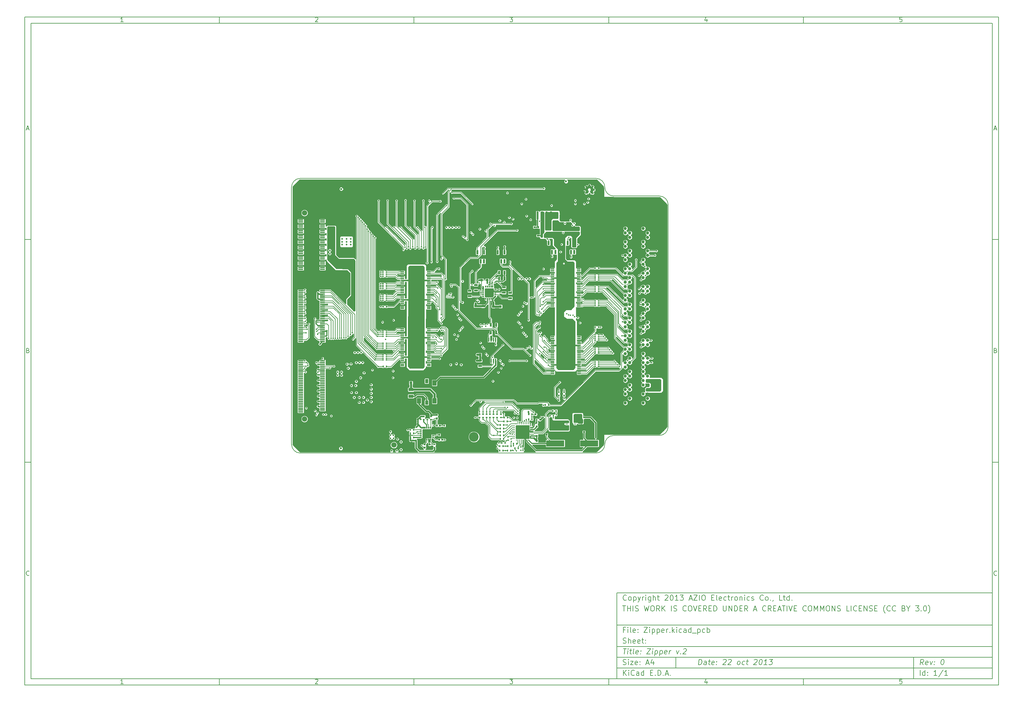
<source format=gbl>
G04 (created by PCBNEW (2013-07-07 BZR 4022)-stable) date 10/22/2013 6:32:42 PM*
%MOIN*%
G04 Gerber Fmt 3.4, Leading zero omitted, Abs format*
%FSLAX34Y34*%
G01*
G70*
G90*
G04 APERTURE LIST*
%ADD10C,0.00590551*%
%ADD11C,0.00787402*%
%ADD12C,0.019685*%
%ADD13R,0.0137X0.0472*%
%ADD14R,0.0138X0.0472*%
%ADD15R,0.0472X0.0591*%
%ADD16R,0.0354331X0.0472441*%
%ADD17R,0.0217X0.0394*%
%ADD18R,0.0175X0.0195*%
%ADD19R,0.0195X0.0175*%
%ADD20R,0.0314X0.0275*%
%ADD21R,0.0195X0.0195*%
%ADD22O,0.0235X0.0117*%
%ADD23R,0.0235X0.0117*%
%ADD24C,0.2362*%
%ADD25C,0.023622*%
%ADD26C,0.23622*%
%ADD27R,0.0252X0.1*%
%ADD28R,0.0252X0.185*%
%ADD29R,0.0571X0.0118*%
%ADD30C,0.0591*%
%ADD31C,0.0432*%
%ADD32C,0.0472*%
%ADD33R,0.0283X0.0114*%
%ADD34R,0.0295X0.0472*%
%ADD35R,0.0236X0.0472*%
%ADD36R,0.0154X0.0022*%
%ADD37R,0.0176X0.0022*%
%ADD38R,0.0198X0.0022*%
%ADD39R,0.0044X0.0022*%
%ADD40R,0.0066X0.0022*%
%ADD41R,0.0088X0.0022*%
%ADD42R,0.011X0.0022*%
%ADD43R,0.0308X0.0022*%
%ADD44R,0.0418X0.0022*%
%ADD45R,0.022X0.0022*%
%ADD46R,0.0946X0.0022*%
%ADD47R,0.0902X0.0022*%
%ADD48R,0.0858X0.0022*%
%ADD49R,0.0836X0.0022*%
%ADD50R,0.0814X0.0022*%
%ADD51R,0.077X0.0022*%
%ADD52R,0.0374X0.0022*%
%ADD53R,0.033X0.0022*%
%ADD54R,0.0352X0.0022*%
%ADD55R,0.0396X0.0022*%
%ADD56R,0.044X0.0022*%
%ADD57R,0.0462X0.0022*%
%ADD58R,0.0286X0.0022*%
%ADD59R,0.0022X0.0022*%
%ADD60R,0.0132X0.0022*%
%ADD61R,0.0597X0.0597*%
%ADD62C,0.0597*%
%ADD63C,0.1079*%
%ADD64C,0.0866*%
%ADD65R,0.023622X0.011811*%
%ADD66R,0.011811X0.023622*%
%ADD67R,0.0846457X0.0846457*%
%ADD68R,0.015748X0.00984252*%
%ADD69R,0.00984252X0.015748*%
%ADD70R,0.133858X0.133858*%
%ADD71R,0.0393701X0.0393701*%
%ADD72R,0.2X0.07*%
%ADD73R,0.0551X0.0354*%
%ADD74R,0.0394X0.0217*%
%ADD75C,0.181102*%
%ADD76C,0.0354331*%
%ADD77C,0.0590551*%
%ADD78R,0.0354X0.0551*%
%ADD79R,0.0236X0.0866*%
%ADD80R,0.1339X0.1008*%
%ADD81R,0.0393701X0.011811*%
%ADD82C,0.015748*%
%ADD83C,0.011811*%
%ADD84C,0.015748*%
%ADD85C,0.023622*%
%ADD86C,0.00393701*%
%ADD87C,0.01*%
G04 APERTURE END LIST*
G54D10*
X4000Y-4000D02*
X112930Y-4000D01*
X112930Y-78680D01*
X4000Y-78680D01*
X4000Y-4000D01*
X4700Y-4700D02*
X112230Y-4700D01*
X112230Y-77980D01*
X4700Y-77980D01*
X4700Y-4700D01*
X25780Y-4000D02*
X25780Y-4700D01*
X15032Y-4552D02*
X14747Y-4552D01*
X14890Y-4552D02*
X14890Y-4052D01*
X14842Y-4123D01*
X14794Y-4171D01*
X14747Y-4195D01*
X25780Y-78680D02*
X25780Y-77980D01*
X15032Y-78532D02*
X14747Y-78532D01*
X14890Y-78532D02*
X14890Y-78032D01*
X14842Y-78103D01*
X14794Y-78151D01*
X14747Y-78175D01*
X47560Y-4000D02*
X47560Y-4700D01*
X36527Y-4100D02*
X36550Y-4076D01*
X36598Y-4052D01*
X36717Y-4052D01*
X36765Y-4076D01*
X36789Y-4100D01*
X36812Y-4147D01*
X36812Y-4195D01*
X36789Y-4266D01*
X36503Y-4552D01*
X36812Y-4552D01*
X47560Y-78680D02*
X47560Y-77980D01*
X36527Y-78080D02*
X36550Y-78056D01*
X36598Y-78032D01*
X36717Y-78032D01*
X36765Y-78056D01*
X36789Y-78080D01*
X36812Y-78127D01*
X36812Y-78175D01*
X36789Y-78246D01*
X36503Y-78532D01*
X36812Y-78532D01*
X69340Y-4000D02*
X69340Y-4700D01*
X58283Y-4052D02*
X58592Y-4052D01*
X58426Y-4242D01*
X58497Y-4242D01*
X58545Y-4266D01*
X58569Y-4290D01*
X58592Y-4338D01*
X58592Y-4457D01*
X58569Y-4504D01*
X58545Y-4528D01*
X58497Y-4552D01*
X58354Y-4552D01*
X58307Y-4528D01*
X58283Y-4504D01*
X69340Y-78680D02*
X69340Y-77980D01*
X58283Y-78032D02*
X58592Y-78032D01*
X58426Y-78222D01*
X58497Y-78222D01*
X58545Y-78246D01*
X58569Y-78270D01*
X58592Y-78318D01*
X58592Y-78437D01*
X58569Y-78484D01*
X58545Y-78508D01*
X58497Y-78532D01*
X58354Y-78532D01*
X58307Y-78508D01*
X58283Y-78484D01*
X91120Y-4000D02*
X91120Y-4700D01*
X80325Y-4219D02*
X80325Y-4552D01*
X80206Y-4028D02*
X80087Y-4385D01*
X80396Y-4385D01*
X91120Y-78680D02*
X91120Y-77980D01*
X80325Y-78199D02*
X80325Y-78532D01*
X80206Y-78008D02*
X80087Y-78365D01*
X80396Y-78365D01*
X102129Y-4052D02*
X101890Y-4052D01*
X101867Y-4290D01*
X101890Y-4266D01*
X101938Y-4242D01*
X102057Y-4242D01*
X102105Y-4266D01*
X102129Y-4290D01*
X102152Y-4338D01*
X102152Y-4457D01*
X102129Y-4504D01*
X102105Y-4528D01*
X102057Y-4552D01*
X101938Y-4552D01*
X101890Y-4528D01*
X101867Y-4504D01*
X102129Y-78032D02*
X101890Y-78032D01*
X101867Y-78270D01*
X101890Y-78246D01*
X101938Y-78222D01*
X102057Y-78222D01*
X102105Y-78246D01*
X102129Y-78270D01*
X102152Y-78318D01*
X102152Y-78437D01*
X102129Y-78484D01*
X102105Y-78508D01*
X102057Y-78532D01*
X101938Y-78532D01*
X101890Y-78508D01*
X101867Y-78484D01*
X4000Y-28890D02*
X4700Y-28890D01*
X4230Y-16509D02*
X4469Y-16509D01*
X4183Y-16652D02*
X4350Y-16152D01*
X4516Y-16652D01*
X112930Y-28890D02*
X112230Y-28890D01*
X112460Y-16509D02*
X112699Y-16509D01*
X112413Y-16652D02*
X112580Y-16152D01*
X112746Y-16652D01*
X4000Y-53780D02*
X4700Y-53780D01*
X4385Y-41280D02*
X4457Y-41304D01*
X4480Y-41328D01*
X4504Y-41375D01*
X4504Y-41447D01*
X4480Y-41494D01*
X4457Y-41518D01*
X4409Y-41542D01*
X4219Y-41542D01*
X4219Y-41042D01*
X4385Y-41042D01*
X4433Y-41066D01*
X4457Y-41090D01*
X4480Y-41137D01*
X4480Y-41185D01*
X4457Y-41232D01*
X4433Y-41256D01*
X4385Y-41280D01*
X4219Y-41280D01*
X112930Y-53780D02*
X112230Y-53780D01*
X112615Y-41280D02*
X112687Y-41304D01*
X112710Y-41328D01*
X112734Y-41375D01*
X112734Y-41447D01*
X112710Y-41494D01*
X112687Y-41518D01*
X112639Y-41542D01*
X112449Y-41542D01*
X112449Y-41042D01*
X112615Y-41042D01*
X112663Y-41066D01*
X112687Y-41090D01*
X112710Y-41137D01*
X112710Y-41185D01*
X112687Y-41232D01*
X112663Y-41256D01*
X112615Y-41280D01*
X112449Y-41280D01*
X4504Y-66384D02*
X4480Y-66408D01*
X4409Y-66432D01*
X4361Y-66432D01*
X4290Y-66408D01*
X4242Y-66360D01*
X4219Y-66313D01*
X4195Y-66218D01*
X4195Y-66146D01*
X4219Y-66051D01*
X4242Y-66003D01*
X4290Y-65956D01*
X4361Y-65932D01*
X4409Y-65932D01*
X4480Y-65956D01*
X4504Y-65980D01*
X112734Y-66384D02*
X112710Y-66408D01*
X112639Y-66432D01*
X112591Y-66432D01*
X112520Y-66408D01*
X112472Y-66360D01*
X112449Y-66313D01*
X112425Y-66218D01*
X112425Y-66146D01*
X112449Y-66051D01*
X112472Y-66003D01*
X112520Y-65956D01*
X112591Y-65932D01*
X112639Y-65932D01*
X112710Y-65956D01*
X112734Y-65980D01*
X79380Y-76422D02*
X79455Y-75822D01*
X79597Y-75822D01*
X79680Y-75851D01*
X79730Y-75908D01*
X79751Y-75965D01*
X79765Y-76080D01*
X79755Y-76165D01*
X79712Y-76280D01*
X79676Y-76337D01*
X79612Y-76394D01*
X79522Y-76422D01*
X79380Y-76422D01*
X80237Y-76422D02*
X80276Y-76108D01*
X80255Y-76051D01*
X80201Y-76022D01*
X80087Y-76022D01*
X80026Y-76051D01*
X80240Y-76394D02*
X80180Y-76422D01*
X80037Y-76422D01*
X79983Y-76394D01*
X79962Y-76337D01*
X79969Y-76280D01*
X80005Y-76222D01*
X80065Y-76194D01*
X80208Y-76194D01*
X80269Y-76165D01*
X80487Y-76022D02*
X80715Y-76022D01*
X80597Y-75822D02*
X80533Y-76337D01*
X80555Y-76394D01*
X80608Y-76422D01*
X80665Y-76422D01*
X81097Y-76394D02*
X81037Y-76422D01*
X80922Y-76422D01*
X80869Y-76394D01*
X80847Y-76337D01*
X80876Y-76108D01*
X80912Y-76051D01*
X80972Y-76022D01*
X81087Y-76022D01*
X81140Y-76051D01*
X81162Y-76108D01*
X81155Y-76165D01*
X80862Y-76222D01*
X81387Y-76365D02*
X81412Y-76394D01*
X81380Y-76422D01*
X81355Y-76394D01*
X81387Y-76365D01*
X81380Y-76422D01*
X81426Y-76051D02*
X81451Y-76080D01*
X81419Y-76108D01*
X81394Y-76080D01*
X81426Y-76051D01*
X81419Y-76108D01*
X82162Y-75880D02*
X82194Y-75851D01*
X82255Y-75822D01*
X82397Y-75822D01*
X82451Y-75851D01*
X82476Y-75880D01*
X82497Y-75937D01*
X82490Y-75994D01*
X82451Y-76080D01*
X82065Y-76422D01*
X82437Y-76422D01*
X82733Y-75880D02*
X82765Y-75851D01*
X82826Y-75822D01*
X82969Y-75822D01*
X83022Y-75851D01*
X83047Y-75880D01*
X83069Y-75937D01*
X83062Y-75994D01*
X83022Y-76080D01*
X82637Y-76422D01*
X83008Y-76422D01*
X83808Y-76422D02*
X83755Y-76394D01*
X83730Y-76365D01*
X83708Y-76308D01*
X83730Y-76137D01*
X83765Y-76080D01*
X83797Y-76051D01*
X83858Y-76022D01*
X83944Y-76022D01*
X83997Y-76051D01*
X84022Y-76080D01*
X84044Y-76137D01*
X84022Y-76308D01*
X83987Y-76365D01*
X83955Y-76394D01*
X83894Y-76422D01*
X83808Y-76422D01*
X84526Y-76394D02*
X84465Y-76422D01*
X84351Y-76422D01*
X84297Y-76394D01*
X84272Y-76365D01*
X84251Y-76308D01*
X84272Y-76137D01*
X84308Y-76080D01*
X84340Y-76051D01*
X84401Y-76022D01*
X84515Y-76022D01*
X84569Y-76051D01*
X84744Y-76022D02*
X84972Y-76022D01*
X84855Y-75822D02*
X84790Y-76337D01*
X84812Y-76394D01*
X84865Y-76422D01*
X84922Y-76422D01*
X85619Y-75880D02*
X85651Y-75851D01*
X85712Y-75822D01*
X85855Y-75822D01*
X85908Y-75851D01*
X85933Y-75880D01*
X85955Y-75937D01*
X85947Y-75994D01*
X85908Y-76080D01*
X85522Y-76422D01*
X85894Y-76422D01*
X86340Y-75822D02*
X86397Y-75822D01*
X86451Y-75851D01*
X86476Y-75880D01*
X86497Y-75937D01*
X86512Y-76051D01*
X86494Y-76194D01*
X86451Y-76308D01*
X86415Y-76365D01*
X86383Y-76394D01*
X86322Y-76422D01*
X86265Y-76422D01*
X86212Y-76394D01*
X86187Y-76365D01*
X86165Y-76308D01*
X86151Y-76194D01*
X86169Y-76051D01*
X86212Y-75937D01*
X86247Y-75880D01*
X86280Y-75851D01*
X86340Y-75822D01*
X87037Y-76422D02*
X86694Y-76422D01*
X86865Y-76422D02*
X86940Y-75822D01*
X86872Y-75908D01*
X86808Y-75965D01*
X86747Y-75994D01*
X87312Y-75822D02*
X87683Y-75822D01*
X87455Y-76051D01*
X87540Y-76051D01*
X87594Y-76080D01*
X87619Y-76108D01*
X87640Y-76165D01*
X87622Y-76308D01*
X87587Y-76365D01*
X87555Y-76394D01*
X87494Y-76422D01*
X87322Y-76422D01*
X87269Y-76394D01*
X87244Y-76365D01*
X70972Y-77622D02*
X70972Y-77022D01*
X71315Y-77622D02*
X71058Y-77280D01*
X71315Y-77022D02*
X70972Y-77365D01*
X71572Y-77622D02*
X71572Y-77222D01*
X71572Y-77022D02*
X71544Y-77051D01*
X71572Y-77080D01*
X71601Y-77051D01*
X71572Y-77022D01*
X71572Y-77080D01*
X72201Y-77565D02*
X72172Y-77594D01*
X72087Y-77622D01*
X72030Y-77622D01*
X71944Y-77594D01*
X71887Y-77537D01*
X71858Y-77480D01*
X71830Y-77365D01*
X71830Y-77280D01*
X71858Y-77165D01*
X71887Y-77108D01*
X71944Y-77051D01*
X72030Y-77022D01*
X72087Y-77022D01*
X72172Y-77051D01*
X72201Y-77080D01*
X72715Y-77622D02*
X72715Y-77308D01*
X72687Y-77251D01*
X72630Y-77222D01*
X72515Y-77222D01*
X72458Y-77251D01*
X72715Y-77594D02*
X72658Y-77622D01*
X72515Y-77622D01*
X72458Y-77594D01*
X72430Y-77537D01*
X72430Y-77480D01*
X72458Y-77422D01*
X72515Y-77394D01*
X72658Y-77394D01*
X72715Y-77365D01*
X73258Y-77622D02*
X73258Y-77022D01*
X73258Y-77594D02*
X73201Y-77622D01*
X73087Y-77622D01*
X73030Y-77594D01*
X73001Y-77565D01*
X72972Y-77508D01*
X72972Y-77337D01*
X73001Y-77280D01*
X73030Y-77251D01*
X73087Y-77222D01*
X73201Y-77222D01*
X73258Y-77251D01*
X74001Y-77308D02*
X74201Y-77308D01*
X74287Y-77622D02*
X74001Y-77622D01*
X74001Y-77022D01*
X74287Y-77022D01*
X74544Y-77565D02*
X74572Y-77594D01*
X74544Y-77622D01*
X74515Y-77594D01*
X74544Y-77565D01*
X74544Y-77622D01*
X74829Y-77622D02*
X74829Y-77022D01*
X74972Y-77022D01*
X75058Y-77051D01*
X75115Y-77108D01*
X75144Y-77165D01*
X75172Y-77280D01*
X75172Y-77365D01*
X75144Y-77480D01*
X75115Y-77537D01*
X75058Y-77594D01*
X74972Y-77622D01*
X74829Y-77622D01*
X75429Y-77565D02*
X75458Y-77594D01*
X75429Y-77622D01*
X75401Y-77594D01*
X75429Y-77565D01*
X75429Y-77622D01*
X75687Y-77451D02*
X75972Y-77451D01*
X75629Y-77622D02*
X75829Y-77022D01*
X76029Y-77622D01*
X76229Y-77565D02*
X76258Y-77594D01*
X76229Y-77622D01*
X76201Y-77594D01*
X76229Y-77565D01*
X76229Y-77622D01*
X104522Y-76422D02*
X104358Y-76137D01*
X104180Y-76422D02*
X104255Y-75822D01*
X104483Y-75822D01*
X104537Y-75851D01*
X104562Y-75880D01*
X104583Y-75937D01*
X104572Y-76022D01*
X104537Y-76080D01*
X104505Y-76108D01*
X104444Y-76137D01*
X104215Y-76137D01*
X105012Y-76394D02*
X104951Y-76422D01*
X104837Y-76422D01*
X104783Y-76394D01*
X104762Y-76337D01*
X104790Y-76108D01*
X104826Y-76051D01*
X104887Y-76022D01*
X105001Y-76022D01*
X105055Y-76051D01*
X105076Y-76108D01*
X105069Y-76165D01*
X104776Y-76222D01*
X105287Y-76022D02*
X105380Y-76422D01*
X105572Y-76022D01*
X105758Y-76365D02*
X105783Y-76394D01*
X105751Y-76422D01*
X105726Y-76394D01*
X105758Y-76365D01*
X105751Y-76422D01*
X105797Y-76051D02*
X105822Y-76080D01*
X105790Y-76108D01*
X105765Y-76080D01*
X105797Y-76051D01*
X105790Y-76108D01*
X106683Y-75822D02*
X106740Y-75822D01*
X106794Y-75851D01*
X106819Y-75880D01*
X106840Y-75937D01*
X106855Y-76051D01*
X106837Y-76194D01*
X106794Y-76308D01*
X106758Y-76365D01*
X106726Y-76394D01*
X106665Y-76422D01*
X106608Y-76422D01*
X106555Y-76394D01*
X106530Y-76365D01*
X106508Y-76308D01*
X106494Y-76194D01*
X106512Y-76051D01*
X106555Y-75937D01*
X106590Y-75880D01*
X106622Y-75851D01*
X106683Y-75822D01*
X70944Y-76394D02*
X71030Y-76422D01*
X71172Y-76422D01*
X71230Y-76394D01*
X71258Y-76365D01*
X71287Y-76308D01*
X71287Y-76251D01*
X71258Y-76194D01*
X71230Y-76165D01*
X71172Y-76137D01*
X71058Y-76108D01*
X71001Y-76080D01*
X70972Y-76051D01*
X70944Y-75994D01*
X70944Y-75937D01*
X70972Y-75880D01*
X71001Y-75851D01*
X71058Y-75822D01*
X71201Y-75822D01*
X71287Y-75851D01*
X71544Y-76422D02*
X71544Y-76022D01*
X71544Y-75822D02*
X71515Y-75851D01*
X71544Y-75880D01*
X71572Y-75851D01*
X71544Y-75822D01*
X71544Y-75880D01*
X71772Y-76022D02*
X72087Y-76022D01*
X71772Y-76422D01*
X72087Y-76422D01*
X72544Y-76394D02*
X72487Y-76422D01*
X72372Y-76422D01*
X72315Y-76394D01*
X72287Y-76337D01*
X72287Y-76108D01*
X72315Y-76051D01*
X72372Y-76022D01*
X72487Y-76022D01*
X72544Y-76051D01*
X72572Y-76108D01*
X72572Y-76165D01*
X72287Y-76222D01*
X72830Y-76365D02*
X72858Y-76394D01*
X72830Y-76422D01*
X72801Y-76394D01*
X72830Y-76365D01*
X72830Y-76422D01*
X72830Y-76051D02*
X72858Y-76080D01*
X72830Y-76108D01*
X72801Y-76080D01*
X72830Y-76051D01*
X72830Y-76108D01*
X73544Y-76251D02*
X73830Y-76251D01*
X73487Y-76422D02*
X73687Y-75822D01*
X73887Y-76422D01*
X74344Y-76022D02*
X74344Y-76422D01*
X74201Y-75794D02*
X74058Y-76222D01*
X74430Y-76222D01*
X104172Y-77622D02*
X104172Y-77022D01*
X104715Y-77622D02*
X104715Y-77022D01*
X104715Y-77594D02*
X104658Y-77622D01*
X104544Y-77622D01*
X104487Y-77594D01*
X104458Y-77565D01*
X104430Y-77508D01*
X104430Y-77337D01*
X104458Y-77280D01*
X104487Y-77251D01*
X104544Y-77222D01*
X104658Y-77222D01*
X104715Y-77251D01*
X105001Y-77565D02*
X105030Y-77594D01*
X105001Y-77622D01*
X104972Y-77594D01*
X105001Y-77565D01*
X105001Y-77622D01*
X105001Y-77251D02*
X105030Y-77280D01*
X105001Y-77308D01*
X104972Y-77280D01*
X105001Y-77251D01*
X105001Y-77308D01*
X106058Y-77622D02*
X105715Y-77622D01*
X105887Y-77622D02*
X105887Y-77022D01*
X105829Y-77108D01*
X105772Y-77165D01*
X105715Y-77194D01*
X106744Y-76994D02*
X106230Y-77765D01*
X107258Y-77622D02*
X106915Y-77622D01*
X107087Y-77622D02*
X107087Y-77022D01*
X107029Y-77108D01*
X106972Y-77165D01*
X106915Y-77194D01*
X70969Y-74622D02*
X71312Y-74622D01*
X71065Y-75222D02*
X71140Y-74622D01*
X71437Y-75222D02*
X71487Y-74822D01*
X71512Y-74622D02*
X71480Y-74651D01*
X71505Y-74680D01*
X71537Y-74651D01*
X71512Y-74622D01*
X71505Y-74680D01*
X71687Y-74822D02*
X71915Y-74822D01*
X71797Y-74622D02*
X71733Y-75137D01*
X71755Y-75194D01*
X71808Y-75222D01*
X71865Y-75222D01*
X72151Y-75222D02*
X72097Y-75194D01*
X72076Y-75137D01*
X72140Y-74622D01*
X72612Y-75194D02*
X72551Y-75222D01*
X72437Y-75222D01*
X72383Y-75194D01*
X72362Y-75137D01*
X72390Y-74908D01*
X72426Y-74851D01*
X72487Y-74822D01*
X72601Y-74822D01*
X72655Y-74851D01*
X72676Y-74908D01*
X72669Y-74965D01*
X72376Y-75022D01*
X72901Y-75165D02*
X72926Y-75194D01*
X72894Y-75222D01*
X72869Y-75194D01*
X72901Y-75165D01*
X72894Y-75222D01*
X72940Y-74851D02*
X72965Y-74880D01*
X72933Y-74908D01*
X72908Y-74880D01*
X72940Y-74851D01*
X72933Y-74908D01*
X73655Y-74622D02*
X74055Y-74622D01*
X73580Y-75222D01*
X73980Y-75222D01*
X74208Y-75222D02*
X74258Y-74822D01*
X74283Y-74622D02*
X74251Y-74651D01*
X74276Y-74680D01*
X74308Y-74651D01*
X74283Y-74622D01*
X74276Y-74680D01*
X74544Y-74822D02*
X74469Y-75422D01*
X74540Y-74851D02*
X74601Y-74822D01*
X74715Y-74822D01*
X74769Y-74851D01*
X74794Y-74880D01*
X74815Y-74937D01*
X74794Y-75108D01*
X74758Y-75165D01*
X74726Y-75194D01*
X74665Y-75222D01*
X74551Y-75222D01*
X74497Y-75194D01*
X75087Y-74822D02*
X75012Y-75422D01*
X75083Y-74851D02*
X75144Y-74822D01*
X75258Y-74822D01*
X75312Y-74851D01*
X75337Y-74880D01*
X75358Y-74937D01*
X75337Y-75108D01*
X75301Y-75165D01*
X75269Y-75194D01*
X75208Y-75222D01*
X75094Y-75222D01*
X75040Y-75194D01*
X75812Y-75194D02*
X75751Y-75222D01*
X75637Y-75222D01*
X75583Y-75194D01*
X75562Y-75137D01*
X75590Y-74908D01*
X75626Y-74851D01*
X75687Y-74822D01*
X75801Y-74822D01*
X75855Y-74851D01*
X75876Y-74908D01*
X75869Y-74965D01*
X75576Y-75022D01*
X76094Y-75222D02*
X76144Y-74822D01*
X76130Y-74937D02*
X76165Y-74880D01*
X76197Y-74851D01*
X76258Y-74822D01*
X76315Y-74822D01*
X76915Y-74822D02*
X77008Y-75222D01*
X77201Y-74822D01*
X77387Y-75165D02*
X77412Y-75194D01*
X77380Y-75222D01*
X77355Y-75194D01*
X77387Y-75165D01*
X77380Y-75222D01*
X77705Y-74680D02*
X77737Y-74651D01*
X77797Y-74622D01*
X77940Y-74622D01*
X77994Y-74651D01*
X78019Y-74680D01*
X78040Y-74737D01*
X78033Y-74794D01*
X77994Y-74880D01*
X77608Y-75222D01*
X77980Y-75222D01*
X71172Y-72508D02*
X70972Y-72508D01*
X70972Y-72822D02*
X70972Y-72222D01*
X71258Y-72222D01*
X71487Y-72822D02*
X71487Y-72422D01*
X71487Y-72222D02*
X71458Y-72251D01*
X71487Y-72280D01*
X71515Y-72251D01*
X71487Y-72222D01*
X71487Y-72280D01*
X71858Y-72822D02*
X71801Y-72794D01*
X71772Y-72737D01*
X71772Y-72222D01*
X72315Y-72794D02*
X72258Y-72822D01*
X72144Y-72822D01*
X72087Y-72794D01*
X72058Y-72737D01*
X72058Y-72508D01*
X72087Y-72451D01*
X72144Y-72422D01*
X72258Y-72422D01*
X72315Y-72451D01*
X72344Y-72508D01*
X72344Y-72565D01*
X72058Y-72622D01*
X72601Y-72765D02*
X72630Y-72794D01*
X72601Y-72822D01*
X72572Y-72794D01*
X72601Y-72765D01*
X72601Y-72822D01*
X72601Y-72451D02*
X72630Y-72480D01*
X72601Y-72508D01*
X72572Y-72480D01*
X72601Y-72451D01*
X72601Y-72508D01*
X73287Y-72222D02*
X73687Y-72222D01*
X73287Y-72822D01*
X73687Y-72822D01*
X73915Y-72822D02*
X73915Y-72422D01*
X73915Y-72222D02*
X73887Y-72251D01*
X73915Y-72280D01*
X73944Y-72251D01*
X73915Y-72222D01*
X73915Y-72280D01*
X74201Y-72422D02*
X74201Y-73022D01*
X74201Y-72451D02*
X74258Y-72422D01*
X74372Y-72422D01*
X74430Y-72451D01*
X74458Y-72480D01*
X74487Y-72537D01*
X74487Y-72708D01*
X74458Y-72765D01*
X74430Y-72794D01*
X74372Y-72822D01*
X74258Y-72822D01*
X74201Y-72794D01*
X74744Y-72422D02*
X74744Y-73022D01*
X74744Y-72451D02*
X74801Y-72422D01*
X74915Y-72422D01*
X74972Y-72451D01*
X75001Y-72480D01*
X75030Y-72537D01*
X75030Y-72708D01*
X75001Y-72765D01*
X74972Y-72794D01*
X74915Y-72822D01*
X74801Y-72822D01*
X74744Y-72794D01*
X75515Y-72794D02*
X75458Y-72822D01*
X75344Y-72822D01*
X75287Y-72794D01*
X75258Y-72737D01*
X75258Y-72508D01*
X75287Y-72451D01*
X75344Y-72422D01*
X75458Y-72422D01*
X75515Y-72451D01*
X75544Y-72508D01*
X75544Y-72565D01*
X75258Y-72622D01*
X75801Y-72822D02*
X75801Y-72422D01*
X75801Y-72537D02*
X75830Y-72480D01*
X75858Y-72451D01*
X75915Y-72422D01*
X75972Y-72422D01*
X76172Y-72765D02*
X76201Y-72794D01*
X76172Y-72822D01*
X76144Y-72794D01*
X76172Y-72765D01*
X76172Y-72822D01*
X76458Y-72822D02*
X76458Y-72222D01*
X76515Y-72594D02*
X76687Y-72822D01*
X76687Y-72422D02*
X76458Y-72651D01*
X76944Y-72822D02*
X76944Y-72422D01*
X76944Y-72222D02*
X76915Y-72251D01*
X76944Y-72280D01*
X76972Y-72251D01*
X76944Y-72222D01*
X76944Y-72280D01*
X77487Y-72794D02*
X77430Y-72822D01*
X77315Y-72822D01*
X77258Y-72794D01*
X77230Y-72765D01*
X77201Y-72708D01*
X77201Y-72537D01*
X77230Y-72480D01*
X77258Y-72451D01*
X77315Y-72422D01*
X77430Y-72422D01*
X77487Y-72451D01*
X78001Y-72822D02*
X78001Y-72508D01*
X77972Y-72451D01*
X77915Y-72422D01*
X77801Y-72422D01*
X77744Y-72451D01*
X78001Y-72794D02*
X77944Y-72822D01*
X77801Y-72822D01*
X77744Y-72794D01*
X77715Y-72737D01*
X77715Y-72680D01*
X77744Y-72622D01*
X77801Y-72594D01*
X77944Y-72594D01*
X78001Y-72565D01*
X78544Y-72822D02*
X78544Y-72222D01*
X78544Y-72794D02*
X78487Y-72822D01*
X78372Y-72822D01*
X78315Y-72794D01*
X78287Y-72765D01*
X78258Y-72708D01*
X78258Y-72537D01*
X78287Y-72480D01*
X78315Y-72451D01*
X78372Y-72422D01*
X78487Y-72422D01*
X78544Y-72451D01*
X78687Y-72880D02*
X79144Y-72880D01*
X79287Y-72422D02*
X79287Y-73022D01*
X79287Y-72451D02*
X79344Y-72422D01*
X79458Y-72422D01*
X79515Y-72451D01*
X79544Y-72480D01*
X79572Y-72537D01*
X79572Y-72708D01*
X79544Y-72765D01*
X79515Y-72794D01*
X79458Y-72822D01*
X79344Y-72822D01*
X79287Y-72794D01*
X80087Y-72794D02*
X80030Y-72822D01*
X79915Y-72822D01*
X79858Y-72794D01*
X79830Y-72765D01*
X79801Y-72708D01*
X79801Y-72537D01*
X79830Y-72480D01*
X79858Y-72451D01*
X79915Y-72422D01*
X80030Y-72422D01*
X80087Y-72451D01*
X80344Y-72822D02*
X80344Y-72222D01*
X80344Y-72451D02*
X80401Y-72422D01*
X80515Y-72422D01*
X80572Y-72451D01*
X80601Y-72480D01*
X80630Y-72537D01*
X80630Y-72708D01*
X80601Y-72765D01*
X80572Y-72794D01*
X80515Y-72822D01*
X80401Y-72822D01*
X80344Y-72794D01*
X70944Y-73994D02*
X71030Y-74022D01*
X71172Y-74022D01*
X71230Y-73994D01*
X71258Y-73965D01*
X71287Y-73908D01*
X71287Y-73851D01*
X71258Y-73794D01*
X71230Y-73765D01*
X71172Y-73737D01*
X71058Y-73708D01*
X71001Y-73680D01*
X70972Y-73651D01*
X70944Y-73594D01*
X70944Y-73537D01*
X70972Y-73480D01*
X71001Y-73451D01*
X71058Y-73422D01*
X71201Y-73422D01*
X71287Y-73451D01*
X71544Y-74022D02*
X71544Y-73422D01*
X71801Y-74022D02*
X71801Y-73708D01*
X71772Y-73651D01*
X71715Y-73622D01*
X71630Y-73622D01*
X71572Y-73651D01*
X71544Y-73680D01*
X72315Y-73994D02*
X72258Y-74022D01*
X72144Y-74022D01*
X72087Y-73994D01*
X72058Y-73937D01*
X72058Y-73708D01*
X72087Y-73651D01*
X72144Y-73622D01*
X72258Y-73622D01*
X72315Y-73651D01*
X72344Y-73708D01*
X72344Y-73765D01*
X72058Y-73822D01*
X72830Y-73994D02*
X72772Y-74022D01*
X72658Y-74022D01*
X72601Y-73994D01*
X72572Y-73937D01*
X72572Y-73708D01*
X72601Y-73651D01*
X72658Y-73622D01*
X72772Y-73622D01*
X72830Y-73651D01*
X72858Y-73708D01*
X72858Y-73765D01*
X72572Y-73822D01*
X73030Y-73622D02*
X73258Y-73622D01*
X73115Y-73422D02*
X73115Y-73937D01*
X73144Y-73994D01*
X73201Y-74022D01*
X73258Y-74022D01*
X73458Y-73965D02*
X73487Y-73994D01*
X73458Y-74022D01*
X73430Y-73994D01*
X73458Y-73965D01*
X73458Y-74022D01*
X73458Y-73651D02*
X73487Y-73680D01*
X73458Y-73708D01*
X73430Y-73680D01*
X73458Y-73651D01*
X73458Y-73708D01*
X70887Y-69822D02*
X71230Y-69822D01*
X71058Y-70422D02*
X71058Y-69822D01*
X71430Y-70422D02*
X71430Y-69822D01*
X71430Y-70108D02*
X71772Y-70108D01*
X71772Y-70422D02*
X71772Y-69822D01*
X72058Y-70422D02*
X72058Y-69822D01*
X72315Y-70394D02*
X72401Y-70422D01*
X72544Y-70422D01*
X72601Y-70394D01*
X72629Y-70365D01*
X72658Y-70308D01*
X72658Y-70251D01*
X72629Y-70194D01*
X72601Y-70165D01*
X72544Y-70137D01*
X72429Y-70108D01*
X72372Y-70080D01*
X72344Y-70051D01*
X72315Y-69994D01*
X72315Y-69937D01*
X72344Y-69880D01*
X72372Y-69851D01*
X72429Y-69822D01*
X72572Y-69822D01*
X72658Y-69851D01*
X73315Y-69822D02*
X73458Y-70422D01*
X73572Y-69994D01*
X73687Y-70422D01*
X73830Y-69822D01*
X74172Y-69822D02*
X74287Y-69822D01*
X74344Y-69851D01*
X74401Y-69908D01*
X74430Y-70022D01*
X74430Y-70222D01*
X74401Y-70337D01*
X74344Y-70394D01*
X74287Y-70422D01*
X74172Y-70422D01*
X74115Y-70394D01*
X74058Y-70337D01*
X74030Y-70222D01*
X74030Y-70022D01*
X74058Y-69908D01*
X74115Y-69851D01*
X74172Y-69822D01*
X75029Y-70422D02*
X74829Y-70137D01*
X74687Y-70422D02*
X74687Y-69822D01*
X74915Y-69822D01*
X74972Y-69851D01*
X75001Y-69880D01*
X75029Y-69937D01*
X75029Y-70022D01*
X75001Y-70080D01*
X74972Y-70108D01*
X74915Y-70137D01*
X74687Y-70137D01*
X75287Y-70422D02*
X75287Y-69822D01*
X75629Y-70422D02*
X75372Y-70080D01*
X75629Y-69822D02*
X75287Y-70165D01*
X76344Y-70422D02*
X76344Y-69822D01*
X76601Y-70394D02*
X76687Y-70422D01*
X76829Y-70422D01*
X76887Y-70394D01*
X76915Y-70365D01*
X76944Y-70308D01*
X76944Y-70251D01*
X76915Y-70194D01*
X76887Y-70165D01*
X76829Y-70137D01*
X76715Y-70108D01*
X76658Y-70080D01*
X76629Y-70051D01*
X76601Y-69994D01*
X76601Y-69937D01*
X76629Y-69880D01*
X76658Y-69851D01*
X76715Y-69822D01*
X76858Y-69822D01*
X76944Y-69851D01*
X78001Y-70365D02*
X77972Y-70394D01*
X77887Y-70422D01*
X77830Y-70422D01*
X77744Y-70394D01*
X77687Y-70337D01*
X77658Y-70280D01*
X77630Y-70165D01*
X77630Y-70080D01*
X77658Y-69965D01*
X77687Y-69908D01*
X77744Y-69851D01*
X77830Y-69822D01*
X77887Y-69822D01*
X77972Y-69851D01*
X78001Y-69880D01*
X78372Y-69822D02*
X78487Y-69822D01*
X78544Y-69851D01*
X78601Y-69908D01*
X78630Y-70022D01*
X78630Y-70222D01*
X78601Y-70337D01*
X78544Y-70394D01*
X78487Y-70422D01*
X78372Y-70422D01*
X78315Y-70394D01*
X78258Y-70337D01*
X78230Y-70222D01*
X78230Y-70022D01*
X78258Y-69908D01*
X78315Y-69851D01*
X78372Y-69822D01*
X78801Y-69822D02*
X79001Y-70422D01*
X79201Y-69822D01*
X79401Y-70108D02*
X79601Y-70108D01*
X79687Y-70422D02*
X79401Y-70422D01*
X79401Y-69822D01*
X79687Y-69822D01*
X80287Y-70422D02*
X80087Y-70137D01*
X79944Y-70422D02*
X79944Y-69822D01*
X80172Y-69822D01*
X80229Y-69851D01*
X80258Y-69880D01*
X80287Y-69937D01*
X80287Y-70022D01*
X80258Y-70080D01*
X80229Y-70108D01*
X80172Y-70137D01*
X79944Y-70137D01*
X80544Y-70108D02*
X80744Y-70108D01*
X80829Y-70422D02*
X80544Y-70422D01*
X80544Y-69822D01*
X80829Y-69822D01*
X81087Y-70422D02*
X81087Y-69822D01*
X81229Y-69822D01*
X81315Y-69851D01*
X81372Y-69908D01*
X81401Y-69965D01*
X81429Y-70080D01*
X81429Y-70165D01*
X81401Y-70280D01*
X81372Y-70337D01*
X81315Y-70394D01*
X81229Y-70422D01*
X81087Y-70422D01*
X82144Y-69822D02*
X82144Y-70308D01*
X82172Y-70365D01*
X82201Y-70394D01*
X82258Y-70422D01*
X82372Y-70422D01*
X82429Y-70394D01*
X82458Y-70365D01*
X82487Y-70308D01*
X82487Y-69822D01*
X82772Y-70422D02*
X82772Y-69822D01*
X83115Y-70422D01*
X83115Y-69822D01*
X83401Y-70422D02*
X83401Y-69822D01*
X83544Y-69822D01*
X83629Y-69851D01*
X83687Y-69908D01*
X83715Y-69965D01*
X83744Y-70080D01*
X83744Y-70165D01*
X83715Y-70280D01*
X83687Y-70337D01*
X83629Y-70394D01*
X83544Y-70422D01*
X83401Y-70422D01*
X84001Y-70108D02*
X84201Y-70108D01*
X84287Y-70422D02*
X84001Y-70422D01*
X84001Y-69822D01*
X84287Y-69822D01*
X84887Y-70422D02*
X84687Y-70137D01*
X84544Y-70422D02*
X84544Y-69822D01*
X84772Y-69822D01*
X84829Y-69851D01*
X84858Y-69880D01*
X84887Y-69937D01*
X84887Y-70022D01*
X84858Y-70080D01*
X84829Y-70108D01*
X84772Y-70137D01*
X84544Y-70137D01*
X85572Y-70251D02*
X85858Y-70251D01*
X85515Y-70422D02*
X85715Y-69822D01*
X85915Y-70422D01*
X86915Y-70365D02*
X86887Y-70394D01*
X86801Y-70422D01*
X86744Y-70422D01*
X86658Y-70394D01*
X86601Y-70337D01*
X86572Y-70280D01*
X86544Y-70165D01*
X86544Y-70080D01*
X86572Y-69965D01*
X86601Y-69908D01*
X86658Y-69851D01*
X86744Y-69822D01*
X86801Y-69822D01*
X86887Y-69851D01*
X86915Y-69880D01*
X87515Y-70422D02*
X87315Y-70137D01*
X87172Y-70422D02*
X87172Y-69822D01*
X87401Y-69822D01*
X87458Y-69851D01*
X87487Y-69880D01*
X87515Y-69937D01*
X87515Y-70022D01*
X87487Y-70080D01*
X87458Y-70108D01*
X87401Y-70137D01*
X87172Y-70137D01*
X87772Y-70108D02*
X87972Y-70108D01*
X88058Y-70422D02*
X87772Y-70422D01*
X87772Y-69822D01*
X88058Y-69822D01*
X88287Y-70251D02*
X88572Y-70251D01*
X88229Y-70422D02*
X88429Y-69822D01*
X88629Y-70422D01*
X88744Y-69822D02*
X89087Y-69822D01*
X88915Y-70422D02*
X88915Y-69822D01*
X89287Y-70422D02*
X89287Y-69822D01*
X89487Y-69822D02*
X89687Y-70422D01*
X89887Y-69822D01*
X90087Y-70108D02*
X90287Y-70108D01*
X90372Y-70422D02*
X90087Y-70422D01*
X90087Y-69822D01*
X90372Y-69822D01*
X91429Y-70365D02*
X91401Y-70394D01*
X91315Y-70422D01*
X91258Y-70422D01*
X91172Y-70394D01*
X91115Y-70337D01*
X91087Y-70280D01*
X91058Y-70165D01*
X91058Y-70080D01*
X91087Y-69965D01*
X91115Y-69908D01*
X91172Y-69851D01*
X91258Y-69822D01*
X91315Y-69822D01*
X91401Y-69851D01*
X91429Y-69880D01*
X91801Y-69822D02*
X91915Y-69822D01*
X91972Y-69851D01*
X92029Y-69908D01*
X92058Y-70022D01*
X92058Y-70222D01*
X92029Y-70337D01*
X91972Y-70394D01*
X91915Y-70422D01*
X91801Y-70422D01*
X91744Y-70394D01*
X91687Y-70337D01*
X91658Y-70222D01*
X91658Y-70022D01*
X91687Y-69908D01*
X91744Y-69851D01*
X91801Y-69822D01*
X92315Y-70422D02*
X92315Y-69822D01*
X92515Y-70251D01*
X92715Y-69822D01*
X92715Y-70422D01*
X93001Y-70422D02*
X93001Y-69822D01*
X93201Y-70251D01*
X93401Y-69822D01*
X93401Y-70422D01*
X93801Y-69822D02*
X93915Y-69822D01*
X93972Y-69851D01*
X94029Y-69908D01*
X94058Y-70022D01*
X94058Y-70222D01*
X94029Y-70337D01*
X93972Y-70394D01*
X93915Y-70422D01*
X93801Y-70422D01*
X93744Y-70394D01*
X93687Y-70337D01*
X93658Y-70222D01*
X93658Y-70022D01*
X93687Y-69908D01*
X93744Y-69851D01*
X93801Y-69822D01*
X94315Y-70422D02*
X94315Y-69822D01*
X94658Y-70422D01*
X94658Y-69822D01*
X94915Y-70394D02*
X95001Y-70422D01*
X95144Y-70422D01*
X95201Y-70394D01*
X95229Y-70365D01*
X95258Y-70308D01*
X95258Y-70251D01*
X95229Y-70194D01*
X95201Y-70165D01*
X95144Y-70137D01*
X95029Y-70108D01*
X94972Y-70080D01*
X94944Y-70051D01*
X94915Y-69994D01*
X94915Y-69937D01*
X94944Y-69880D01*
X94972Y-69851D01*
X95029Y-69822D01*
X95172Y-69822D01*
X95258Y-69851D01*
X96258Y-70422D02*
X95972Y-70422D01*
X95972Y-69822D01*
X96458Y-70422D02*
X96458Y-69822D01*
X97087Y-70365D02*
X97058Y-70394D01*
X96972Y-70422D01*
X96915Y-70422D01*
X96829Y-70394D01*
X96772Y-70337D01*
X96744Y-70280D01*
X96715Y-70165D01*
X96715Y-70080D01*
X96744Y-69965D01*
X96772Y-69908D01*
X96829Y-69851D01*
X96915Y-69822D01*
X96972Y-69822D01*
X97058Y-69851D01*
X97087Y-69880D01*
X97344Y-70108D02*
X97544Y-70108D01*
X97629Y-70422D02*
X97344Y-70422D01*
X97344Y-69822D01*
X97629Y-69822D01*
X97887Y-70422D02*
X97887Y-69822D01*
X98229Y-70422D01*
X98229Y-69822D01*
X98487Y-70394D02*
X98572Y-70422D01*
X98715Y-70422D01*
X98772Y-70394D01*
X98801Y-70365D01*
X98829Y-70308D01*
X98829Y-70251D01*
X98801Y-70194D01*
X98772Y-70165D01*
X98715Y-70137D01*
X98601Y-70108D01*
X98544Y-70080D01*
X98515Y-70051D01*
X98487Y-69994D01*
X98487Y-69937D01*
X98515Y-69880D01*
X98544Y-69851D01*
X98601Y-69822D01*
X98744Y-69822D01*
X98829Y-69851D01*
X99087Y-70108D02*
X99287Y-70108D01*
X99372Y-70422D02*
X99087Y-70422D01*
X99087Y-69822D01*
X99372Y-69822D01*
X100258Y-70651D02*
X100229Y-70622D01*
X100172Y-70537D01*
X100144Y-70480D01*
X100115Y-70394D01*
X100087Y-70251D01*
X100087Y-70137D01*
X100115Y-69994D01*
X100144Y-69908D01*
X100172Y-69851D01*
X100229Y-69765D01*
X100258Y-69737D01*
X100829Y-70365D02*
X100801Y-70394D01*
X100715Y-70422D01*
X100658Y-70422D01*
X100572Y-70394D01*
X100515Y-70337D01*
X100487Y-70280D01*
X100458Y-70165D01*
X100458Y-70080D01*
X100487Y-69965D01*
X100515Y-69908D01*
X100572Y-69851D01*
X100658Y-69822D01*
X100715Y-69822D01*
X100801Y-69851D01*
X100829Y-69880D01*
X101429Y-70365D02*
X101401Y-70394D01*
X101315Y-70422D01*
X101258Y-70422D01*
X101172Y-70394D01*
X101115Y-70337D01*
X101087Y-70280D01*
X101058Y-70165D01*
X101058Y-70080D01*
X101087Y-69965D01*
X101115Y-69908D01*
X101172Y-69851D01*
X101258Y-69822D01*
X101315Y-69822D01*
X101401Y-69851D01*
X101429Y-69880D01*
X102344Y-70108D02*
X102429Y-70137D01*
X102458Y-70165D01*
X102487Y-70222D01*
X102487Y-70308D01*
X102458Y-70365D01*
X102429Y-70394D01*
X102372Y-70422D01*
X102144Y-70422D01*
X102144Y-69822D01*
X102344Y-69822D01*
X102401Y-69851D01*
X102429Y-69880D01*
X102458Y-69937D01*
X102458Y-69994D01*
X102429Y-70051D01*
X102401Y-70080D01*
X102344Y-70108D01*
X102144Y-70108D01*
X102858Y-70137D02*
X102858Y-70422D01*
X102658Y-69822D02*
X102858Y-70137D01*
X103058Y-69822D01*
X103658Y-69822D02*
X104029Y-69822D01*
X103829Y-70051D01*
X103915Y-70051D01*
X103972Y-70080D01*
X104001Y-70108D01*
X104029Y-70165D01*
X104029Y-70308D01*
X104001Y-70365D01*
X103972Y-70394D01*
X103915Y-70422D01*
X103744Y-70422D01*
X103687Y-70394D01*
X103658Y-70365D01*
X104287Y-70365D02*
X104315Y-70394D01*
X104287Y-70422D01*
X104258Y-70394D01*
X104287Y-70365D01*
X104287Y-70422D01*
X104687Y-69822D02*
X104744Y-69822D01*
X104801Y-69851D01*
X104829Y-69880D01*
X104858Y-69937D01*
X104887Y-70051D01*
X104887Y-70194D01*
X104858Y-70308D01*
X104829Y-70365D01*
X104801Y-70394D01*
X104744Y-70422D01*
X104687Y-70422D01*
X104629Y-70394D01*
X104601Y-70365D01*
X104572Y-70308D01*
X104544Y-70194D01*
X104544Y-70051D01*
X104572Y-69937D01*
X104601Y-69880D01*
X104629Y-69851D01*
X104687Y-69822D01*
X105087Y-70651D02*
X105115Y-70622D01*
X105172Y-70537D01*
X105201Y-70480D01*
X105229Y-70394D01*
X105258Y-70251D01*
X105258Y-70137D01*
X105229Y-69994D01*
X105201Y-69908D01*
X105172Y-69851D01*
X105115Y-69765D01*
X105087Y-69737D01*
X71315Y-69165D02*
X71287Y-69194D01*
X71201Y-69222D01*
X71144Y-69222D01*
X71058Y-69194D01*
X71001Y-69137D01*
X70972Y-69080D01*
X70944Y-68965D01*
X70944Y-68880D01*
X70972Y-68765D01*
X71001Y-68708D01*
X71058Y-68651D01*
X71144Y-68622D01*
X71201Y-68622D01*
X71287Y-68651D01*
X71315Y-68680D01*
X71658Y-69222D02*
X71601Y-69194D01*
X71572Y-69165D01*
X71544Y-69108D01*
X71544Y-68937D01*
X71572Y-68880D01*
X71601Y-68851D01*
X71658Y-68822D01*
X71744Y-68822D01*
X71801Y-68851D01*
X71830Y-68880D01*
X71858Y-68937D01*
X71858Y-69108D01*
X71830Y-69165D01*
X71801Y-69194D01*
X71744Y-69222D01*
X71658Y-69222D01*
X72115Y-68822D02*
X72115Y-69422D01*
X72115Y-68851D02*
X72172Y-68822D01*
X72287Y-68822D01*
X72344Y-68851D01*
X72372Y-68880D01*
X72401Y-68937D01*
X72401Y-69108D01*
X72372Y-69165D01*
X72344Y-69194D01*
X72287Y-69222D01*
X72172Y-69222D01*
X72115Y-69194D01*
X72601Y-68822D02*
X72744Y-69222D01*
X72887Y-68822D02*
X72744Y-69222D01*
X72687Y-69365D01*
X72658Y-69394D01*
X72601Y-69422D01*
X73115Y-69222D02*
X73115Y-68822D01*
X73115Y-68937D02*
X73144Y-68880D01*
X73172Y-68851D01*
X73230Y-68822D01*
X73287Y-68822D01*
X73487Y-69222D02*
X73487Y-68822D01*
X73487Y-68622D02*
X73458Y-68651D01*
X73487Y-68680D01*
X73515Y-68651D01*
X73487Y-68622D01*
X73487Y-68680D01*
X74030Y-68822D02*
X74030Y-69308D01*
X74001Y-69365D01*
X73972Y-69394D01*
X73915Y-69422D01*
X73830Y-69422D01*
X73772Y-69394D01*
X74030Y-69194D02*
X73972Y-69222D01*
X73858Y-69222D01*
X73801Y-69194D01*
X73772Y-69165D01*
X73744Y-69108D01*
X73744Y-68937D01*
X73772Y-68880D01*
X73801Y-68851D01*
X73858Y-68822D01*
X73972Y-68822D01*
X74030Y-68851D01*
X74315Y-69222D02*
X74315Y-68622D01*
X74572Y-69222D02*
X74572Y-68908D01*
X74544Y-68851D01*
X74487Y-68822D01*
X74401Y-68822D01*
X74344Y-68851D01*
X74315Y-68880D01*
X74772Y-68822D02*
X75001Y-68822D01*
X74858Y-68622D02*
X74858Y-69137D01*
X74887Y-69194D01*
X74944Y-69222D01*
X75001Y-69222D01*
X75630Y-68680D02*
X75658Y-68651D01*
X75715Y-68622D01*
X75858Y-68622D01*
X75915Y-68651D01*
X75944Y-68680D01*
X75972Y-68737D01*
X75972Y-68794D01*
X75944Y-68880D01*
X75601Y-69222D01*
X75972Y-69222D01*
X76344Y-68622D02*
X76401Y-68622D01*
X76458Y-68651D01*
X76487Y-68680D01*
X76515Y-68737D01*
X76544Y-68851D01*
X76544Y-68994D01*
X76515Y-69108D01*
X76487Y-69165D01*
X76458Y-69194D01*
X76401Y-69222D01*
X76344Y-69222D01*
X76287Y-69194D01*
X76258Y-69165D01*
X76230Y-69108D01*
X76201Y-68994D01*
X76201Y-68851D01*
X76230Y-68737D01*
X76258Y-68680D01*
X76287Y-68651D01*
X76344Y-68622D01*
X77115Y-69222D02*
X76772Y-69222D01*
X76944Y-69222D02*
X76944Y-68622D01*
X76887Y-68708D01*
X76830Y-68765D01*
X76772Y-68794D01*
X77315Y-68622D02*
X77687Y-68622D01*
X77487Y-68851D01*
X77572Y-68851D01*
X77630Y-68880D01*
X77658Y-68908D01*
X77687Y-68965D01*
X77687Y-69108D01*
X77658Y-69165D01*
X77630Y-69194D01*
X77572Y-69222D01*
X77401Y-69222D01*
X77344Y-69194D01*
X77315Y-69165D01*
X78372Y-69051D02*
X78658Y-69051D01*
X78315Y-69222D02*
X78515Y-68622D01*
X78715Y-69222D01*
X78858Y-68622D02*
X79258Y-68622D01*
X78858Y-69222D01*
X79258Y-69222D01*
X79487Y-69222D02*
X79487Y-68622D01*
X79887Y-68622D02*
X80001Y-68622D01*
X80058Y-68651D01*
X80115Y-68708D01*
X80144Y-68822D01*
X80144Y-69022D01*
X80115Y-69137D01*
X80058Y-69194D01*
X80001Y-69222D01*
X79887Y-69222D01*
X79830Y-69194D01*
X79772Y-69137D01*
X79744Y-69022D01*
X79744Y-68822D01*
X79772Y-68708D01*
X79830Y-68651D01*
X79887Y-68622D01*
X80858Y-68908D02*
X81058Y-68908D01*
X81144Y-69222D02*
X80858Y-69222D01*
X80858Y-68622D01*
X81144Y-68622D01*
X81487Y-69222D02*
X81430Y-69194D01*
X81401Y-69137D01*
X81401Y-68622D01*
X81944Y-69194D02*
X81887Y-69222D01*
X81772Y-69222D01*
X81715Y-69194D01*
X81687Y-69137D01*
X81687Y-68908D01*
X81715Y-68851D01*
X81772Y-68822D01*
X81887Y-68822D01*
X81944Y-68851D01*
X81972Y-68908D01*
X81972Y-68965D01*
X81687Y-69022D01*
X82487Y-69194D02*
X82430Y-69222D01*
X82315Y-69222D01*
X82258Y-69194D01*
X82230Y-69165D01*
X82201Y-69108D01*
X82201Y-68937D01*
X82230Y-68880D01*
X82258Y-68851D01*
X82315Y-68822D01*
X82430Y-68822D01*
X82487Y-68851D01*
X82658Y-68822D02*
X82887Y-68822D01*
X82744Y-68622D02*
X82744Y-69137D01*
X82772Y-69194D01*
X82830Y-69222D01*
X82887Y-69222D01*
X83087Y-69222D02*
X83087Y-68822D01*
X83087Y-68937D02*
X83115Y-68880D01*
X83144Y-68851D01*
X83201Y-68822D01*
X83258Y-68822D01*
X83544Y-69222D02*
X83487Y-69194D01*
X83458Y-69165D01*
X83430Y-69108D01*
X83430Y-68937D01*
X83458Y-68880D01*
X83487Y-68851D01*
X83544Y-68822D01*
X83630Y-68822D01*
X83687Y-68851D01*
X83715Y-68880D01*
X83744Y-68937D01*
X83744Y-69108D01*
X83715Y-69165D01*
X83687Y-69194D01*
X83630Y-69222D01*
X83544Y-69222D01*
X84001Y-68822D02*
X84001Y-69222D01*
X84001Y-68880D02*
X84030Y-68851D01*
X84087Y-68822D01*
X84172Y-68822D01*
X84230Y-68851D01*
X84258Y-68908D01*
X84258Y-69222D01*
X84544Y-69222D02*
X84544Y-68822D01*
X84544Y-68622D02*
X84515Y-68651D01*
X84544Y-68680D01*
X84572Y-68651D01*
X84544Y-68622D01*
X84544Y-68680D01*
X85087Y-69194D02*
X85030Y-69222D01*
X84915Y-69222D01*
X84858Y-69194D01*
X84830Y-69165D01*
X84801Y-69108D01*
X84801Y-68937D01*
X84830Y-68880D01*
X84858Y-68851D01*
X84915Y-68822D01*
X85030Y-68822D01*
X85087Y-68851D01*
X85315Y-69194D02*
X85372Y-69222D01*
X85487Y-69222D01*
X85544Y-69194D01*
X85572Y-69137D01*
X85572Y-69108D01*
X85544Y-69051D01*
X85487Y-69022D01*
X85401Y-69022D01*
X85344Y-68994D01*
X85315Y-68937D01*
X85315Y-68908D01*
X85344Y-68851D01*
X85401Y-68822D01*
X85487Y-68822D01*
X85544Y-68851D01*
X86630Y-69165D02*
X86601Y-69194D01*
X86515Y-69222D01*
X86458Y-69222D01*
X86372Y-69194D01*
X86315Y-69137D01*
X86287Y-69080D01*
X86258Y-68965D01*
X86258Y-68880D01*
X86287Y-68765D01*
X86315Y-68708D01*
X86372Y-68651D01*
X86458Y-68622D01*
X86515Y-68622D01*
X86601Y-68651D01*
X86630Y-68680D01*
X86972Y-69222D02*
X86915Y-69194D01*
X86887Y-69165D01*
X86858Y-69108D01*
X86858Y-68937D01*
X86887Y-68880D01*
X86915Y-68851D01*
X86972Y-68822D01*
X87058Y-68822D01*
X87115Y-68851D01*
X87144Y-68880D01*
X87172Y-68937D01*
X87172Y-69108D01*
X87144Y-69165D01*
X87115Y-69194D01*
X87058Y-69222D01*
X86972Y-69222D01*
X87430Y-69165D02*
X87458Y-69194D01*
X87430Y-69222D01*
X87401Y-69194D01*
X87430Y-69165D01*
X87430Y-69222D01*
X87744Y-69194D02*
X87744Y-69222D01*
X87715Y-69280D01*
X87687Y-69308D01*
X88744Y-69222D02*
X88458Y-69222D01*
X88458Y-68622D01*
X88858Y-68822D02*
X89087Y-68822D01*
X88944Y-68622D02*
X88944Y-69137D01*
X88972Y-69194D01*
X89030Y-69222D01*
X89087Y-69222D01*
X89544Y-69222D02*
X89544Y-68622D01*
X89544Y-69194D02*
X89487Y-69222D01*
X89372Y-69222D01*
X89315Y-69194D01*
X89287Y-69165D01*
X89258Y-69108D01*
X89258Y-68937D01*
X89287Y-68880D01*
X89315Y-68851D01*
X89372Y-68822D01*
X89487Y-68822D01*
X89544Y-68851D01*
X89830Y-69165D02*
X89858Y-69194D01*
X89830Y-69222D01*
X89801Y-69194D01*
X89830Y-69165D01*
X89830Y-69222D01*
X70230Y-68380D02*
X70230Y-77980D01*
X70230Y-71980D02*
X112230Y-71980D01*
X70230Y-68380D02*
X112230Y-68380D01*
X70230Y-74380D02*
X112230Y-74380D01*
X103430Y-75580D02*
X103430Y-77980D01*
X70230Y-76780D02*
X112230Y-76780D01*
X70230Y-75580D02*
X112230Y-75580D01*
X76830Y-75580D02*
X76830Y-76780D01*
G54D11*
X68897Y-23031D02*
G75*
G03X69881Y-24015I984J0D01*
G74*
G01*
X68897Y-23031D02*
G75*
G03X67913Y-22047I-984J0D01*
G74*
G01*
X34842Y-22047D02*
G75*
G03X33858Y-23031I0J-984D01*
G74*
G01*
X33858Y-51771D02*
G75*
G03X34842Y-52755I984J0D01*
G74*
G01*
X67913Y-52755D02*
G75*
G03X68897Y-51771I0J984D01*
G74*
G01*
X69881Y-50787D02*
G75*
G03X68897Y-51771I0J-984D01*
G74*
G01*
X75000Y-50787D02*
G75*
G03X75984Y-49803I0J984D01*
G74*
G01*
X75984Y-25000D02*
G75*
G03X75000Y-24015I-984J0D01*
G74*
G01*
X69881Y-50787D02*
X75000Y-50787D01*
X69881Y-24015D02*
X75000Y-24015D01*
X75984Y-25000D02*
X75984Y-49803D01*
X34842Y-22047D02*
X67913Y-22047D01*
X33858Y-51771D02*
X33858Y-23031D01*
X34842Y-52755D02*
X67913Y-52755D01*
G54D12*
X70787Y-43854D03*
X69255Y-43854D03*
X68610Y-43858D03*
X68051Y-43822D03*
X67834Y-44496D03*
X65165Y-47409D03*
X65354Y-47074D03*
X65346Y-46460D03*
X65897Y-46748D03*
X65972Y-46086D03*
X58527Y-46562D03*
X63661Y-29724D03*
X63779Y-30039D03*
X63818Y-29212D03*
X63779Y-28818D03*
X64842Y-28149D03*
X65118Y-28149D03*
X62401Y-28149D03*
X63307Y-28149D03*
X62913Y-28149D03*
X63818Y-29527D03*
X64015Y-29803D03*
X63661Y-35039D03*
X63661Y-34606D03*
X63661Y-33582D03*
X63661Y-34133D03*
X63700Y-32716D03*
X63700Y-32244D03*
X63452Y-27161D03*
X65066Y-27673D03*
X63976Y-27677D03*
X65984Y-27677D03*
X65708Y-27677D03*
X63188Y-26929D03*
X46771Y-51653D03*
X44921Y-50354D03*
X45708Y-51181D03*
X46102Y-51496D03*
X46102Y-52362D03*
X45629Y-52480D03*
X45039Y-52480D03*
X44917Y-50744D03*
X45236Y-50748D03*
X45275Y-51102D03*
X44917Y-51098D03*
X39011Y-44051D03*
X39444Y-44051D03*
X39444Y-43696D03*
X39011Y-43696D03*
X41452Y-42622D03*
X41807Y-42622D03*
X68169Y-23582D03*
X67165Y-24015D03*
X68248Y-24173D03*
X67145Y-25118D03*
X53051Y-24232D03*
X53562Y-22440D03*
X45511Y-22460D03*
X51574Y-22440D03*
X44074Y-22480D03*
X47342Y-22460D03*
X55236Y-22460D03*
X49074Y-22460D03*
X56751Y-22440D03*
X60314Y-43188D03*
X62519Y-37972D03*
X59625Y-42047D03*
X59625Y-42637D03*
X63051Y-37775D03*
X62303Y-38484D03*
X62204Y-37401D03*
X62460Y-36909D03*
X62303Y-39153D03*
X63031Y-38700D03*
X62421Y-39704D03*
X62992Y-39173D03*
X68287Y-39212D03*
X67578Y-37224D03*
X66023Y-38543D03*
X66653Y-38897D03*
X68248Y-34940D03*
X67933Y-35334D03*
X67578Y-36633D03*
X66751Y-35413D03*
X72539Y-35629D03*
X72480Y-34625D03*
X72480Y-35137D03*
X72637Y-33897D03*
X72559Y-36673D03*
X72500Y-36122D03*
X72578Y-37657D03*
X72559Y-37125D03*
X69094Y-40767D03*
X68484Y-40728D03*
X69074Y-40374D03*
X68484Y-40354D03*
X68543Y-41850D03*
X69370Y-41850D03*
X68543Y-42224D03*
X69370Y-42224D03*
X67740Y-45720D03*
X72480Y-39173D03*
X67669Y-45850D03*
X72480Y-38681D03*
X72775Y-39881D03*
X72539Y-41318D03*
X72066Y-40137D03*
X72637Y-41870D03*
X75570Y-42637D03*
X66043Y-39074D03*
X75570Y-41653D03*
X66476Y-40118D03*
X69744Y-37342D03*
X75570Y-39704D03*
X66456Y-39527D03*
X75570Y-40688D03*
X72047Y-43838D03*
X72677Y-43858D03*
X72145Y-44468D03*
X72696Y-44468D03*
X72716Y-45866D03*
X72165Y-45866D03*
X72696Y-45314D03*
X72145Y-45314D03*
X72185Y-46417D03*
X72716Y-46358D03*
X72204Y-46948D03*
X72716Y-46948D03*
X72834Y-48188D03*
X72145Y-48129D03*
X73484Y-48188D03*
X74448Y-48188D03*
X67578Y-45728D03*
X67708Y-46011D03*
X69291Y-44960D03*
X70236Y-44566D03*
X69921Y-47362D03*
X70590Y-48129D03*
X70531Y-47362D03*
X69291Y-47362D03*
X69940Y-48149D03*
X73503Y-48858D03*
X74468Y-48897D03*
X73543Y-49389D03*
X36417Y-48622D03*
X35767Y-49212D03*
X37283Y-48720D03*
X36437Y-49212D03*
X53287Y-32263D03*
X51456Y-32283D03*
X52460Y-33425D03*
X54763Y-32913D03*
X56181Y-32834D03*
X56437Y-37618D03*
X41870Y-25570D03*
X42578Y-25570D03*
X43051Y-22795D03*
X42795Y-22381D03*
X40708Y-22322D03*
X41200Y-25570D03*
X55413Y-32480D03*
X57972Y-29724D03*
X56161Y-30334D03*
X56476Y-30334D03*
X60629Y-27874D03*
X61259Y-27874D03*
X60629Y-26968D03*
X60984Y-28169D03*
X59842Y-26889D03*
X60137Y-27224D03*
X58090Y-28759D03*
X60059Y-27874D03*
X53700Y-30748D03*
X56397Y-31318D03*
X56023Y-31318D03*
X53681Y-29409D03*
X51397Y-28976D03*
X51082Y-29468D03*
X54173Y-30629D03*
X51023Y-30354D03*
X57086Y-28149D03*
X56141Y-28070D03*
X57086Y-27440D03*
X56535Y-27716D03*
X56397Y-28858D03*
X57086Y-28858D03*
X54606Y-28661D03*
X55157Y-28897D03*
X70452Y-30590D03*
X69842Y-30590D03*
X70433Y-30098D03*
X69842Y-30098D03*
X69330Y-28858D03*
X69901Y-28917D03*
X69803Y-29468D03*
X70295Y-29468D03*
X66889Y-28838D03*
X66377Y-29153D03*
X66102Y-29625D03*
X66082Y-30393D03*
X67460Y-28720D03*
X68090Y-28838D03*
X68661Y-29311D03*
X69114Y-31535D03*
X72165Y-29901D03*
X66023Y-28858D03*
X72716Y-29389D03*
X72460Y-28110D03*
X72755Y-28405D03*
X72185Y-28818D03*
X72145Y-28366D03*
X72185Y-29370D03*
X67244Y-31633D03*
X66653Y-31437D03*
X68031Y-31476D03*
X68720Y-30767D03*
X66220Y-30964D03*
X70610Y-31102D03*
X69862Y-31102D03*
X69980Y-31791D03*
X69212Y-33799D03*
X67618Y-33759D03*
X70787Y-31929D03*
X68149Y-32500D03*
X67618Y-34960D03*
X66633Y-32283D03*
X70078Y-32618D03*
X69153Y-32342D03*
X66437Y-27086D03*
X65807Y-27086D03*
X67066Y-27086D03*
X66279Y-28090D03*
X66082Y-26732D03*
X66751Y-26732D03*
X65492Y-26732D03*
X67657Y-26673D03*
X68267Y-22775D03*
X63149Y-22480D03*
X67027Y-22480D03*
X61909Y-22480D03*
X60216Y-22480D03*
X64980Y-22480D03*
X58385Y-22421D03*
X66043Y-22480D03*
X68149Y-26003D03*
X67145Y-25511D03*
X70374Y-25649D03*
X67185Y-26003D03*
X52145Y-25078D03*
X52125Y-26023D03*
X52145Y-23976D03*
X52125Y-25531D03*
X68267Y-27559D03*
X67086Y-28090D03*
X68641Y-28110D03*
X68996Y-27677D03*
X70708Y-28602D03*
X70708Y-28129D03*
X69311Y-28110D03*
X70019Y-28110D03*
X75511Y-36023D03*
X75531Y-30157D03*
X75511Y-34606D03*
X75551Y-28622D03*
X75551Y-31929D03*
X75531Y-37460D03*
X75531Y-33267D03*
X75551Y-38582D03*
X72539Y-32145D03*
X72440Y-32637D03*
X72736Y-31692D03*
X72027Y-31830D03*
X72066Y-30846D03*
X69783Y-34094D03*
X72755Y-30944D03*
X72421Y-30275D03*
X75551Y-47440D03*
X74783Y-47637D03*
X75551Y-46811D03*
X74409Y-47165D03*
X72519Y-47618D03*
X73937Y-47716D03*
X75098Y-48188D03*
X75570Y-48188D03*
X75570Y-44291D03*
X74330Y-43858D03*
X75511Y-46122D03*
X75570Y-43464D03*
X72263Y-42598D03*
X72677Y-42598D03*
X72204Y-43110D03*
X72677Y-43110D03*
X72480Y-48759D03*
X70078Y-49212D03*
X70984Y-48622D03*
X70610Y-49035D03*
X69724Y-49685D03*
X70433Y-49744D03*
X72657Y-50511D03*
X70511Y-50472D03*
X68248Y-49271D03*
X68287Y-50118D03*
X68287Y-50787D03*
X68444Y-51515D03*
X69724Y-50472D03*
X68759Y-50452D03*
X65885Y-50984D03*
X65885Y-50374D03*
X73838Y-50019D03*
X74625Y-49980D03*
X75000Y-49311D03*
X74212Y-49409D03*
X73464Y-50511D03*
X74350Y-50511D03*
X72952Y-50019D03*
X72893Y-49350D03*
X69881Y-46574D03*
X69330Y-46574D03*
X70551Y-46574D03*
X69291Y-45807D03*
X69901Y-44960D03*
X70511Y-44960D03*
X69921Y-45787D03*
X70551Y-45787D03*
X63070Y-45787D03*
X62677Y-45807D03*
X63248Y-45000D03*
X62814Y-45295D03*
X60531Y-44625D03*
X60787Y-44862D03*
X59759Y-45897D03*
X59893Y-45736D03*
X54685Y-40708D03*
X54232Y-41003D03*
X54370Y-40000D03*
X54685Y-40255D03*
X54173Y-38937D03*
X54704Y-39232D03*
X54271Y-39468D03*
X54232Y-40531D03*
X62370Y-46500D03*
X63307Y-46830D03*
X62972Y-46377D03*
X62051Y-46862D03*
X62629Y-46862D03*
X67696Y-47381D03*
X67027Y-47381D03*
X68720Y-46594D03*
X68366Y-47066D03*
X67500Y-45881D03*
X67311Y-45700D03*
X68421Y-44685D03*
X68720Y-45177D03*
X51830Y-43385D03*
X51318Y-43366D03*
X53464Y-43366D03*
X52814Y-43366D03*
X67342Y-48110D03*
X69153Y-48129D03*
X67893Y-48818D03*
X68228Y-48129D03*
X65216Y-45216D03*
X64409Y-45255D03*
X64803Y-44901D03*
X64173Y-44862D03*
X64901Y-43937D03*
X65649Y-44862D03*
X64173Y-43858D03*
X65570Y-43937D03*
X67570Y-45779D03*
X65905Y-47362D03*
X68661Y-47421D03*
X67098Y-45759D03*
X67409Y-45968D03*
X67468Y-45791D03*
X67448Y-46070D03*
X66456Y-47204D03*
X69271Y-50118D03*
X68759Y-49665D03*
X69271Y-49212D03*
X68799Y-48799D03*
X67661Y-45818D03*
X67771Y-45799D03*
X67771Y-45720D03*
X67629Y-45688D03*
X50984Y-45531D03*
X50826Y-46043D03*
X52637Y-49645D03*
X52500Y-50059D03*
X50570Y-46437D03*
X51023Y-46653D03*
X50629Y-47106D03*
X51377Y-47106D03*
X53917Y-49665D03*
X52657Y-50472D03*
X53937Y-50216D03*
X53267Y-50629D03*
X55039Y-50649D03*
X55551Y-50649D03*
X54586Y-49685D03*
X54586Y-50216D03*
X52244Y-37755D03*
X51712Y-37952D03*
X51830Y-36673D03*
X51909Y-37224D03*
X52007Y-38405D03*
X52578Y-38425D03*
X51870Y-39232D03*
X52362Y-39271D03*
X51870Y-40275D03*
X51909Y-40807D03*
X51948Y-41594D03*
X52381Y-40807D03*
X54665Y-37736D03*
X54783Y-37066D03*
X54665Y-38503D03*
X52578Y-41574D03*
X43720Y-44862D03*
X43543Y-46732D03*
X43503Y-45157D03*
X43897Y-47086D03*
X43562Y-41397D03*
X44724Y-41417D03*
X44271Y-41397D03*
X44566Y-38838D03*
X45984Y-46614D03*
X53267Y-47086D03*
X45984Y-45118D03*
X45570Y-44685D03*
X53582Y-44921D03*
X53641Y-46771D03*
X43996Y-44645D03*
X45551Y-47027D03*
X46535Y-51417D03*
X46220Y-51082D03*
X45866Y-50708D03*
X45531Y-50354D03*
X43503Y-51318D03*
X43444Y-52007D03*
X44330Y-52500D03*
X43444Y-52500D03*
X52618Y-52401D03*
X52637Y-51456D03*
X56003Y-52322D03*
X55944Y-51850D03*
X43484Y-50511D03*
X44291Y-51200D03*
X54015Y-51732D03*
X53267Y-51240D03*
X35413Y-44468D03*
X35413Y-46161D03*
X35413Y-44114D03*
X35433Y-45807D03*
X35413Y-46555D03*
X35393Y-44862D03*
X35393Y-46909D03*
X35393Y-45216D03*
X35748Y-41338D03*
X35748Y-41712D03*
X35748Y-40885D03*
X35748Y-42047D03*
X34606Y-41003D03*
X35925Y-40000D03*
X34606Y-42027D03*
X35787Y-40433D03*
X41358Y-48917D03*
X38440Y-46846D03*
X40826Y-48917D03*
X40255Y-48897D03*
X43385Y-48937D03*
X43956Y-48937D03*
X45196Y-50039D03*
X44488Y-49251D03*
X38169Y-49212D03*
X37677Y-49212D03*
X38169Y-48858D03*
X36929Y-49035D03*
X35413Y-47992D03*
X35767Y-48228D03*
X34980Y-48484D03*
X35767Y-48759D03*
X34645Y-33110D03*
X44350Y-37755D03*
X34645Y-32618D03*
X44783Y-37283D03*
X45177Y-36889D03*
X34665Y-33700D03*
X45570Y-36535D03*
X34645Y-34232D03*
X43818Y-37814D03*
X43562Y-38366D03*
X43877Y-36771D03*
X45472Y-35846D03*
X43582Y-37303D03*
X44468Y-36771D03*
X44960Y-36023D03*
X44114Y-37283D03*
X46496Y-37263D03*
X46082Y-37244D03*
X43523Y-29232D03*
X43877Y-28917D03*
X45748Y-37814D03*
X46358Y-37795D03*
X45000Y-38405D03*
X45748Y-38405D03*
X44645Y-32066D03*
X43622Y-31889D03*
X43996Y-31535D03*
X43543Y-31122D03*
X45669Y-31299D03*
X46023Y-30925D03*
X44645Y-31633D03*
X45236Y-31574D03*
X35649Y-33858D03*
X35354Y-34173D03*
X36555Y-25177D03*
X35570Y-25196D03*
X35551Y-38464D03*
X36574Y-37440D03*
X36476Y-33503D03*
X35669Y-33503D03*
X35787Y-26338D03*
X36456Y-26358D03*
X35787Y-25885D03*
X36456Y-25885D03*
X47775Y-51358D03*
X47145Y-51338D03*
X47460Y-51358D03*
X49822Y-46141D03*
X48149Y-45649D03*
X49015Y-45649D03*
X40236Y-36102D03*
X40866Y-36771D03*
X40551Y-36456D03*
X40551Y-36102D03*
X38149Y-28622D03*
X38464Y-28622D03*
X38464Y-29055D03*
X38149Y-29055D03*
X38110Y-28188D03*
X38425Y-28188D03*
X38425Y-27755D03*
X38110Y-27755D03*
X40866Y-36102D03*
X40866Y-36456D03*
X51185Y-27523D03*
X51858Y-27523D03*
X52232Y-27519D03*
X52570Y-27515D03*
X51500Y-27523D03*
X47244Y-33622D03*
X47637Y-33267D03*
X47637Y-33622D03*
X48031Y-32874D03*
X48031Y-33622D03*
X48031Y-33267D03*
X48425Y-33267D03*
X48425Y-33622D03*
X48425Y-32874D03*
X38129Y-30098D03*
X39035Y-29881D03*
X74330Y-44645D03*
X74330Y-44960D03*
X74803Y-44960D03*
X74803Y-44645D03*
X74803Y-45314D03*
X74803Y-45669D03*
X74330Y-45669D03*
X74330Y-45314D03*
X39763Y-33385D03*
X38818Y-32834D03*
X39763Y-32834D03*
X39291Y-32834D03*
X38818Y-33385D03*
X39291Y-33385D03*
X34192Y-23460D03*
X34933Y-22346D03*
X60078Y-38818D03*
X54251Y-29606D03*
X54055Y-28779D03*
X38129Y-30472D03*
X39783Y-30019D03*
X38937Y-30216D03*
X40216Y-34862D03*
X38421Y-50216D03*
X40314Y-52283D03*
X43208Y-50826D03*
X43070Y-52362D03*
X40157Y-50629D03*
X39370Y-50629D03*
X40157Y-51574D03*
X39370Y-51574D03*
X38425Y-51574D03*
X38425Y-50629D03*
X43228Y-51574D03*
X42814Y-50314D03*
X39374Y-50196D03*
X43897Y-52500D03*
X40145Y-50204D03*
X37401Y-52362D03*
X37562Y-50834D03*
X37637Y-51574D03*
X34645Y-51889D03*
X34566Y-50944D03*
X35771Y-49964D03*
X36960Y-50204D03*
X34173Y-50393D03*
X34173Y-48818D03*
X34173Y-45669D03*
X34173Y-47244D03*
X34173Y-51732D03*
X34881Y-52440D03*
X34952Y-50377D03*
X34173Y-44251D03*
X34173Y-42834D03*
X34173Y-40393D03*
X34173Y-41653D03*
X34173Y-35826D03*
X34173Y-34566D03*
X34173Y-37322D03*
X34173Y-39055D03*
X34173Y-29212D03*
X34173Y-28110D03*
X34173Y-25905D03*
X34173Y-27007D03*
X34173Y-31338D03*
X34173Y-30314D03*
X34173Y-32440D03*
X34173Y-33543D03*
X61102Y-30976D03*
X61110Y-29275D03*
X58248Y-29547D03*
X61291Y-29826D03*
X61338Y-30472D03*
X60625Y-31354D03*
X58744Y-29000D03*
X60078Y-35511D03*
X60078Y-34881D03*
X59606Y-37322D03*
X60078Y-38031D03*
X59606Y-38031D03*
X60078Y-37322D03*
X59527Y-34015D03*
X60078Y-36614D03*
X69212Y-24330D03*
X75511Y-24960D03*
X74645Y-25590D03*
X72992Y-24960D03*
X72755Y-24409D03*
X72834Y-25669D03*
X69212Y-25118D03*
X69685Y-25669D03*
X75118Y-24566D03*
X73700Y-24409D03*
X74645Y-24409D03*
X73700Y-25590D03*
X75511Y-25590D03*
X68543Y-23070D03*
X34468Y-22818D03*
X34409Y-25196D03*
X42145Y-24921D03*
X42893Y-24488D03*
X39370Y-23858D03*
X40236Y-23858D03*
X38425Y-23858D03*
X37559Y-23858D03*
X41397Y-24921D03*
X40236Y-22598D03*
X38425Y-22598D03*
X39291Y-22598D03*
X37559Y-22598D03*
X40846Y-24606D03*
X34409Y-24488D03*
X34645Y-23948D03*
X40177Y-23228D03*
X39889Y-24299D03*
X35118Y-24803D03*
X36850Y-24881D03*
X70314Y-25118D03*
X70472Y-24409D03*
X69842Y-24566D03*
X74645Y-24960D03*
X73700Y-24960D03*
X75039Y-50295D03*
X75433Y-48897D03*
X75433Y-49685D03*
X53464Y-33070D03*
X52539Y-51988D03*
X54311Y-52362D03*
X54606Y-51673D03*
X55570Y-51240D03*
X55039Y-51279D03*
X59685Y-49921D03*
X60078Y-49921D03*
X60078Y-50314D03*
X60078Y-50787D03*
X59291Y-50314D03*
X59291Y-49921D03*
X59685Y-50314D03*
X59685Y-50787D03*
X48818Y-50708D03*
X48818Y-50314D03*
X49212Y-50314D03*
X59291Y-50787D03*
X49212Y-50708D03*
X56220Y-35039D03*
X55826Y-34645D03*
X55826Y-35039D03*
X56220Y-34645D03*
G54D13*
X56693Y-42439D03*
G54D14*
X56437Y-42440D03*
X56181Y-42440D03*
X55925Y-42440D03*
G54D13*
X56693Y-40077D03*
G54D14*
X56437Y-40077D03*
X56181Y-40077D03*
X55925Y-40077D03*
G54D15*
X48110Y-44905D03*
X48110Y-46905D03*
X49842Y-46905D03*
X49842Y-44905D03*
G54D16*
X48976Y-47106D03*
X48976Y-44704D03*
G54D15*
X49842Y-46905D03*
X49842Y-44905D03*
X48110Y-44905D03*
X48110Y-46905D03*
G54D17*
X57066Y-32562D03*
X57666Y-32562D03*
X57077Y-33236D03*
X57677Y-33236D03*
G54D18*
X50960Y-49677D03*
X51330Y-49677D03*
G54D19*
X49448Y-49003D03*
X49448Y-48633D03*
G54D18*
X67826Y-32086D03*
X68196Y-32086D03*
X67826Y-38681D03*
X68196Y-38681D03*
G54D19*
X49055Y-49003D03*
X49055Y-48633D03*
G54D18*
X47507Y-50157D03*
X47137Y-50157D03*
G54D19*
X48661Y-48633D03*
X48661Y-49003D03*
G54D18*
X47137Y-51023D03*
X47507Y-51023D03*
G54D19*
X49842Y-51783D03*
X49842Y-52153D03*
G54D18*
X47507Y-50551D03*
X47137Y-50551D03*
G54D20*
X54433Y-36307D03*
X54433Y-36858D03*
X54929Y-41751D03*
X54929Y-41200D03*
X55118Y-33425D03*
X55118Y-32874D03*
X57216Y-36362D03*
X57216Y-36913D03*
X56425Y-36362D03*
X56425Y-36913D03*
X55263Y-36318D03*
X55263Y-36870D03*
X55748Y-33425D03*
X55748Y-32874D03*
X47204Y-44881D03*
X47204Y-44330D03*
G54D21*
X50374Y-51259D03*
X50728Y-51259D03*
X50098Y-49681D03*
X50452Y-49681D03*
X50102Y-48885D03*
X50456Y-48885D03*
X47972Y-49527D03*
X47618Y-49527D03*
X50102Y-48488D03*
X50456Y-48488D03*
X47618Y-48976D03*
X47972Y-48976D03*
X49291Y-51791D03*
X49291Y-52145D03*
X50374Y-50708D03*
X50728Y-50708D03*
X48740Y-51791D03*
X48740Y-52145D03*
G54D18*
X44476Y-43080D03*
X44106Y-43080D03*
X44476Y-36387D03*
X44106Y-36387D03*
G54D22*
X44488Y-32421D03*
X44488Y-32618D03*
X44488Y-33011D03*
X44094Y-33011D03*
G54D23*
X44094Y-32421D03*
G54D22*
X44488Y-32814D03*
X44094Y-32814D03*
X44094Y-32618D03*
X44488Y-33799D03*
X44488Y-33996D03*
X44488Y-34389D03*
X44094Y-34389D03*
G54D23*
X44094Y-33799D03*
G54D22*
X44488Y-34192D03*
X44094Y-34192D03*
X44094Y-33996D03*
X44488Y-35079D03*
X44488Y-35276D03*
X44488Y-35669D03*
X44094Y-35669D03*
G54D23*
X44094Y-35079D03*
G54D22*
X44488Y-35472D03*
X44094Y-35472D03*
X44094Y-35276D03*
X44488Y-39114D03*
X44488Y-39311D03*
X44488Y-39704D03*
X44094Y-39704D03*
G54D23*
X44094Y-39114D03*
G54D22*
X44488Y-39507D03*
X44094Y-39507D03*
X44094Y-39311D03*
X44488Y-40492D03*
X44488Y-40689D03*
X44488Y-41082D03*
X44094Y-41082D03*
G54D23*
X44094Y-40492D03*
G54D22*
X44488Y-40885D03*
X44094Y-40885D03*
X44094Y-40689D03*
X44488Y-41771D03*
X44488Y-41968D03*
X44488Y-42361D03*
X44094Y-42361D03*
G54D23*
X44094Y-41771D03*
G54D22*
X44488Y-42164D03*
X44094Y-42164D03*
X44094Y-41968D03*
X67814Y-36279D03*
X67814Y-36082D03*
X67814Y-35689D03*
X68208Y-35689D03*
G54D23*
X68208Y-36279D03*
G54D22*
X67814Y-35886D03*
X68208Y-35886D03*
X68208Y-36082D03*
X67814Y-34704D03*
X67814Y-34507D03*
X67814Y-34114D03*
X68208Y-34114D03*
G54D23*
X68208Y-34704D03*
G54D22*
X67814Y-34311D03*
X68208Y-34311D03*
X68208Y-34507D03*
X67814Y-33424D03*
X67814Y-33227D03*
X67814Y-32834D03*
X68208Y-32834D03*
G54D23*
X68208Y-33424D03*
G54D22*
X67814Y-33031D03*
X68208Y-33031D03*
X68208Y-33227D03*
X67814Y-43070D03*
X67814Y-42873D03*
X67814Y-42480D03*
X68208Y-42480D03*
G54D23*
X68208Y-43070D03*
G54D22*
X67814Y-42677D03*
X68208Y-42677D03*
X68208Y-42873D03*
X67814Y-41594D03*
X67814Y-41397D03*
X67814Y-41004D03*
X68208Y-41004D03*
G54D23*
X68208Y-41594D03*
G54D22*
X67814Y-41201D03*
X68208Y-41201D03*
X68208Y-41397D03*
X67814Y-40117D03*
X67814Y-39920D03*
X67814Y-39527D03*
X68208Y-39527D03*
G54D23*
X68208Y-40117D03*
G54D22*
X67814Y-39724D03*
X68208Y-39724D03*
X68208Y-39920D03*
G54D24*
X36107Y-23427D03*
X41737Y-23427D03*
X41737Y-51427D03*
X36107Y-51427D03*
G54D18*
X57586Y-49606D03*
X57216Y-49606D03*
X57586Y-50000D03*
X57216Y-50000D03*
X58023Y-48775D03*
X57653Y-48775D03*
X57586Y-51181D03*
X57216Y-51181D03*
X57586Y-50787D03*
X57216Y-50787D03*
X57586Y-50393D03*
X57216Y-50393D03*
G54D19*
X54881Y-48397D03*
X54881Y-48767D03*
G54D18*
X57980Y-49212D03*
X57610Y-49212D03*
G54D19*
X56850Y-48397D03*
X56850Y-48767D03*
X56456Y-48397D03*
X56456Y-48767D03*
X56062Y-48397D03*
X56062Y-48767D03*
X55669Y-48397D03*
X55669Y-48767D03*
X55275Y-48397D03*
X55275Y-48767D03*
G54D18*
X66173Y-48759D03*
X66543Y-48759D03*
X61641Y-49379D03*
X61271Y-49379D03*
X61641Y-49025D03*
X61271Y-49025D03*
X60366Y-48425D03*
X60736Y-48425D03*
X60366Y-48976D03*
X60736Y-48976D03*
G54D20*
X63976Y-49251D03*
X63976Y-48700D03*
G54D21*
X61279Y-50846D03*
X61633Y-50846D03*
X59744Y-51968D03*
X60098Y-51968D03*
X61279Y-49763D03*
X61633Y-49763D03*
X61279Y-51387D03*
X61633Y-51387D03*
X66210Y-50374D03*
X66564Y-50374D03*
X62736Y-50669D03*
X62382Y-50669D03*
X61161Y-48425D03*
X61515Y-48425D03*
X63464Y-49232D03*
X63464Y-48878D03*
X66289Y-49271D03*
X66289Y-49625D03*
G54D18*
X63452Y-48031D03*
X63082Y-48031D03*
X63149Y-48574D03*
X62779Y-48574D03*
G54D25*
X39370Y-52224D03*
X39419Y-23238D03*
X64557Y-22391D03*
G54D26*
X59775Y-30094D03*
X44736Y-30094D03*
X59775Y-45842D03*
X44736Y-45842D03*
X52429Y-45889D03*
X67468Y-45889D03*
X52429Y-30141D03*
X67468Y-30141D03*
G54D19*
X57283Y-48407D03*
X57283Y-48777D03*
G54D12*
X65606Y-48535D03*
X65968Y-48523D03*
X40059Y-42803D03*
X41629Y-41507D03*
X40933Y-41511D03*
X41279Y-41507D03*
X40500Y-42783D03*
X40192Y-43263D03*
X41102Y-42637D03*
X51653Y-42874D03*
X52283Y-42755D03*
X52834Y-42874D03*
X59259Y-33263D03*
X59574Y-33275D03*
X60460Y-33263D03*
X60129Y-33259D03*
X65000Y-32244D03*
X65000Y-34173D03*
X65000Y-33149D03*
X65000Y-33622D03*
X65000Y-35551D03*
X65000Y-34645D03*
X65000Y-32716D03*
X65000Y-35078D03*
X42755Y-45118D03*
X42755Y-45590D03*
X42755Y-46062D03*
X42755Y-46535D03*
X42755Y-47007D03*
X42334Y-46818D03*
X40866Y-46535D03*
X41417Y-46535D03*
X41889Y-46535D03*
X41417Y-47086D03*
X41889Y-47086D03*
X40551Y-45984D03*
X41102Y-45984D03*
X40551Y-45196D03*
X41023Y-45196D03*
X41102Y-44724D03*
X41574Y-44330D03*
X41968Y-43779D03*
X48425Y-32440D03*
X39527Y-28818D03*
X40000Y-28818D03*
X40472Y-28818D03*
X39527Y-29448D03*
X40000Y-29448D03*
X40472Y-29133D03*
X40000Y-29133D03*
X39527Y-29133D03*
X40472Y-29448D03*
G54D27*
X36105Y-26230D03*
G54D28*
X36105Y-28305D03*
X36105Y-30805D03*
G54D27*
X36105Y-32880D03*
X36105Y-48628D03*
G54D28*
X36105Y-46553D03*
X36105Y-44053D03*
G54D27*
X36105Y-41979D03*
X36105Y-34103D03*
X36105Y-40752D03*
G54D28*
X36105Y-36177D03*
G54D29*
X37321Y-42446D03*
X34888Y-42643D03*
X37321Y-42643D03*
X37321Y-43037D03*
X34888Y-43037D03*
X34888Y-42841D03*
X37321Y-42841D03*
X37321Y-43628D03*
X34888Y-43628D03*
X34888Y-43824D03*
X37321Y-43824D03*
X37321Y-43430D03*
X34888Y-43430D03*
X34888Y-43234D03*
X37321Y-43234D03*
X37321Y-44809D03*
X34888Y-44809D03*
X34888Y-45005D03*
X37321Y-45005D03*
X37321Y-45399D03*
X34888Y-45399D03*
X34888Y-45203D03*
X37321Y-45203D03*
X37321Y-44416D03*
X34888Y-44416D03*
X34888Y-44612D03*
X37321Y-44612D03*
X37321Y-44218D03*
X34888Y-44218D03*
X34888Y-44022D03*
X37321Y-44022D03*
X37321Y-47172D03*
X34888Y-47172D03*
X34888Y-47368D03*
X37321Y-47368D03*
X37321Y-47762D03*
X34888Y-47762D03*
X34888Y-47566D03*
X37321Y-47566D03*
X37321Y-48155D03*
X34888Y-48155D03*
X34888Y-47959D03*
X37321Y-47959D03*
X37321Y-46384D03*
X34888Y-46384D03*
X34888Y-46580D03*
X37321Y-46580D03*
X37321Y-46974D03*
X34888Y-46974D03*
X34888Y-46778D03*
X37321Y-46778D03*
X37321Y-45991D03*
X34888Y-45991D03*
X34888Y-46187D03*
X37321Y-46187D03*
X37321Y-45793D03*
X34888Y-45793D03*
X34888Y-45597D03*
X37321Y-45597D03*
X37321Y-37723D03*
X34888Y-37723D03*
X34888Y-37919D03*
X37321Y-37919D03*
X37321Y-38313D03*
X34888Y-38313D03*
X34888Y-38117D03*
X37321Y-38117D03*
X37321Y-38904D03*
X34888Y-38904D03*
X34888Y-39100D03*
X37321Y-39100D03*
X37321Y-38706D03*
X34888Y-38706D03*
X34888Y-38510D03*
X37321Y-38510D03*
X37321Y-40085D03*
X34888Y-40085D03*
X34888Y-40281D03*
X37321Y-40281D03*
X37321Y-39692D03*
X34888Y-39692D03*
X34888Y-39888D03*
X37321Y-39888D03*
X37321Y-39494D03*
X34888Y-39494D03*
X34888Y-39298D03*
X37321Y-39298D03*
X37321Y-36148D03*
X34888Y-36148D03*
X34888Y-36344D03*
X37321Y-36344D03*
X37321Y-36738D03*
X34888Y-36738D03*
X34888Y-36542D03*
X37321Y-36542D03*
X37321Y-37329D03*
X34888Y-37329D03*
X34888Y-37525D03*
X37321Y-37525D03*
X37321Y-37131D03*
X34888Y-37131D03*
X34888Y-36935D03*
X37321Y-36935D03*
X37321Y-35360D03*
X34888Y-35360D03*
X34888Y-35556D03*
X37321Y-35556D03*
X37321Y-35950D03*
X34888Y-35950D03*
X34888Y-35754D03*
X37321Y-35754D03*
X37321Y-34967D03*
X34888Y-34967D03*
X34888Y-35163D03*
X37321Y-35163D03*
X37321Y-34769D03*
X34888Y-34769D03*
X37321Y-30439D03*
X37321Y-30833D03*
X37321Y-31029D03*
X37321Y-31621D03*
X37321Y-31423D03*
X37321Y-32014D03*
X37321Y-32210D03*
X37321Y-29061D03*
X37321Y-29259D03*
X37321Y-30243D03*
X37321Y-29653D03*
X37321Y-29849D03*
X37321Y-28078D03*
X37321Y-28472D03*
X37321Y-28668D03*
X37321Y-27880D03*
X34888Y-30440D03*
X34888Y-30833D03*
X34888Y-31029D03*
X34888Y-31621D03*
X34888Y-31424D03*
X34888Y-32015D03*
X34888Y-32211D03*
X34888Y-29061D03*
X34888Y-29258D03*
X34888Y-30242D03*
X34888Y-29653D03*
X34888Y-29849D03*
X34888Y-28078D03*
X34888Y-28471D03*
X34888Y-28667D03*
X34888Y-27879D03*
X34888Y-26699D03*
X34888Y-26896D03*
X34888Y-27290D03*
X34888Y-27486D03*
X37321Y-26699D03*
X37321Y-26896D03*
X37321Y-27290D03*
X37321Y-27486D03*
X34888Y-34573D03*
X37321Y-34573D03*
X34888Y-42447D03*
G54D28*
X36105Y-38677D03*
G54D30*
X35305Y-25916D03*
X35305Y-48939D03*
G54D31*
X52287Y-43366D03*
G54D32*
X52287Y-32972D03*
G54D31*
X59917Y-32617D03*
G54D32*
X59917Y-43011D03*
G54D33*
X65570Y-49242D03*
X65570Y-49498D03*
X65570Y-49754D03*
X64637Y-49754D03*
X64637Y-49498D03*
X64637Y-49242D03*
G54D34*
X65103Y-49498D03*
G54D35*
X57674Y-31295D03*
X56924Y-31295D03*
X57674Y-30295D03*
X57299Y-31295D03*
X56924Y-30295D03*
X55394Y-31311D03*
X54644Y-31311D03*
X55394Y-30311D03*
X55019Y-31311D03*
X54644Y-30311D03*
X65493Y-30263D03*
X64743Y-30263D03*
X65493Y-29263D03*
X65118Y-30263D03*
X64743Y-29263D03*
X63367Y-30263D03*
X62617Y-30263D03*
X63367Y-29263D03*
X62992Y-30263D03*
X62617Y-29263D03*
G54D18*
X57141Y-52480D03*
X57511Y-52480D03*
X57145Y-51988D03*
X57515Y-51988D03*
X57374Y-51614D03*
X57744Y-51614D03*
X58031Y-51984D03*
X58401Y-51984D03*
G54D19*
X58090Y-51322D03*
X58090Y-50952D03*
G54D18*
X58007Y-52480D03*
X58377Y-52480D03*
G54D36*
X67177Y-22743D03*
X67177Y-22765D03*
G54D37*
X67188Y-22787D03*
G54D38*
X67177Y-22809D03*
X67177Y-22831D03*
X67177Y-22853D03*
G54D39*
X67540Y-22875D03*
G54D38*
X67177Y-22875D03*
G54D40*
X66825Y-22875D03*
G54D41*
X67540Y-22897D03*
G54D38*
X67177Y-22897D03*
G54D42*
X66825Y-22897D03*
G54D36*
X67529Y-22919D03*
G54D43*
X67188Y-22919D03*
G54D36*
X66825Y-22919D03*
G54D38*
X67529Y-22941D03*
G54D44*
X67177Y-22941D03*
G54D45*
X66836Y-22941D03*
G54D46*
X67177Y-22963D03*
X67177Y-22985D03*
G54D47*
X67177Y-23007D03*
G54D48*
X67177Y-23029D03*
G54D49*
X67188Y-23051D03*
G54D50*
X67177Y-23073D03*
G54D51*
X67177Y-23095D03*
X67177Y-23117D03*
G54D50*
X67177Y-23139D03*
X67177Y-23161D03*
G54D52*
X67419Y-23183D03*
X66935Y-23183D03*
G54D53*
X67441Y-23205D03*
X66913Y-23205D03*
G54D43*
X67452Y-23227D03*
G54D54*
X66880Y-23227D03*
G54D55*
X67518Y-23249D03*
G54D56*
X66814Y-23249D03*
X67562Y-23271D03*
G54D57*
X66803Y-23271D03*
G54D56*
X67562Y-23293D03*
X66792Y-23293D03*
X67562Y-23315D03*
X66792Y-23315D03*
X67562Y-23337D03*
X66792Y-23337D03*
X67562Y-23359D03*
X66792Y-23359D03*
X67562Y-23381D03*
X66792Y-23381D03*
X67562Y-23403D03*
G54D57*
X66803Y-23403D03*
G54D55*
X67518Y-23425D03*
G54D53*
X66869Y-23425D03*
X67463Y-23447D03*
G54D43*
X66902Y-23447D03*
G54D53*
X67441Y-23469D03*
X66913Y-23469D03*
G54D54*
X67430Y-23491D03*
X66924Y-23491D03*
G54D52*
X67419Y-23513D03*
G54D53*
X66935Y-23513D03*
X67419Y-23535D03*
X66935Y-23535D03*
X67419Y-23557D03*
G54D43*
X66946Y-23557D03*
G54D58*
X67419Y-23579D03*
G54D43*
X66924Y-23579D03*
G54D58*
X67419Y-23601D03*
G54D53*
X66913Y-23601D03*
G54D43*
X67430Y-23623D03*
X66902Y-23623D03*
X67452Y-23645D03*
G54D53*
X66891Y-23645D03*
X67463Y-23667D03*
G54D54*
X66880Y-23667D03*
G54D53*
X67463Y-23689D03*
X66869Y-23689D03*
X67485Y-23711D03*
X66869Y-23711D03*
X67485Y-23733D03*
G54D41*
X66990Y-23733D03*
G54D37*
X66814Y-23733D03*
X67540Y-23755D03*
G54D39*
X67342Y-23755D03*
G54D59*
X67001Y-23755D03*
G54D36*
X66803Y-23755D03*
G54D60*
X67540Y-23777D03*
G54D41*
X66792Y-23777D03*
G54D40*
X67551Y-23799D03*
G54D39*
X66792Y-23799D03*
G54D61*
X44299Y-51849D03*
G54D62*
X45299Y-51849D03*
G54D63*
X54251Y-50944D03*
G54D64*
X53251Y-49944D03*
X53251Y-51944D03*
X55251Y-51944D03*
X55251Y-49944D03*
G54D65*
X49183Y-50285D03*
X49183Y-50679D03*
X49183Y-50875D03*
X49183Y-50482D03*
X48789Y-50679D03*
X48789Y-50285D03*
X48789Y-50875D03*
G54D66*
X49379Y-49901D03*
X49183Y-49901D03*
X48789Y-49901D03*
X48986Y-49901D03*
X48592Y-49901D03*
X48592Y-51259D03*
X48986Y-51259D03*
X48789Y-51259D03*
X49183Y-51259D03*
X49379Y-51259D03*
G54D65*
X48307Y-50187D03*
X48307Y-50383D03*
X48307Y-50777D03*
X48307Y-50580D03*
X48307Y-50974D03*
X49665Y-50974D03*
X49665Y-50580D03*
X49665Y-50777D03*
X49665Y-50383D03*
G54D67*
X48986Y-50580D03*
G54D65*
X49665Y-50187D03*
X48789Y-50482D03*
G54D68*
X60590Y-51082D03*
X60590Y-50885D03*
X60590Y-50688D03*
X60590Y-50492D03*
X60590Y-49704D03*
X60590Y-49901D03*
X60590Y-50098D03*
X60590Y-50295D03*
X58779Y-50295D03*
X58779Y-50098D03*
X58779Y-49901D03*
X58779Y-49704D03*
X58779Y-50492D03*
X58779Y-50688D03*
X58779Y-50885D03*
X58779Y-51082D03*
G54D69*
X60374Y-49488D03*
X60177Y-49488D03*
X59980Y-49488D03*
X59783Y-49488D03*
X58996Y-49488D03*
X59192Y-49488D03*
X59389Y-49488D03*
X59586Y-49488D03*
X59586Y-51299D03*
X59389Y-51299D03*
X59192Y-51299D03*
X58996Y-51299D03*
X59783Y-51299D03*
X59980Y-51299D03*
X60177Y-51299D03*
X60374Y-51299D03*
G54D70*
X59685Y-50393D03*
G54D71*
X59330Y-50039D03*
X60039Y-50039D03*
X59330Y-50748D03*
X60039Y-50748D03*
G54D72*
X63355Y-51663D03*
X67155Y-51663D03*
G54D73*
X47204Y-46398D03*
X47204Y-45648D03*
G54D74*
X54929Y-42428D03*
X54929Y-43028D03*
G54D17*
X56756Y-39291D03*
X56156Y-39291D03*
X56756Y-38425D03*
X56156Y-38425D03*
G54D74*
X58318Y-34845D03*
X58318Y-35445D03*
X57618Y-34215D03*
X57618Y-34815D03*
X54468Y-33971D03*
X54468Y-34571D03*
X53779Y-34621D03*
X53779Y-35221D03*
G54D75*
X71653Y-49681D03*
G54D76*
X73690Y-28151D03*
G54D77*
X72440Y-26696D03*
G54D76*
X71690Y-27651D03*
X71690Y-28151D03*
X71190Y-27651D03*
X71190Y-28151D03*
X71690Y-30651D03*
X71190Y-30651D03*
X71190Y-31151D03*
X71690Y-31151D03*
X71690Y-32151D03*
X71190Y-32151D03*
X71190Y-31651D03*
X71690Y-31651D03*
X71690Y-29651D03*
X71190Y-29651D03*
X71190Y-30151D03*
X71690Y-30151D03*
X71690Y-29151D03*
X71190Y-29151D03*
X71190Y-28651D03*
X71690Y-28651D03*
X71690Y-36651D03*
X71190Y-36651D03*
X71190Y-37151D03*
X71690Y-37151D03*
X71690Y-37651D03*
X71190Y-37647D03*
X71690Y-39151D03*
X71190Y-39151D03*
X71190Y-39651D03*
X71690Y-39651D03*
X71690Y-38651D03*
X71190Y-38651D03*
X71190Y-38151D03*
X71690Y-38151D03*
X71690Y-34651D03*
X71190Y-34651D03*
X71190Y-35151D03*
X71690Y-35151D03*
X71690Y-36151D03*
X71190Y-36151D03*
X71190Y-35651D03*
X71690Y-35651D03*
X71690Y-33651D03*
X71190Y-33651D03*
X71190Y-34151D03*
X71690Y-34151D03*
X71690Y-33151D03*
X71190Y-33151D03*
X71190Y-32651D03*
X71690Y-32651D03*
X71690Y-41651D03*
X71190Y-41651D03*
X71190Y-42151D03*
X71690Y-42151D03*
X71690Y-43151D03*
X71190Y-43151D03*
X71190Y-42651D03*
X71690Y-42651D03*
X71190Y-41151D03*
X71690Y-41151D03*
X71690Y-40651D03*
X71190Y-40651D03*
X71190Y-40151D03*
X71690Y-40151D03*
X71690Y-44651D03*
X71190Y-44651D03*
X71190Y-45151D03*
X71690Y-45151D03*
X71690Y-45651D03*
X71190Y-45651D03*
X71690Y-47151D03*
X71190Y-47151D03*
X71690Y-46651D03*
X71190Y-46651D03*
X71190Y-46151D03*
X71690Y-46151D03*
X71690Y-44151D03*
X71190Y-44151D03*
X71190Y-43651D03*
X71690Y-43651D03*
X73690Y-43651D03*
X73190Y-43651D03*
X73190Y-44151D03*
X73690Y-44151D03*
X73690Y-46151D03*
X73190Y-46151D03*
X73190Y-46651D03*
X73690Y-46651D03*
X73190Y-47151D03*
X73690Y-47151D03*
X73190Y-45651D03*
X73690Y-45651D03*
X73690Y-45151D03*
X73190Y-45151D03*
X73190Y-44651D03*
X73690Y-44651D03*
X73690Y-40151D03*
X73190Y-40151D03*
X73190Y-40651D03*
X73690Y-40651D03*
X73690Y-41151D03*
X73190Y-41151D03*
X73690Y-42651D03*
X73190Y-42651D03*
X73190Y-43151D03*
X73690Y-43151D03*
X73690Y-42151D03*
X73190Y-42151D03*
X73190Y-41651D03*
X73690Y-41651D03*
X73690Y-32651D03*
X73190Y-32651D03*
X73190Y-33151D03*
X73690Y-33151D03*
X73690Y-34151D03*
X73190Y-34151D03*
X73190Y-33651D03*
X73690Y-33651D03*
X73690Y-35651D03*
X73190Y-35651D03*
X73190Y-36151D03*
X73690Y-36151D03*
X73690Y-35151D03*
X73190Y-35151D03*
X73190Y-34651D03*
X73690Y-34651D03*
X73690Y-38151D03*
X73190Y-38151D03*
X73190Y-38651D03*
X73690Y-38651D03*
X73690Y-39651D03*
X73190Y-39651D03*
X73190Y-39151D03*
X73690Y-39151D03*
X73190Y-37647D03*
X73690Y-37651D03*
X73690Y-37151D03*
X73190Y-37151D03*
X73190Y-36651D03*
X73690Y-36651D03*
X73690Y-28651D03*
X73190Y-28651D03*
X73190Y-29151D03*
X73690Y-29151D03*
X73690Y-30151D03*
X73190Y-30151D03*
X73190Y-29651D03*
X73690Y-29651D03*
X73690Y-31651D03*
X73190Y-31651D03*
X73190Y-32151D03*
X73690Y-32151D03*
X73690Y-31151D03*
X73190Y-31151D03*
X73190Y-30651D03*
X73690Y-30651D03*
X73190Y-28151D03*
X73190Y-27651D03*
X73690Y-27651D03*
G54D77*
X71240Y-48106D03*
G54D75*
X71653Y-25122D03*
G54D66*
X55673Y-34641D03*
X56066Y-34641D03*
X56263Y-34641D03*
X55870Y-34641D03*
X56066Y-35035D03*
X55673Y-35035D03*
X56263Y-35035D03*
G54D65*
X55289Y-34444D03*
X55289Y-34641D03*
X55289Y-35035D03*
X55289Y-34838D03*
X55289Y-35232D03*
X56647Y-35232D03*
X56647Y-34838D03*
X56647Y-35035D03*
X56647Y-34641D03*
X56647Y-34444D03*
G54D66*
X55574Y-35517D03*
X55771Y-35517D03*
X56165Y-35517D03*
X55968Y-35517D03*
X56362Y-35517D03*
X56362Y-34159D03*
X55968Y-34159D03*
X56165Y-34159D03*
X55771Y-34159D03*
G54D67*
X55968Y-34838D03*
G54D66*
X55574Y-34159D03*
X55870Y-35035D03*
G54D78*
X63465Y-27602D03*
X62715Y-27602D03*
G54D18*
X58673Y-51724D03*
X59043Y-51724D03*
X58834Y-52212D03*
X59204Y-52212D03*
G54D19*
X64334Y-45940D03*
X64334Y-46310D03*
X63755Y-45944D03*
X63755Y-46314D03*
G54D18*
X60641Y-27496D03*
X61011Y-27496D03*
X61854Y-27496D03*
X61484Y-27496D03*
X62212Y-28448D03*
X61842Y-28448D03*
G54D21*
X61401Y-28448D03*
X61047Y-28448D03*
X63586Y-26165D03*
X63940Y-26165D03*
X63956Y-27047D03*
X63956Y-26693D03*
G54D79*
X62866Y-26185D03*
X62366Y-26185D03*
X61866Y-26185D03*
X61366Y-26185D03*
X61366Y-24118D03*
X61866Y-24118D03*
X62366Y-24118D03*
X62866Y-24118D03*
G54D80*
X62116Y-25152D03*
G54D81*
X49212Y-38661D03*
X49212Y-38858D03*
X49212Y-39055D03*
X49212Y-39251D03*
X49212Y-39448D03*
X49212Y-39645D03*
X49212Y-39842D03*
X49212Y-40039D03*
X49212Y-40236D03*
X49212Y-40433D03*
X49212Y-40629D03*
X49212Y-40826D03*
X49212Y-41023D03*
X49212Y-41220D03*
X49212Y-41417D03*
X49212Y-41614D03*
X49212Y-41811D03*
X49212Y-42007D03*
X49212Y-42204D03*
X49212Y-42401D03*
X49212Y-42598D03*
X49212Y-42795D03*
X49212Y-42992D03*
X49212Y-43188D03*
X46259Y-43188D03*
X46259Y-42992D03*
X46259Y-42795D03*
X46259Y-42598D03*
X46259Y-42401D03*
X46259Y-42204D03*
X46259Y-42007D03*
X46259Y-41811D03*
X46259Y-41614D03*
X46259Y-41417D03*
X46259Y-41220D03*
X46259Y-41023D03*
X46259Y-40826D03*
X46259Y-40629D03*
X46259Y-40433D03*
X46259Y-40236D03*
X46259Y-40039D03*
X46259Y-39842D03*
X46259Y-39645D03*
X46259Y-39448D03*
X46259Y-39251D03*
X46259Y-39055D03*
X46259Y-38858D03*
X46259Y-38661D03*
X49212Y-32263D03*
X49212Y-32460D03*
X49212Y-32657D03*
X49212Y-32854D03*
X49212Y-33051D03*
X49212Y-33248D03*
X49212Y-33444D03*
X49212Y-33641D03*
X49212Y-33838D03*
X49212Y-34035D03*
X49212Y-34232D03*
X49212Y-34429D03*
X49212Y-34625D03*
X49212Y-34822D03*
X49212Y-35019D03*
X49212Y-35216D03*
X49212Y-35413D03*
X49212Y-35610D03*
X49212Y-35807D03*
X49212Y-36003D03*
X49212Y-36200D03*
X49212Y-36397D03*
X49212Y-36594D03*
X49212Y-36791D03*
X46259Y-36791D03*
X46259Y-36594D03*
X46259Y-36397D03*
X46259Y-36200D03*
X46259Y-36003D03*
X46259Y-35807D03*
X46259Y-35610D03*
X46259Y-35413D03*
X46259Y-35216D03*
X46259Y-35019D03*
X46259Y-34822D03*
X46259Y-34625D03*
X46259Y-34429D03*
X46259Y-34232D03*
X46259Y-34035D03*
X46259Y-33838D03*
X46259Y-33641D03*
X46259Y-33444D03*
X46259Y-33248D03*
X46259Y-33051D03*
X46259Y-32854D03*
X46259Y-32657D03*
X46259Y-32460D03*
X46259Y-32263D03*
X63031Y-36519D03*
X63031Y-36322D03*
X63031Y-36125D03*
X63031Y-35929D03*
X63031Y-35732D03*
X63031Y-35535D03*
X63031Y-35338D03*
X63031Y-35141D03*
X63031Y-34944D03*
X63031Y-34748D03*
X63031Y-34551D03*
X63031Y-34354D03*
X63031Y-34157D03*
X63031Y-33960D03*
X63031Y-33763D03*
X63031Y-33566D03*
X63031Y-33370D03*
X63031Y-33173D03*
X63031Y-32976D03*
X63031Y-32779D03*
X63031Y-32582D03*
X63031Y-32385D03*
X63031Y-32188D03*
X63031Y-31992D03*
X65984Y-31992D03*
X65984Y-32188D03*
X65984Y-32385D03*
X65984Y-32582D03*
X65984Y-32779D03*
X65984Y-32976D03*
X65984Y-33173D03*
X65984Y-33370D03*
X65984Y-33566D03*
X65984Y-33763D03*
X65984Y-33960D03*
X65984Y-34157D03*
X65984Y-34354D03*
X65984Y-34551D03*
X65984Y-34748D03*
X65984Y-34944D03*
X65984Y-35141D03*
X65984Y-35338D03*
X65984Y-35535D03*
X65984Y-35732D03*
X65984Y-35929D03*
X65984Y-36125D03*
X65984Y-36322D03*
X65984Y-36519D03*
X63059Y-44070D03*
X63059Y-43874D03*
X63059Y-43677D03*
X63059Y-43480D03*
X63059Y-43283D03*
X63059Y-43086D03*
X63059Y-42889D03*
X63059Y-42692D03*
X63059Y-42496D03*
X63059Y-42299D03*
X63059Y-42102D03*
X63059Y-41905D03*
X63059Y-41708D03*
X63059Y-41511D03*
X63059Y-41314D03*
X63059Y-41118D03*
X63059Y-40921D03*
X63059Y-40724D03*
X63059Y-40527D03*
X63059Y-40330D03*
X63059Y-40133D03*
X63059Y-39937D03*
X63059Y-39740D03*
X63059Y-39543D03*
X66011Y-39543D03*
X66011Y-39740D03*
X66011Y-39937D03*
X66011Y-40133D03*
X66011Y-40330D03*
X66011Y-40527D03*
X66011Y-40724D03*
X66011Y-40921D03*
X66011Y-41118D03*
X66011Y-41314D03*
X66011Y-41511D03*
X66011Y-41708D03*
X66011Y-41905D03*
X66011Y-42102D03*
X66011Y-42299D03*
X66011Y-42496D03*
X66011Y-42692D03*
X66011Y-42889D03*
X66011Y-43086D03*
X66011Y-43283D03*
X66011Y-43480D03*
X66011Y-43677D03*
X66011Y-43874D03*
X66011Y-44070D03*
G54D18*
X62622Y-47385D03*
X62252Y-47385D03*
G54D82*
X42901Y-43456D03*
X62023Y-32169D03*
X45259Y-37901D03*
X45216Y-43582D03*
X45188Y-44334D03*
G54D12*
X36783Y-34830D03*
X36834Y-47527D03*
X36826Y-46972D03*
X36838Y-46381D03*
X36822Y-45795D03*
X36826Y-45208D03*
X36822Y-44614D03*
X36814Y-44023D03*
X36811Y-43425D03*
X36814Y-42838D03*
X37031Y-40562D03*
X37822Y-39066D03*
X37842Y-37913D03*
X37850Y-36161D03*
X37858Y-37330D03*
X37850Y-36732D03*
G54D82*
X56610Y-33669D03*
G54D12*
X56425Y-35917D03*
X56716Y-36362D03*
X54437Y-36003D03*
X55755Y-33759D03*
X54826Y-33429D03*
X54763Y-36307D03*
X54610Y-41748D03*
X56185Y-39724D03*
X54555Y-42433D03*
X55291Y-34165D03*
X55039Y-34846D03*
X47972Y-49248D03*
X47807Y-49846D03*
X48307Y-48976D03*
G54D82*
X59744Y-52440D03*
X59527Y-52440D03*
X60974Y-51082D03*
X60362Y-48118D03*
X62830Y-50035D03*
X61751Y-48740D03*
X61992Y-48732D03*
X63149Y-48826D03*
X63464Y-48484D03*
X51665Y-33937D03*
X60523Y-41834D03*
X48110Y-44291D03*
X47677Y-44901D03*
X48523Y-44901D03*
X47204Y-44015D03*
G54D12*
X40881Y-40236D03*
G54D82*
X66456Y-43484D03*
X66500Y-42271D03*
X66362Y-41314D03*
X72834Y-30645D03*
X72846Y-30153D03*
X72826Y-28645D03*
X72842Y-28153D03*
X71685Y-27267D03*
X72023Y-29149D03*
X72031Y-29653D03*
X72007Y-31149D03*
X72043Y-32653D03*
X72838Y-32149D03*
X72846Y-33649D03*
X72881Y-35334D03*
X72850Y-36653D03*
X72854Y-38149D03*
X72846Y-39653D03*
X72862Y-41149D03*
X74354Y-43059D03*
X74059Y-43649D03*
X71980Y-47153D03*
X72862Y-45653D03*
X74015Y-46149D03*
X72854Y-46657D03*
X74003Y-47153D03*
X66440Y-44070D03*
X63192Y-48279D03*
X61401Y-48716D03*
X49653Y-32854D03*
X49657Y-32263D03*
X49645Y-34035D03*
X49645Y-36200D03*
X49649Y-35019D03*
X49622Y-36791D03*
X49645Y-38665D03*
X49641Y-39251D03*
X49641Y-40433D03*
X49629Y-41417D03*
X49645Y-42594D03*
X49637Y-43188D03*
X45814Y-43188D03*
X45826Y-42598D03*
X45921Y-41417D03*
X45905Y-40433D03*
X45814Y-39251D03*
X45814Y-38661D03*
X46578Y-36791D03*
X45830Y-36200D03*
X45826Y-35019D03*
X45141Y-32070D03*
X62712Y-42279D03*
X63925Y-44070D03*
X62527Y-43480D03*
X62629Y-41314D03*
X62614Y-40133D03*
X62633Y-39543D03*
X62594Y-32582D03*
X62598Y-31992D03*
X66425Y-31992D03*
X66421Y-32582D03*
X66334Y-33740D03*
X66374Y-34716D03*
X66318Y-35929D03*
X66425Y-36586D03*
X62677Y-36523D03*
X62590Y-35929D03*
X62578Y-34748D03*
X62586Y-33763D03*
X72047Y-34161D03*
X72066Y-35649D03*
X72051Y-38653D03*
X72062Y-37145D03*
X70944Y-34582D03*
X70921Y-36074D03*
X70952Y-37570D03*
X71401Y-39220D03*
X71448Y-39909D03*
X70940Y-40574D03*
X67311Y-50629D03*
X64433Y-48716D03*
X62992Y-50669D03*
G54D12*
X51622Y-40039D03*
X51657Y-38669D03*
G54D82*
X49291Y-52322D03*
X56622Y-31299D03*
X62059Y-50842D03*
X61559Y-50082D03*
X55956Y-42027D03*
X54610Y-41200D03*
X54433Y-37157D03*
X57677Y-36913D03*
X56425Y-37216D03*
X55118Y-32570D03*
X54248Y-31314D03*
X65856Y-49754D03*
X66212Y-50098D03*
G54D12*
X65098Y-48767D03*
G54D82*
X60098Y-52236D03*
X50984Y-50708D03*
X49948Y-50381D03*
X47334Y-49527D03*
X58248Y-41358D03*
X58244Y-40472D03*
X58248Y-39783D03*
X58236Y-38996D03*
X58236Y-38503D03*
X58240Y-37519D03*
X58240Y-36629D03*
X58244Y-36141D03*
X58240Y-35157D03*
X59200Y-34267D03*
X59228Y-33653D03*
X61618Y-33582D03*
X60606Y-34236D03*
X60622Y-34586D03*
X60570Y-34988D03*
X60641Y-36141D03*
X60562Y-36803D03*
X60649Y-37519D03*
X60677Y-38503D03*
X61602Y-38996D03*
X60641Y-39881D03*
X60665Y-40476D03*
X60602Y-41248D03*
X61909Y-41925D03*
X67149Y-49685D03*
X67165Y-51118D03*
X52047Y-51889D03*
X38866Y-47137D03*
X42988Y-44279D03*
X39000Y-44622D03*
X53015Y-34629D03*
X53944Y-35515D03*
X53956Y-36102D03*
X53968Y-36988D03*
X53964Y-37484D03*
X53000Y-38464D03*
X53980Y-39350D03*
X53964Y-39842D03*
X53960Y-40826D03*
X54055Y-41598D03*
X52992Y-42350D03*
X51574Y-42366D03*
X51629Y-41547D03*
X51562Y-40826D03*
X51562Y-39334D03*
X51551Y-37480D03*
X51562Y-36984D03*
X51570Y-36102D03*
X51885Y-35539D03*
X50594Y-34133D03*
X50555Y-33803D03*
X57771Y-52480D03*
X60185Y-41047D03*
X51909Y-35318D03*
X56858Y-52196D03*
X49492Y-31381D03*
X49598Y-27515D03*
X73437Y-34905D03*
X35350Y-42448D03*
X57803Y-51992D03*
X60452Y-40866D03*
X51578Y-35118D03*
X56858Y-51826D03*
X50137Y-31350D03*
X51169Y-25070D03*
X73440Y-34401D03*
X37322Y-42153D03*
X57893Y-51385D03*
X60645Y-41055D03*
X51673Y-34921D03*
X35531Y-42641D03*
X50610Y-31043D03*
X59598Y-24885D03*
X73437Y-32905D03*
X35688Y-42980D03*
X57003Y-51614D03*
X51740Y-34133D03*
X61614Y-41653D03*
X56881Y-50622D03*
X62940Y-25074D03*
X49669Y-39826D03*
X36622Y-42641D03*
X49696Y-49637D03*
X74086Y-40153D03*
X54846Y-33740D03*
X54791Y-35811D03*
X57535Y-42881D03*
X74681Y-30153D03*
X66980Y-24728D03*
X57177Y-42413D03*
X38602Y-43039D03*
X65602Y-24889D03*
X57322Y-42724D03*
X54586Y-35594D03*
X54055Y-33937D03*
X74503Y-30649D03*
X56362Y-42031D03*
X45299Y-41263D03*
X44377Y-40039D03*
X66598Y-24889D03*
X38129Y-43236D03*
X67874Y-51023D03*
X59389Y-49307D03*
X57972Y-49606D03*
X58377Y-49204D03*
X59586Y-49318D03*
X60736Y-48708D03*
X59515Y-52090D03*
X57303Y-43251D03*
X58834Y-48295D03*
X60590Y-49488D03*
X56980Y-43720D03*
X58417Y-51173D03*
X58708Y-48787D03*
X62000Y-47413D03*
X58547Y-50629D03*
X58452Y-51437D03*
X59901Y-49137D03*
X60106Y-49019D03*
X58653Y-52488D03*
X60940Y-48165D03*
X64885Y-28657D03*
X58326Y-50614D03*
X48417Y-51901D03*
X46838Y-50157D03*
X62429Y-28826D03*
X56925Y-29751D03*
X58444Y-27118D03*
X56692Y-40661D03*
X56377Y-44708D03*
X50996Y-51267D03*
X54988Y-47023D03*
X57594Y-48354D03*
X54996Y-38413D03*
X54988Y-40425D03*
X64641Y-37169D03*
X63944Y-30263D03*
X65066Y-26696D03*
X73405Y-32413D03*
X57283Y-48137D03*
X35500Y-47720D03*
X35555Y-38708D03*
X60358Y-37889D03*
X58295Y-31381D03*
X70854Y-30653D03*
X57996Y-23673D03*
X36452Y-37688D03*
X49251Y-24547D03*
X57039Y-33724D03*
X62992Y-30807D03*
X72944Y-40897D03*
X70551Y-43074D03*
X61633Y-38114D03*
X46543Y-29783D03*
X44496Y-27519D03*
X35358Y-34767D03*
X43809Y-32618D03*
X50657Y-37885D03*
X72937Y-33405D03*
X68787Y-39724D03*
X61688Y-39685D03*
X48818Y-29732D03*
X48775Y-27503D03*
X35381Y-37724D03*
X43769Y-35669D03*
X50059Y-35889D03*
X72720Y-32905D03*
X68618Y-39527D03*
X62118Y-40173D03*
X60122Y-39688D03*
X48602Y-29858D03*
X48598Y-24535D03*
X35338Y-37527D03*
X43769Y-35472D03*
X50062Y-35637D03*
X51901Y-36299D03*
X72940Y-40401D03*
X70366Y-42877D03*
X62287Y-43677D03*
X59212Y-38106D03*
X35354Y-34484D03*
X46358Y-30011D03*
X43598Y-24527D03*
X43809Y-32421D03*
X50338Y-32141D03*
X52775Y-37874D03*
X72944Y-39397D03*
X70157Y-42677D03*
X61590Y-38318D03*
X46929Y-29716D03*
X45307Y-27515D03*
X35346Y-35362D03*
X43809Y-33011D03*
X50586Y-37685D03*
X72846Y-38653D03*
X69964Y-42480D03*
X59405Y-38307D03*
X62566Y-42917D03*
X46732Y-29901D03*
X44598Y-24519D03*
X35311Y-35165D03*
X43809Y-32814D03*
X52598Y-37677D03*
X50590Y-33051D03*
X72933Y-37905D03*
X69787Y-41594D03*
X61598Y-38720D03*
X47401Y-29716D03*
X46047Y-27527D03*
X35366Y-35956D03*
X43779Y-33996D03*
X50598Y-37283D03*
X72940Y-37401D03*
X69625Y-41397D03*
X59590Y-38700D03*
X62236Y-42177D03*
X47133Y-29877D03*
X45598Y-24523D03*
X43779Y-33799D03*
X35350Y-35744D03*
X50157Y-33637D03*
X52417Y-37283D03*
X72858Y-36153D03*
X69448Y-41200D03*
X61728Y-39291D03*
X47901Y-29704D03*
X47051Y-27523D03*
X35362Y-36547D03*
X43779Y-34389D03*
X50425Y-36700D03*
X72940Y-35897D03*
X69275Y-41007D03*
X61996Y-41425D03*
X59775Y-39295D03*
X47685Y-29870D03*
X46598Y-24515D03*
X43779Y-34192D03*
X35338Y-36346D03*
X52244Y-36696D03*
X50216Y-34318D03*
X72767Y-34905D03*
X69114Y-40118D03*
X61574Y-39484D03*
X48374Y-29708D03*
X47933Y-27531D03*
X35358Y-37133D03*
X43769Y-35275D03*
X50251Y-36362D03*
X72720Y-34393D03*
X68948Y-39921D03*
X62122Y-40921D03*
X59944Y-39488D03*
X48118Y-29862D03*
X47602Y-24523D03*
X35326Y-36933D03*
X43759Y-35078D03*
X52074Y-36496D03*
X50051Y-34889D03*
X73393Y-31901D03*
X60149Y-42440D03*
X58228Y-42440D03*
X53500Y-28897D03*
X52015Y-24255D03*
X51775Y-23622D03*
X35409Y-38011D03*
X52992Y-33543D03*
X72937Y-31405D03*
X68444Y-38681D03*
X62106Y-39677D03*
X50492Y-24606D03*
X49015Y-31496D03*
X35377Y-38318D03*
X43769Y-36387D03*
X50610Y-38271D03*
X59019Y-52503D03*
X64334Y-46649D03*
X56165Y-33814D03*
X35421Y-43677D03*
X74161Y-42637D03*
X67078Y-24330D03*
X64334Y-45696D03*
X58673Y-51960D03*
X63755Y-46870D03*
X63854Y-44842D03*
X56362Y-33712D03*
X35362Y-43240D03*
X63755Y-45681D03*
X65598Y-24511D03*
X74177Y-42153D03*
X56476Y-50791D03*
X55279Y-48964D03*
X47318Y-50783D03*
X55590Y-38566D03*
X55590Y-41653D03*
X65271Y-27307D03*
X65511Y-37527D03*
X73480Y-38401D03*
X59200Y-47822D03*
X55275Y-48145D03*
X37685Y-48437D03*
X36763Y-39488D03*
X56842Y-50000D03*
X55374Y-38374D03*
X55370Y-41062D03*
X64429Y-27078D03*
X65051Y-37330D03*
X73456Y-36913D03*
X57751Y-47637D03*
X36625Y-48480D03*
X56062Y-48157D03*
X35614Y-38901D03*
X48011Y-50582D03*
X56925Y-50397D03*
X55196Y-40866D03*
X55192Y-38614D03*
X65881Y-37618D03*
X65484Y-27066D03*
X73440Y-38901D03*
X59192Y-48094D03*
X55669Y-48145D03*
X37409Y-48433D03*
X36665Y-39137D03*
X54370Y-48771D03*
X55771Y-38358D03*
X55771Y-41850D03*
X57539Y-47047D03*
X64236Y-28133D03*
X64838Y-37303D03*
X73437Y-36401D03*
X54881Y-48122D03*
X38299Y-48598D03*
X36633Y-38921D03*
X47925Y-50381D03*
X56874Y-49606D03*
X60598Y-26673D03*
X65330Y-37350D03*
X70874Y-38086D03*
X58027Y-47637D03*
X36763Y-48259D03*
X56456Y-48153D03*
X35476Y-39299D03*
X59098Y-48807D03*
X57000Y-49200D03*
X61598Y-26850D03*
X64062Y-29433D03*
X66118Y-38196D03*
X65885Y-29433D03*
X70826Y-39649D03*
X59177Y-48374D03*
X56850Y-48149D03*
X35492Y-43039D03*
X36488Y-48023D03*
X36779Y-43700D03*
X53913Y-47421D03*
X57070Y-34444D03*
X57503Y-40657D03*
X52992Y-35913D03*
X59090Y-27850D03*
X72401Y-31133D03*
X60074Y-24370D03*
X35775Y-38318D03*
X54066Y-32409D03*
X65118Y-30854D03*
X62031Y-36917D03*
X40728Y-40011D03*
X43826Y-39114D03*
X43179Y-28690D03*
X53240Y-28692D03*
X50263Y-38858D03*
X61614Y-37322D03*
X41486Y-26594D03*
X58618Y-26594D03*
X43257Y-42164D03*
X38503Y-39950D03*
X50637Y-38669D03*
X59208Y-37322D03*
X62019Y-33165D03*
X58216Y-26425D03*
X41318Y-26425D03*
X43188Y-42361D03*
X38267Y-39950D03*
X50598Y-41862D03*
X53000Y-38673D03*
X61838Y-36665D03*
X60094Y-36043D03*
X43011Y-28523D03*
X53031Y-28519D03*
X40649Y-39311D03*
X43474Y-39311D03*
X52070Y-39503D03*
X50141Y-39055D03*
X61862Y-36173D03*
X42834Y-28326D03*
X54137Y-28314D03*
X43559Y-39511D03*
X40448Y-39511D03*
X50602Y-40039D03*
X59897Y-35940D03*
X62027Y-35858D03*
X42667Y-28120D03*
X53921Y-28098D03*
X40188Y-39704D03*
X43434Y-39704D03*
X50062Y-39834D03*
X52299Y-40039D03*
X61681Y-36338D03*
X55578Y-27917D03*
X39956Y-39885D03*
X43484Y-40492D03*
X42490Y-27933D03*
X50602Y-39649D03*
X59724Y-36338D03*
X62011Y-35165D03*
X54913Y-27712D03*
X42322Y-27716D03*
X39704Y-39891D03*
X43455Y-40689D03*
X50066Y-40582D03*
X52468Y-39649D03*
X61610Y-36929D03*
X39458Y-39901D03*
X42155Y-27332D03*
X56559Y-27338D03*
X43405Y-40885D03*
X50610Y-39055D03*
X62015Y-34417D03*
X59547Y-36925D03*
X39242Y-39921D03*
X43375Y-41082D03*
X41988Y-27135D03*
X56098Y-27141D03*
X50602Y-41039D03*
X52653Y-39059D03*
X61787Y-37125D03*
X43346Y-41771D03*
X38996Y-39931D03*
X57637Y-26937D03*
X41820Y-26938D03*
X50515Y-38858D03*
X62003Y-33917D03*
X59374Y-37122D03*
X57141Y-26767D03*
X38740Y-39940D03*
X43307Y-41968D03*
X41653Y-26771D03*
X50590Y-41452D03*
X52834Y-38862D03*
X71433Y-42409D03*
X51082Y-33291D03*
X62094Y-23181D03*
X36795Y-38114D03*
X44035Y-38114D03*
X60645Y-35362D03*
X60141Y-26251D03*
X41145Y-26251D03*
X43533Y-43080D03*
X38001Y-39950D03*
X50413Y-42204D03*
G54D12*
X57681Y-29677D03*
X55393Y-29763D03*
G54D11*
X62027Y-32165D02*
X62023Y-32169D01*
X45190Y-44332D02*
X45188Y-44334D01*
X64307Y-31562D02*
X64311Y-31566D01*
G54D83*
X37321Y-47566D02*
X36873Y-47566D01*
X36873Y-47566D02*
X36834Y-47527D01*
X37321Y-46974D02*
X36828Y-46974D01*
X36828Y-46974D02*
X36826Y-46972D01*
X37321Y-46384D02*
X36840Y-46384D01*
X36840Y-46384D02*
X36838Y-46381D01*
X37321Y-45793D02*
X36824Y-45793D01*
X36824Y-45793D02*
X36822Y-45795D01*
X37321Y-45203D02*
X36832Y-45203D01*
X36832Y-45203D02*
X36826Y-45208D01*
X37321Y-44612D02*
X36824Y-44612D01*
X36824Y-44612D02*
X36822Y-44614D01*
X37321Y-44022D02*
X36816Y-44022D01*
X36816Y-44022D02*
X36814Y-44023D01*
X37321Y-43430D02*
X36816Y-43430D01*
X36816Y-43430D02*
X36811Y-43425D01*
X37321Y-42841D02*
X36817Y-42841D01*
X36817Y-42841D02*
X36814Y-42838D01*
X37321Y-40281D02*
X37313Y-40281D01*
X37313Y-40281D02*
X37031Y-40562D01*
X37321Y-39692D02*
X37763Y-39692D01*
G54D11*
X37789Y-39100D02*
X37822Y-39066D01*
G54D84*
X37789Y-39100D02*
X37321Y-39100D01*
G54D83*
X37822Y-39632D02*
X37822Y-39066D01*
X37763Y-39692D02*
X37822Y-39632D01*
G54D84*
X37321Y-38510D02*
X36809Y-38510D01*
G54D83*
X36663Y-37919D02*
X37321Y-37919D01*
X36610Y-37972D02*
X36663Y-37919D01*
X36610Y-38311D02*
X36610Y-37972D01*
X36809Y-38510D02*
X36610Y-38311D01*
G54D84*
X37321Y-37919D02*
X37836Y-37919D01*
X37836Y-37919D02*
X37842Y-37913D01*
X37321Y-36148D02*
X37837Y-36148D01*
X37837Y-36148D02*
X37850Y-36161D01*
X37321Y-37329D02*
X37856Y-37329D01*
X37856Y-37329D02*
X37858Y-37330D01*
X37321Y-35556D02*
X36875Y-35556D01*
X36920Y-34967D02*
X36783Y-34830D01*
X36920Y-34967D02*
X37321Y-34967D01*
X36783Y-35464D02*
X36783Y-34830D01*
X36875Y-35556D02*
X36783Y-35464D01*
X37321Y-36738D02*
X37844Y-36738D01*
G54D11*
X37844Y-36738D02*
X37850Y-36732D01*
G54D84*
X47775Y-51358D02*
X47775Y-52185D01*
X49842Y-52362D02*
X49842Y-52153D01*
X49665Y-52539D02*
X48590Y-52539D01*
X49842Y-52362D02*
X49665Y-52539D01*
X48129Y-52539D02*
X48590Y-52539D01*
X47775Y-52185D02*
X48129Y-52539D01*
X47460Y-51358D02*
X47775Y-51358D01*
X47145Y-51338D02*
X47440Y-51338D01*
X47440Y-51338D02*
X47460Y-51358D01*
G54D83*
X47137Y-51350D02*
X47137Y-51350D01*
G54D84*
X47137Y-51350D02*
X47137Y-51023D01*
G54D85*
X47204Y-44881D02*
X47204Y-45648D01*
X49341Y-45648D02*
X47204Y-45648D01*
G54D84*
X57677Y-33236D02*
X57677Y-33365D01*
G54D83*
X56736Y-33543D02*
X56610Y-33669D01*
X57500Y-33543D02*
X56736Y-33543D01*
X57677Y-33365D02*
X57500Y-33543D01*
X57677Y-32889D02*
X57677Y-32574D01*
G54D11*
X57677Y-32574D02*
X57666Y-32562D01*
G54D83*
X57677Y-33236D02*
X57677Y-32889D01*
G54D85*
X56425Y-36362D02*
X56425Y-35917D01*
G54D84*
X56362Y-35854D02*
X56425Y-35917D01*
G54D85*
X56425Y-36362D02*
X56716Y-36362D01*
X57216Y-36362D02*
X56425Y-36362D01*
X54433Y-36307D02*
X54433Y-36007D01*
G54D84*
X54433Y-36007D02*
X54437Y-36003D01*
X55748Y-33425D02*
X55748Y-33751D01*
X55748Y-33751D02*
X55755Y-33759D01*
X55118Y-33425D02*
X54830Y-33425D01*
X54830Y-33425D02*
X54826Y-33429D01*
G54D11*
X55118Y-33425D02*
X55118Y-34273D01*
X55118Y-33425D02*
X55748Y-33425D01*
G54D85*
X55263Y-36318D02*
X55429Y-36318D01*
G54D83*
X55429Y-36318D02*
X55771Y-35976D01*
G54D85*
X54433Y-36307D02*
X54763Y-36307D01*
X54763Y-36307D02*
X55251Y-36307D01*
G54D11*
X55251Y-36307D02*
X55263Y-36318D01*
G54D85*
X54929Y-42428D02*
X54929Y-41751D01*
X54929Y-41751D02*
X54614Y-41751D01*
G54D84*
X54614Y-41751D02*
X54610Y-41748D01*
G54D85*
X56181Y-40077D02*
X56181Y-39728D01*
G54D84*
X56181Y-39728D02*
X56185Y-39724D01*
G54D85*
X54929Y-42428D02*
X54559Y-42428D01*
G54D83*
X54559Y-42428D02*
X54555Y-42433D01*
G54D84*
X56362Y-35854D02*
X56362Y-35517D01*
X56647Y-35232D02*
X56362Y-35517D01*
X55289Y-34444D02*
X55289Y-34167D01*
X55289Y-34167D02*
X55291Y-34165D01*
G54D11*
X55118Y-34273D02*
X55289Y-34444D01*
X55289Y-34838D02*
X55043Y-34842D01*
X55043Y-34842D02*
X55039Y-34846D01*
G54D83*
X55771Y-35976D02*
X55771Y-35517D01*
G54D84*
X47972Y-49527D02*
X47972Y-49248D01*
G54D83*
X47972Y-49248D02*
X47972Y-49248D01*
G54D84*
X47972Y-49527D02*
X47972Y-49681D01*
X47972Y-49681D02*
X47807Y-49846D01*
G54D83*
X47137Y-51023D02*
X47137Y-50551D01*
G54D84*
X48661Y-48633D02*
X48314Y-48633D01*
X48592Y-49901D02*
X48346Y-49901D01*
X48346Y-49901D02*
X47972Y-49527D01*
X48789Y-49901D02*
X48592Y-49901D01*
X48314Y-48633D02*
X48200Y-48747D01*
X48200Y-48747D02*
X48200Y-48869D01*
G54D83*
X48200Y-48869D02*
X48307Y-48976D01*
G54D84*
X48200Y-48747D02*
X47972Y-48976D01*
X47972Y-49527D02*
X47972Y-48976D01*
G54D85*
X49842Y-46905D02*
X49842Y-46149D01*
X49842Y-46149D02*
X49341Y-45648D01*
G54D11*
X59744Y-52440D02*
X59744Y-52350D01*
X59744Y-52350D02*
X59744Y-52350D01*
X59744Y-51968D02*
X59744Y-52350D01*
X59744Y-52350D02*
X59744Y-52350D01*
G54D85*
X61279Y-51387D02*
X60974Y-51082D01*
G54D84*
X60366Y-48425D02*
X60362Y-48118D01*
G54D83*
X59783Y-51299D02*
X59783Y-51929D01*
X59783Y-51929D02*
X59744Y-51968D01*
X60590Y-50885D02*
X60590Y-51082D01*
X61279Y-50846D02*
X61279Y-51387D01*
X61279Y-50846D02*
X60629Y-50846D01*
X60629Y-50846D02*
X60590Y-50885D01*
X60590Y-51082D02*
X60974Y-51082D01*
G54D84*
X61698Y-49025D02*
X61641Y-49025D01*
X61992Y-48732D02*
X61698Y-49025D01*
G54D11*
X63149Y-48826D02*
X63149Y-48826D01*
X63149Y-48826D02*
X63149Y-48574D01*
X63464Y-48484D02*
X63464Y-48484D01*
X63464Y-48188D02*
X63464Y-48484D01*
X63464Y-48188D02*
X63464Y-48043D01*
X63464Y-48043D02*
X63452Y-48031D01*
X52236Y-33937D02*
X51665Y-33937D01*
X52562Y-34263D02*
X52236Y-33937D01*
X52562Y-36854D02*
X52562Y-34263D01*
X54539Y-38830D02*
X52562Y-36854D01*
X56472Y-38830D02*
X54539Y-38830D01*
X59787Y-41098D02*
X60523Y-41834D01*
X58563Y-41098D02*
X59787Y-41098D01*
X56756Y-39114D02*
X56472Y-38830D01*
X56756Y-39291D02*
X58563Y-41098D01*
X56756Y-39291D02*
X56756Y-39114D01*
X56756Y-38425D02*
X56756Y-39291D01*
G54D84*
X48110Y-46905D02*
X48110Y-47283D01*
X49448Y-48346D02*
X49448Y-48633D01*
X49173Y-48070D02*
X49448Y-48346D01*
X48897Y-48070D02*
X49173Y-48070D01*
X48110Y-47283D02*
X48897Y-48070D01*
X50102Y-48488D02*
X49594Y-48488D01*
X49594Y-48488D02*
X49448Y-48633D01*
G54D11*
X49476Y-48661D02*
X49448Y-48633D01*
G54D85*
X48110Y-44905D02*
X48110Y-44291D01*
X48110Y-44291D02*
X48110Y-44291D01*
X48110Y-44905D02*
X47681Y-44905D01*
X47681Y-44905D02*
X47677Y-44901D01*
X48110Y-44905D02*
X48519Y-44905D01*
X48519Y-44905D02*
X48523Y-44901D01*
X47204Y-44330D02*
X47204Y-44015D01*
G54D11*
X66011Y-43480D02*
X66452Y-43480D01*
X66452Y-43480D02*
X66456Y-43484D01*
X66417Y-42299D02*
X66472Y-42299D01*
X66011Y-42299D02*
X66417Y-42299D01*
X66472Y-42299D02*
X66500Y-42271D01*
X66011Y-41314D02*
X66362Y-41314D01*
G54D85*
X63940Y-26165D02*
X63940Y-26677D01*
X63940Y-26677D02*
X63956Y-26693D01*
G54D11*
X73190Y-30651D02*
X72840Y-30651D01*
X72840Y-30651D02*
X72834Y-30645D01*
X73190Y-30151D02*
X72848Y-30151D01*
X72848Y-30151D02*
X72846Y-30153D01*
X73190Y-28651D02*
X72832Y-28651D01*
X72832Y-28651D02*
X72826Y-28645D01*
X73190Y-28151D02*
X72844Y-28151D01*
X72844Y-28151D02*
X72842Y-28153D01*
X71690Y-27651D02*
X71690Y-27273D01*
X71690Y-27273D02*
X71685Y-27267D01*
X71690Y-29151D02*
X72021Y-29151D01*
X72021Y-29151D02*
X72023Y-29149D01*
X71690Y-29651D02*
X72029Y-29651D01*
X72029Y-29651D02*
X72031Y-29653D01*
X71690Y-31151D02*
X72005Y-31151D01*
X72005Y-31151D02*
X72007Y-31149D01*
X71690Y-32651D02*
X72041Y-32651D01*
X72041Y-32651D02*
X72043Y-32653D01*
X73190Y-32151D02*
X72840Y-32151D01*
X72840Y-32151D02*
X72838Y-32149D01*
X73190Y-33651D02*
X72848Y-33651D01*
X72848Y-33651D02*
X72846Y-33649D01*
X73190Y-35151D02*
X73064Y-35151D01*
X73064Y-35151D02*
X72881Y-35334D01*
X73190Y-36651D02*
X72852Y-36651D01*
X72852Y-36651D02*
X72850Y-36653D01*
X73190Y-38151D02*
X72856Y-38151D01*
X72856Y-38151D02*
X72854Y-38149D01*
X73190Y-39651D02*
X72848Y-39651D01*
X72848Y-39651D02*
X72846Y-39653D01*
X73190Y-41151D02*
X72864Y-41151D01*
X72864Y-41151D02*
X72862Y-41149D01*
X73690Y-43151D02*
X74261Y-43151D01*
X74261Y-43151D02*
X74354Y-43059D01*
X73690Y-43651D02*
X74057Y-43651D01*
X74057Y-43651D02*
X74059Y-43649D01*
X71690Y-47151D02*
X71978Y-47151D01*
X71978Y-47151D02*
X71980Y-47153D01*
X73190Y-45651D02*
X72864Y-45651D01*
X72864Y-45651D02*
X72862Y-45653D01*
X73690Y-46151D02*
X74013Y-46151D01*
X74013Y-46151D02*
X74015Y-46149D01*
X73190Y-46651D02*
X72860Y-46651D01*
X72860Y-46651D02*
X72854Y-46657D01*
X73690Y-47151D02*
X74001Y-47151D01*
X74001Y-47151D02*
X74003Y-47153D01*
X66011Y-44070D02*
X66440Y-44070D01*
G54D83*
X61515Y-48425D02*
X61515Y-48602D01*
G54D11*
X61401Y-48716D02*
X61397Y-48720D01*
G54D83*
X61515Y-48602D02*
X61401Y-48716D01*
G54D11*
X49212Y-32854D02*
X49653Y-32854D01*
X49212Y-32263D02*
X49657Y-32263D01*
X49212Y-34035D02*
X49645Y-34035D01*
X49212Y-36200D02*
X49645Y-36200D01*
X49212Y-35019D02*
X49649Y-35019D01*
X49212Y-36791D02*
X49622Y-36791D01*
X49212Y-36791D02*
X49397Y-36791D01*
X49212Y-38661D02*
X49641Y-38661D01*
X49641Y-38661D02*
X49645Y-38665D01*
X49212Y-39251D02*
X49641Y-39251D01*
X49212Y-40433D02*
X49641Y-40433D01*
X49212Y-41417D02*
X49629Y-41417D01*
X49212Y-42598D02*
X49641Y-42598D01*
X49641Y-42598D02*
X49645Y-42594D01*
X49212Y-43188D02*
X49637Y-43188D01*
X46259Y-43188D02*
X45814Y-43188D01*
X46259Y-42598D02*
X45826Y-42598D01*
X46259Y-41417D02*
X45921Y-41417D01*
X46259Y-40433D02*
X45905Y-40433D01*
X46259Y-39251D02*
X45814Y-39251D01*
X46259Y-38661D02*
X45814Y-38661D01*
X46259Y-36791D02*
X46578Y-36791D01*
X46259Y-36200D02*
X45830Y-36200D01*
X46259Y-35019D02*
X45826Y-35019D01*
X46259Y-34035D02*
X46590Y-34035D01*
X46531Y-35019D02*
X46259Y-35019D01*
X46614Y-34937D02*
X46531Y-35019D01*
X46614Y-34059D02*
X46614Y-34937D01*
X46590Y-34035D02*
X46614Y-34059D01*
X46259Y-32854D02*
X46559Y-32854D01*
X46566Y-32263D02*
X46259Y-32263D01*
X46610Y-32307D02*
X46566Y-32263D01*
X46610Y-32803D02*
X46610Y-32307D01*
X46559Y-32854D02*
X46610Y-32803D01*
X46259Y-32263D02*
X45334Y-32263D01*
X45334Y-32263D02*
X45141Y-32070D01*
X63059Y-42299D02*
X62732Y-42299D01*
X62732Y-42299D02*
X62712Y-42279D01*
X63059Y-44070D02*
X63925Y-44070D01*
X63059Y-43480D02*
X62527Y-43480D01*
X63059Y-41314D02*
X62629Y-41314D01*
X63059Y-40133D02*
X62614Y-40133D01*
X63059Y-39543D02*
X62633Y-39543D01*
X63031Y-32582D02*
X62594Y-32582D01*
X63031Y-31992D02*
X62598Y-31992D01*
X65984Y-31992D02*
X66425Y-31992D01*
X65984Y-32582D02*
X66421Y-32582D01*
X65984Y-33763D02*
X66311Y-33763D01*
X66311Y-33763D02*
X66334Y-33740D01*
X65984Y-34748D02*
X66342Y-34748D01*
X66342Y-34748D02*
X66374Y-34716D01*
X65984Y-35929D02*
X66318Y-35929D01*
X65984Y-36519D02*
X66358Y-36519D01*
X66358Y-36519D02*
X66425Y-36586D01*
X63031Y-36519D02*
X62681Y-36519D01*
X62681Y-36519D02*
X62677Y-36523D01*
X63031Y-35929D02*
X62590Y-35929D01*
X63031Y-34748D02*
X62578Y-34748D01*
X63031Y-33763D02*
X62586Y-33763D01*
X72047Y-34161D02*
X71700Y-34161D01*
X71700Y-34161D02*
X71690Y-34151D01*
X71690Y-35651D02*
X72064Y-35651D01*
X72064Y-35651D02*
X72066Y-35649D01*
X72051Y-38653D02*
X71692Y-38653D01*
X71692Y-38653D02*
X71690Y-38651D01*
X72062Y-37145D02*
X71696Y-37145D01*
X71696Y-37145D02*
X71690Y-37151D01*
X71190Y-34651D02*
X71013Y-34651D01*
X71013Y-34651D02*
X70944Y-34582D01*
X71190Y-36151D02*
X70998Y-36151D01*
X70998Y-36151D02*
X70921Y-36074D01*
X71190Y-37647D02*
X71029Y-37647D01*
X71029Y-37647D02*
X70952Y-37570D01*
X71190Y-39151D02*
X71332Y-39151D01*
X71332Y-39151D02*
X71401Y-39220D01*
X71690Y-40151D02*
X71448Y-39909D01*
X71190Y-40651D02*
X71017Y-40651D01*
X71017Y-40651D02*
X70940Y-40574D01*
X47618Y-48657D02*
X47618Y-48976D01*
X47909Y-48366D02*
X47618Y-48657D01*
X48996Y-48366D02*
X47909Y-48366D01*
X47618Y-49527D02*
X47618Y-48976D01*
X49055Y-48425D02*
X48996Y-48366D01*
X63807Y-48716D02*
X63626Y-48716D01*
X63807Y-48716D02*
X64114Y-48716D01*
X64433Y-48716D02*
X64114Y-48716D01*
X63626Y-48716D02*
X63464Y-48878D01*
X62736Y-50669D02*
X62992Y-50669D01*
G54D84*
X56647Y-34641D02*
X56224Y-34641D01*
X56224Y-34641D02*
X56220Y-34645D01*
G54D83*
X49291Y-52145D02*
X49291Y-52322D01*
X48700Y-51259D02*
X48700Y-50866D01*
X48710Y-50875D02*
X48789Y-50875D01*
X48700Y-50866D02*
X48710Y-50875D01*
X48592Y-51259D02*
X48592Y-50935D01*
X48592Y-50935D02*
X48818Y-50708D01*
X48789Y-51259D02*
X48789Y-50738D01*
X48789Y-50738D02*
X48818Y-50708D01*
X48592Y-51259D02*
X48700Y-51259D01*
X48700Y-51259D02*
X48789Y-51259D01*
G54D11*
X56924Y-31295D02*
X56625Y-31295D01*
X56625Y-31295D02*
X56622Y-31299D01*
X61633Y-50846D02*
X62055Y-50846D01*
X62055Y-50846D02*
X62059Y-50842D01*
X61633Y-51387D02*
X61633Y-50846D01*
X61633Y-49763D02*
X61633Y-50008D01*
X61633Y-50008D02*
X61559Y-50082D01*
X61641Y-49379D02*
X61641Y-49755D01*
X61641Y-49755D02*
X61633Y-49763D01*
X55925Y-42440D02*
X55925Y-42059D01*
X55925Y-42059D02*
X55956Y-42027D01*
X54929Y-41200D02*
X54610Y-41200D01*
X54433Y-36858D02*
X54433Y-37157D01*
X55263Y-36870D02*
X54444Y-36870D01*
X54444Y-36870D02*
X54433Y-36858D01*
X57216Y-36913D02*
X57677Y-36913D01*
X56425Y-36913D02*
X56425Y-37216D01*
X57216Y-36913D02*
X56425Y-36913D01*
X55118Y-32874D02*
X55118Y-32570D01*
X55748Y-32874D02*
X55118Y-32874D01*
X54644Y-31311D02*
X54251Y-31311D01*
X54251Y-31311D02*
X54248Y-31314D01*
X65570Y-49754D02*
X65856Y-49754D01*
X66289Y-49625D02*
X66289Y-50021D01*
X66210Y-50100D02*
X66212Y-50098D01*
X66210Y-50100D02*
X66210Y-50374D01*
X66289Y-50021D02*
X66212Y-50098D01*
X66289Y-49625D02*
X65984Y-49625D01*
X65984Y-49625D02*
X65856Y-49754D01*
G54D85*
X65103Y-49498D02*
X65103Y-48773D01*
G54D11*
X65103Y-48773D02*
X65098Y-48767D01*
X59980Y-51299D02*
X59980Y-50885D01*
X59980Y-50885D02*
X60078Y-50787D01*
X60590Y-50295D02*
X60098Y-50295D01*
X60098Y-50295D02*
X60078Y-50314D01*
X60098Y-51968D02*
X60098Y-52236D01*
X60098Y-52236D02*
X60098Y-52236D01*
X50728Y-50708D02*
X50984Y-50708D01*
X49665Y-50383D02*
X49946Y-50383D01*
X49946Y-50383D02*
X49948Y-50381D01*
X49665Y-50383D02*
X49665Y-50580D01*
X49665Y-50187D02*
X49665Y-50383D01*
X49055Y-48633D02*
X49055Y-48425D01*
X47618Y-49527D02*
X47334Y-49527D01*
X37321Y-48155D02*
X37321Y-48178D01*
X36252Y-48775D02*
X36105Y-48628D01*
X36724Y-48775D02*
X36252Y-48775D01*
X37321Y-48178D02*
X36724Y-48775D01*
X36105Y-46553D02*
X36105Y-48628D01*
X36105Y-44053D02*
X36105Y-46553D01*
X36105Y-41979D02*
X36105Y-44053D01*
X36105Y-40752D02*
X36105Y-41979D01*
X36105Y-40752D02*
X36105Y-38677D01*
X36105Y-38677D02*
X36105Y-36177D01*
X36105Y-36177D02*
X36105Y-34103D01*
X36105Y-34103D02*
X36105Y-32880D01*
X36105Y-32880D02*
X36105Y-30805D01*
X36105Y-28305D02*
X36105Y-30805D01*
X36105Y-26230D02*
X36105Y-28305D01*
X57511Y-52480D02*
X57771Y-52480D01*
X58007Y-52480D02*
X57771Y-52480D01*
X51909Y-35318D02*
X51200Y-35318D01*
X56858Y-52196D02*
X56858Y-52196D01*
X56858Y-52196D02*
X57141Y-52480D01*
X49492Y-29645D02*
X49492Y-27622D01*
X49492Y-31381D02*
X49492Y-29645D01*
X49492Y-27622D02*
X49598Y-27515D01*
X73690Y-34651D02*
X73437Y-34905D01*
X35348Y-42447D02*
X35350Y-42448D01*
X34888Y-42447D02*
X35348Y-42447D01*
X57803Y-51992D02*
X58023Y-51992D01*
X58023Y-51992D02*
X58031Y-51984D01*
X57803Y-51992D02*
X57519Y-51992D01*
X57519Y-51992D02*
X57515Y-51988D01*
X51578Y-35118D02*
X51248Y-35118D01*
X57019Y-51988D02*
X56858Y-51826D01*
X57145Y-51988D02*
X57019Y-51988D01*
X50137Y-29669D02*
X50137Y-26102D01*
X50137Y-31350D02*
X50137Y-29669D01*
X50137Y-26102D02*
X51169Y-25070D01*
X73690Y-34151D02*
X73440Y-34401D01*
X37322Y-42444D02*
X37321Y-42446D01*
X37322Y-42153D02*
X37322Y-42444D01*
X58090Y-51322D02*
X57956Y-51322D01*
X57956Y-51322D02*
X57893Y-51385D01*
X57744Y-51614D02*
X57744Y-51535D01*
X57744Y-51535D02*
X57893Y-51385D01*
X51673Y-34921D02*
X51456Y-34921D01*
X73690Y-32651D02*
X73437Y-32905D01*
X35574Y-42641D02*
X35688Y-42755D01*
X35688Y-42755D02*
X35688Y-42980D01*
X35531Y-42641D02*
X35574Y-42641D01*
X35529Y-42643D02*
X35531Y-42641D01*
X57374Y-51614D02*
X57003Y-51614D01*
X35529Y-42643D02*
X34888Y-42643D01*
X36622Y-42641D02*
X37319Y-42641D01*
X37319Y-42641D02*
X37321Y-42643D01*
X74086Y-40153D02*
X73692Y-40153D01*
X73692Y-40153D02*
X73690Y-40151D01*
X74681Y-30153D02*
X73692Y-30153D01*
X73692Y-30153D02*
X73690Y-30151D01*
X38602Y-43039D02*
X37323Y-43039D01*
X37323Y-43039D02*
X37321Y-43037D01*
X73690Y-30651D02*
X74501Y-30651D01*
X74501Y-30651D02*
X74503Y-30649D01*
X38127Y-43234D02*
X37321Y-43234D01*
X38127Y-43234D02*
X38129Y-43236D01*
G54D83*
X61842Y-28448D02*
X61401Y-28448D01*
X61854Y-27496D02*
X61854Y-28437D01*
X61854Y-28437D02*
X61842Y-28448D01*
X61866Y-26185D02*
X61866Y-27484D01*
G54D11*
X56156Y-39291D02*
X56129Y-39291D01*
X56129Y-39291D02*
X55925Y-39496D01*
X55925Y-39496D02*
X55925Y-40077D01*
X56200Y-43028D02*
X54929Y-43028D01*
X56437Y-42791D02*
X56200Y-43028D01*
X56437Y-42440D02*
X56437Y-42791D01*
X56156Y-38425D02*
X56156Y-37735D01*
X56156Y-37735D02*
X55968Y-37547D01*
X55968Y-37547D02*
X55968Y-35517D01*
X57618Y-34815D02*
X56670Y-34815D01*
X56670Y-34815D02*
X56647Y-34838D01*
X54996Y-34641D02*
X55289Y-34641D01*
X54925Y-34571D02*
X54996Y-34641D01*
X54468Y-34571D02*
X54925Y-34571D01*
X56984Y-35035D02*
X56647Y-35035D01*
X57394Y-35445D02*
X56984Y-35035D01*
X58318Y-35445D02*
X57394Y-35445D01*
X55015Y-35035D02*
X55289Y-35035D01*
X54829Y-35221D02*
X55015Y-35035D01*
X53779Y-35221D02*
X54829Y-35221D01*
X44476Y-43080D02*
X45013Y-43080D01*
X45889Y-42204D02*
X46259Y-42204D01*
X45013Y-43080D02*
X45889Y-42204D01*
X44476Y-36387D02*
X45301Y-36387D01*
X45881Y-35807D02*
X46259Y-35807D01*
X45301Y-36387D02*
X45881Y-35807D01*
X44488Y-35276D02*
X45212Y-35276D01*
X45665Y-34822D02*
X46259Y-34822D01*
X45212Y-35276D02*
X45665Y-34822D01*
X44488Y-41771D02*
X45062Y-41771D01*
X45811Y-41023D02*
X46259Y-41023D01*
X45062Y-41771D02*
X45811Y-41023D01*
X44488Y-39704D02*
X45854Y-39704D01*
X45913Y-39645D02*
X46259Y-39645D01*
X45854Y-39704D02*
X45913Y-39645D01*
X44488Y-40492D02*
X45334Y-40492D01*
X45787Y-40039D02*
X46259Y-40039D01*
X45334Y-40492D02*
X45787Y-40039D01*
X44488Y-40689D02*
X45401Y-40689D01*
X45854Y-40236D02*
X46259Y-40236D01*
X45401Y-40689D02*
X45854Y-40236D01*
X44488Y-40885D02*
X45480Y-40885D01*
X45736Y-40629D02*
X46259Y-40629D01*
X45480Y-40885D02*
X45736Y-40629D01*
X44488Y-41082D02*
X45527Y-41082D01*
X45783Y-40826D02*
X46259Y-40826D01*
X45527Y-41082D02*
X45783Y-40826D01*
X44488Y-39507D02*
X45811Y-39507D01*
X45870Y-39448D02*
X46259Y-39448D01*
X45811Y-39507D02*
X45870Y-39448D01*
X44488Y-41968D02*
X45121Y-41968D01*
X45870Y-41220D02*
X46259Y-41220D01*
X45121Y-41968D02*
X45870Y-41220D01*
X44488Y-42164D02*
X45264Y-42164D01*
X45814Y-41614D02*
X46259Y-41614D01*
X45264Y-42164D02*
X45814Y-41614D01*
X44488Y-42361D02*
X45303Y-42361D01*
X45854Y-41811D02*
X46259Y-41811D01*
X45303Y-42361D02*
X45854Y-41811D01*
X44488Y-35472D02*
X45256Y-35472D01*
X45511Y-35216D02*
X46259Y-35216D01*
X45256Y-35472D02*
X45511Y-35216D01*
X44488Y-35669D02*
X45311Y-35669D01*
X45566Y-35413D02*
X46259Y-35413D01*
X45311Y-35669D02*
X45566Y-35413D01*
X44488Y-39114D02*
X45373Y-39114D01*
X45629Y-38858D02*
X46259Y-38858D01*
X45373Y-39114D02*
X45629Y-38858D01*
X44488Y-39311D02*
X45432Y-39311D01*
X45688Y-39055D02*
X46259Y-39055D01*
X45432Y-39311D02*
X45688Y-39055D01*
X44488Y-33996D02*
X45468Y-33996D01*
X45625Y-33838D02*
X46259Y-33838D01*
X45468Y-33996D02*
X45625Y-33838D01*
X67814Y-42873D02*
X67571Y-42873D01*
X66767Y-43677D02*
X66011Y-43677D01*
X67571Y-42873D02*
X66767Y-43677D01*
X67814Y-42873D02*
X67701Y-42873D01*
X67814Y-41004D02*
X67507Y-41004D01*
X66606Y-41905D02*
X66011Y-41905D01*
X67507Y-41004D02*
X66606Y-41905D01*
X67814Y-43070D02*
X67649Y-43070D01*
X66846Y-43874D02*
X66011Y-43874D01*
X67649Y-43070D02*
X66846Y-43874D01*
X67814Y-41201D02*
X67582Y-41201D01*
X66681Y-42102D02*
X66011Y-42102D01*
X67582Y-41201D02*
X66681Y-42102D01*
X67814Y-40117D02*
X67814Y-40370D01*
X66476Y-41708D02*
X66011Y-41708D01*
X67814Y-40370D02*
X66476Y-41708D01*
X67417Y-42480D02*
X67354Y-42480D01*
X66748Y-43086D02*
X66011Y-43086D01*
X67354Y-42480D02*
X66748Y-43086D01*
X67814Y-42480D02*
X67417Y-42480D01*
X67417Y-42480D02*
X67401Y-42480D01*
X67814Y-41594D02*
X67807Y-41594D01*
X66708Y-42692D02*
X66011Y-42692D01*
X67807Y-41594D02*
X66708Y-42692D01*
X67814Y-39527D02*
X67645Y-39527D01*
X66444Y-40921D02*
X66011Y-40921D01*
X67188Y-40177D02*
X66444Y-40921D01*
X67188Y-39984D02*
X67188Y-40177D01*
X67645Y-39527D02*
X67188Y-39984D01*
X67814Y-39724D02*
X67641Y-39724D01*
X66492Y-41118D02*
X66011Y-41118D01*
X67346Y-40263D02*
X66492Y-41118D01*
X67346Y-40019D02*
X67346Y-40263D01*
X67641Y-39724D02*
X67346Y-40019D01*
X67448Y-42677D02*
X67440Y-42677D01*
X67814Y-42677D02*
X67448Y-42677D01*
X66834Y-43283D02*
X66011Y-43283D01*
X67440Y-42677D02*
X66834Y-43283D01*
X67814Y-39920D02*
X67642Y-39920D01*
X66433Y-41511D02*
X66011Y-41511D01*
X67500Y-40444D02*
X66433Y-41511D01*
X67500Y-40062D02*
X67500Y-40444D01*
X67642Y-39920D02*
X67500Y-40062D01*
X67814Y-41397D02*
X67705Y-41397D01*
X66606Y-42496D02*
X66011Y-42496D01*
X67705Y-41397D02*
X66606Y-42496D01*
X44488Y-32421D02*
X45838Y-32421D01*
X45877Y-32460D02*
X46259Y-32460D01*
X45838Y-32421D02*
X45877Y-32460D01*
X44488Y-34192D02*
X45460Y-34192D01*
X45500Y-34232D02*
X46259Y-34232D01*
X45460Y-34192D02*
X45500Y-34232D01*
X44488Y-34389D02*
X45393Y-34389D01*
X45433Y-34429D02*
X46259Y-34429D01*
X45393Y-34389D02*
X45433Y-34429D01*
X67826Y-32086D02*
X67232Y-32086D01*
X66342Y-32976D02*
X65984Y-32976D01*
X67232Y-32086D02*
X66342Y-32976D01*
X67814Y-34507D02*
X66831Y-34507D01*
X66393Y-34944D02*
X65984Y-34944D01*
X66831Y-34507D02*
X66393Y-34944D01*
X44488Y-32814D02*
X45507Y-32814D01*
X45744Y-33051D02*
X46259Y-33051D01*
X45507Y-32814D02*
X45744Y-33051D01*
X44488Y-33011D02*
X45460Y-33011D01*
X45696Y-33248D02*
X46259Y-33248D01*
X45460Y-33011D02*
X45696Y-33248D01*
X44488Y-35079D02*
X45161Y-35079D01*
X45614Y-34625D02*
X46259Y-34625D01*
X45161Y-35079D02*
X45614Y-34625D01*
X44488Y-32618D02*
X45799Y-32618D01*
X45838Y-32657D02*
X46259Y-32657D01*
X45799Y-32618D02*
X45838Y-32657D01*
X67814Y-34114D02*
X66700Y-34114D01*
X66460Y-34354D02*
X65984Y-34354D01*
X66700Y-34114D02*
X66460Y-34354D01*
X67814Y-36279D02*
X66476Y-36279D01*
X66433Y-36322D02*
X65984Y-36322D01*
X66476Y-36279D02*
X66433Y-36322D01*
X67814Y-34311D02*
X66696Y-34311D01*
X66456Y-34551D02*
X65984Y-34551D01*
X66696Y-34311D02*
X66456Y-34551D01*
X67826Y-38681D02*
X67826Y-39118D01*
X66417Y-40527D02*
X66011Y-40527D01*
X67826Y-39118D02*
X66417Y-40527D01*
X67814Y-34704D02*
X66858Y-34704D01*
X66421Y-35141D02*
X65984Y-35141D01*
X66858Y-34704D02*
X66421Y-35141D01*
X67814Y-32834D02*
X66928Y-32834D01*
X66393Y-33370D02*
X65984Y-33370D01*
X66928Y-32834D02*
X66393Y-33370D01*
X67814Y-33031D02*
X66975Y-33031D01*
X66440Y-33566D02*
X65984Y-33566D01*
X66975Y-33031D02*
X66440Y-33566D01*
X67814Y-35689D02*
X66626Y-35689D01*
X66472Y-35535D02*
X65984Y-35535D01*
X66626Y-35689D02*
X66472Y-35535D01*
X44488Y-33799D02*
X45432Y-33799D01*
X45590Y-33641D02*
X46259Y-33641D01*
X45432Y-33799D02*
X45590Y-33641D01*
X67814Y-35886D02*
X66535Y-35886D01*
X66381Y-35732D02*
X65984Y-35732D01*
X66535Y-35886D02*
X66381Y-35732D01*
X67814Y-33227D02*
X67083Y-33227D01*
X66350Y-33960D02*
X65984Y-33960D01*
X67083Y-33227D02*
X66350Y-33960D01*
X67814Y-33424D02*
X67082Y-33424D01*
X66350Y-34157D02*
X65984Y-34157D01*
X67082Y-33424D02*
X66350Y-34157D01*
X67814Y-36082D02*
X66386Y-36082D01*
X66342Y-36125D02*
X65984Y-36125D01*
X66386Y-36082D02*
X66342Y-36125D01*
X58023Y-48775D02*
X58216Y-48775D01*
X58602Y-49161D02*
X59149Y-49161D01*
X58216Y-48775D02*
X58602Y-49161D01*
X59192Y-49204D02*
X59192Y-49488D01*
X59149Y-49161D02*
X59192Y-49204D01*
X58779Y-50098D02*
X58606Y-50098D01*
X57586Y-51118D02*
X57586Y-51181D01*
X58606Y-50098D02*
X57586Y-51118D01*
X58779Y-49901D02*
X58562Y-49901D01*
X58562Y-49901D02*
X57677Y-50787D01*
X57677Y-50787D02*
X57586Y-50787D01*
X58779Y-49704D02*
X58429Y-49704D01*
X58429Y-49704D02*
X57740Y-50393D01*
X57740Y-50393D02*
X57586Y-50393D01*
G54D83*
X47862Y-46212D02*
X48629Y-46212D01*
X47204Y-46398D02*
X47676Y-46398D01*
X47676Y-46398D02*
X47862Y-46212D01*
X48629Y-46212D02*
X48976Y-46559D01*
X48976Y-46559D02*
X48976Y-47106D01*
G54D11*
X58366Y-49488D02*
X58996Y-49488D01*
X57854Y-50000D02*
X58366Y-49488D01*
X57586Y-50000D02*
X57854Y-50000D01*
G54D83*
X61279Y-49763D02*
X61279Y-49826D01*
X61007Y-50098D02*
X60590Y-50098D01*
X61279Y-49826D02*
X61007Y-50098D01*
G54D84*
X66543Y-48759D02*
X67263Y-48759D01*
X67263Y-48759D02*
X67874Y-49370D01*
X67874Y-49370D02*
X67874Y-51023D01*
G54D11*
X62382Y-50669D02*
X62382Y-50964D01*
X63080Y-51663D02*
X63355Y-51663D01*
X62382Y-50964D02*
X63080Y-51663D01*
G54D83*
X63355Y-51663D02*
X60738Y-51663D01*
X60738Y-51663D02*
X60704Y-51629D01*
X60704Y-51629D02*
X60374Y-51299D01*
G54D11*
X59389Y-49488D02*
X59389Y-49307D01*
X57972Y-49606D02*
X57586Y-49606D01*
X58370Y-49212D02*
X58377Y-49204D01*
X58192Y-49212D02*
X58370Y-49212D01*
X59586Y-49318D02*
X59586Y-49314D01*
X59586Y-49314D02*
X59586Y-49488D01*
X58192Y-49212D02*
X58196Y-49212D01*
X57980Y-49212D02*
X58192Y-49212D01*
G54D83*
X66564Y-50374D02*
X66564Y-51072D01*
X66564Y-51072D02*
X67155Y-51663D01*
X60177Y-51299D02*
X60177Y-51440D01*
X66350Y-52468D02*
X67155Y-51663D01*
X61204Y-52468D02*
X66350Y-52468D01*
X60177Y-51440D02*
X61204Y-52468D01*
G54D11*
X60736Y-48708D02*
X60736Y-48708D01*
X60736Y-48976D02*
X60736Y-48708D01*
X60736Y-48425D02*
X61161Y-48425D01*
X60736Y-48708D02*
X60736Y-48425D01*
X60366Y-49480D02*
X60374Y-49488D01*
X60366Y-48976D02*
X60366Y-49480D01*
G54D83*
X61271Y-49379D02*
X61187Y-49379D01*
X61187Y-49379D02*
X60988Y-49578D01*
X60988Y-49578D02*
X60988Y-49748D01*
X60988Y-49748D02*
X60834Y-49901D01*
X61271Y-49025D02*
X61271Y-49379D01*
X60834Y-49901D02*
X60590Y-49901D01*
G54D11*
X59586Y-51665D02*
X59586Y-51299D01*
X59586Y-51665D02*
X59515Y-51736D01*
X59515Y-52090D02*
X59515Y-51736D01*
X60590Y-49488D02*
X60590Y-49704D01*
X59204Y-52212D02*
X59204Y-52051D01*
X59389Y-51866D02*
X59389Y-51299D01*
X59204Y-52051D02*
X59389Y-51866D01*
X59043Y-51724D02*
X59114Y-51724D01*
X59192Y-51645D02*
X59192Y-51299D01*
X59114Y-51724D02*
X59192Y-51645D01*
X58507Y-51082D02*
X58417Y-51173D01*
X58779Y-51082D02*
X58507Y-51082D01*
X62027Y-47385D02*
X62252Y-47385D01*
X62000Y-47413D02*
X62027Y-47385D01*
X58779Y-50492D02*
X58685Y-50492D01*
X58685Y-50492D02*
X58547Y-50629D01*
X58401Y-51984D02*
X58401Y-51488D01*
X58401Y-51488D02*
X58452Y-51437D01*
X59980Y-49216D02*
X59901Y-49137D01*
X59980Y-49279D02*
X59980Y-49488D01*
X59980Y-49279D02*
X59980Y-49216D01*
X58653Y-52488D02*
X58385Y-52488D01*
X58385Y-52488D02*
X58377Y-52480D01*
X60177Y-49232D02*
X60177Y-49181D01*
X60177Y-49488D02*
X60177Y-49232D01*
X60106Y-49110D02*
X60106Y-49019D01*
X60177Y-49181D02*
X60106Y-49110D01*
X58559Y-52393D02*
X58653Y-52488D01*
X58779Y-50885D02*
X58157Y-50885D01*
X58157Y-50885D02*
X58090Y-50952D01*
X59881Y-47885D02*
X59814Y-47885D01*
X59633Y-48066D02*
X59633Y-49129D01*
X59814Y-47885D02*
X59633Y-48066D01*
X59783Y-49279D02*
X59633Y-49129D01*
X59783Y-49279D02*
X59783Y-49488D01*
X59881Y-47885D02*
X60346Y-47885D01*
X60346Y-47885D02*
X60555Y-47885D01*
X60555Y-47885D02*
X60834Y-48165D01*
X60834Y-48165D02*
X60940Y-48165D01*
X64743Y-28800D02*
X64885Y-28657D01*
X64743Y-28800D02*
X64743Y-29263D01*
X58606Y-50334D02*
X58326Y-50614D01*
X58779Y-50295D02*
X58606Y-50295D01*
X58606Y-50295D02*
X58606Y-50334D01*
X62779Y-48574D02*
X62716Y-48574D01*
X62716Y-48574D02*
X62570Y-48720D01*
X62570Y-48720D02*
X62570Y-49929D01*
X62570Y-49929D02*
X61964Y-50535D01*
X61964Y-50535D02*
X61031Y-50535D01*
X61031Y-50535D02*
X60877Y-50688D01*
X60877Y-50688D02*
X60590Y-50688D01*
X63082Y-48031D02*
X62637Y-48031D01*
X62303Y-50000D02*
X62303Y-48433D01*
X62303Y-48366D02*
X62303Y-48433D01*
X62637Y-48031D02*
X62303Y-48366D01*
X61905Y-50397D02*
X62303Y-50000D01*
X60956Y-50397D02*
X61905Y-50397D01*
X60862Y-50492D02*
X60956Y-50397D01*
X60862Y-50492D02*
X60590Y-50492D01*
X49183Y-51259D02*
X49183Y-51293D01*
X49183Y-51293D02*
X49269Y-51379D01*
X49183Y-51259D02*
X49183Y-51364D01*
X49183Y-51364D02*
X49269Y-51450D01*
X49269Y-51537D02*
X49269Y-51450D01*
X49269Y-51450D02*
X49269Y-51379D01*
X49269Y-51379D02*
X49269Y-51312D01*
X49322Y-51259D02*
X49379Y-51259D01*
X49269Y-51312D02*
X49322Y-51259D01*
X49183Y-51259D02*
X49183Y-51423D01*
X49297Y-51537D02*
X49269Y-51537D01*
X49269Y-51537D02*
X49322Y-51537D01*
X49183Y-51423D02*
X49297Y-51537D01*
X49322Y-51537D02*
X49322Y-51537D01*
X49322Y-51537D02*
X49322Y-51316D01*
X49322Y-51316D02*
X49379Y-51259D01*
X49183Y-51537D02*
X49322Y-51537D01*
X49322Y-51537D02*
X49328Y-51537D01*
X49328Y-51537D02*
X49379Y-51486D01*
X49379Y-51259D02*
X49183Y-51259D01*
X49842Y-51783D02*
X49677Y-51783D01*
X49677Y-51783D02*
X49379Y-51486D01*
X49379Y-51486D02*
X49379Y-51259D01*
X49842Y-51783D02*
X49299Y-51783D01*
X49299Y-51783D02*
X49291Y-51791D01*
X49291Y-51791D02*
X49291Y-51645D01*
X49291Y-51645D02*
X49183Y-51537D01*
X49183Y-51537D02*
X49183Y-51537D01*
X49183Y-51537D02*
X49183Y-51259D01*
X48740Y-51791D02*
X48740Y-51751D01*
X48986Y-51505D02*
X48986Y-51259D01*
X48740Y-51751D02*
X48986Y-51505D01*
X50374Y-51259D02*
X49950Y-51259D01*
X49950Y-51259D02*
X49665Y-50974D01*
X50374Y-50708D02*
X50039Y-50708D01*
X49970Y-50777D02*
X49665Y-50777D01*
X50039Y-50708D02*
X49970Y-50777D01*
X49752Y-49003D02*
X49448Y-49003D01*
X49448Y-49003D02*
X49448Y-49832D01*
X49870Y-48885D02*
X49752Y-49003D01*
X50098Y-49681D02*
X50098Y-48889D01*
X50098Y-48889D02*
X50102Y-48885D01*
X50102Y-48885D02*
X49870Y-48885D01*
X49448Y-49832D02*
X49379Y-49901D01*
X48661Y-52145D02*
X48740Y-52145D01*
X48417Y-51901D02*
X48661Y-52145D01*
X49055Y-49003D02*
X49055Y-49472D01*
X49183Y-49600D02*
X49183Y-49901D01*
X49055Y-49472D02*
X49183Y-49600D01*
G54D83*
X47507Y-51023D02*
X48257Y-51023D01*
X48257Y-51023D02*
X48307Y-50974D01*
X48661Y-49003D02*
X48661Y-49287D01*
X48986Y-49612D02*
X48986Y-49901D01*
X48661Y-49287D02*
X48986Y-49612D01*
G54D11*
X46838Y-50157D02*
X47137Y-50157D01*
X47507Y-50157D02*
X48277Y-50157D01*
X48277Y-50157D02*
X48307Y-50187D01*
X50452Y-49681D02*
X50956Y-49681D01*
X50956Y-49681D02*
X50960Y-49677D01*
X62507Y-28826D02*
X62617Y-28936D01*
X62617Y-28936D02*
X62617Y-29263D01*
X62429Y-28826D02*
X62507Y-28826D01*
X56924Y-30295D02*
X56924Y-29752D01*
X56924Y-29752D02*
X56925Y-29751D01*
X54641Y-29775D02*
X54641Y-30308D01*
X54641Y-30308D02*
X54644Y-30311D01*
X58444Y-27118D02*
X56385Y-27118D01*
X55775Y-28641D02*
X54641Y-29775D01*
X54641Y-29775D02*
X54637Y-29779D01*
X55775Y-27728D02*
X55775Y-28641D01*
X56385Y-27118D02*
X55775Y-27728D01*
G54D84*
X56693Y-42439D02*
X56693Y-42913D01*
X50476Y-44271D02*
X49842Y-44905D01*
X55334Y-44271D02*
X50476Y-44271D01*
X56693Y-42913D02*
X55334Y-44271D01*
G54D11*
X56693Y-43055D02*
X56693Y-42439D01*
G54D83*
X61011Y-27496D02*
X61484Y-27496D01*
X61366Y-26185D02*
X61366Y-27377D01*
X61366Y-27377D02*
X61484Y-27496D01*
G54D11*
X56693Y-40661D02*
X56693Y-40077D01*
X56693Y-40661D02*
X56692Y-40661D01*
X50996Y-51267D02*
X50736Y-51267D01*
X50736Y-51267D02*
X50728Y-51259D01*
X57653Y-48775D02*
X57285Y-48775D01*
X57285Y-48775D02*
X57283Y-48777D01*
X57594Y-48354D02*
X57594Y-48716D01*
X57594Y-48716D02*
X57653Y-48775D01*
X57285Y-48779D02*
X57283Y-48777D01*
X73405Y-32413D02*
X73429Y-32413D01*
X73429Y-32413D02*
X73690Y-32151D01*
X57283Y-48407D02*
X57283Y-48137D01*
X35552Y-38706D02*
X35555Y-38708D01*
X34888Y-38706D02*
X35552Y-38706D01*
X58295Y-31381D02*
X58295Y-31736D01*
X60358Y-33799D02*
X58303Y-31744D01*
X60358Y-37889D02*
X60358Y-33799D01*
X58295Y-31736D02*
X58303Y-31744D01*
X58472Y-34429D02*
X58472Y-34692D01*
X58472Y-34692D02*
X58318Y-34845D01*
X58472Y-33401D02*
X58472Y-34429D01*
X58472Y-34429D02*
X58472Y-34440D01*
X58472Y-33413D02*
X58472Y-33401D01*
X58472Y-33401D02*
X58472Y-32220D01*
X58472Y-32220D02*
X58145Y-31893D01*
X58145Y-31893D02*
X57492Y-31893D01*
X57492Y-31893D02*
X57299Y-31700D01*
X57299Y-31700D02*
X57299Y-31295D01*
X70856Y-30651D02*
X70854Y-30653D01*
X71190Y-30651D02*
X70856Y-30651D01*
X36452Y-39724D02*
X36452Y-37688D01*
X36813Y-40085D02*
X36452Y-39724D01*
X36813Y-40085D02*
X37321Y-40085D01*
X57618Y-34215D02*
X57530Y-34215D01*
X57530Y-34215D02*
X57039Y-33724D01*
X57618Y-34215D02*
X57670Y-34215D01*
X62992Y-30263D02*
X62992Y-30807D01*
X68208Y-43070D02*
X70546Y-43070D01*
X70546Y-43070D02*
X70551Y-43074D01*
X72944Y-40897D02*
X73190Y-40651D01*
X63059Y-43874D02*
X62051Y-43874D01*
X62051Y-43874D02*
X62003Y-43826D01*
X61240Y-38114D02*
X61633Y-38114D01*
X60925Y-38429D02*
X61240Y-38114D01*
X60925Y-42748D02*
X60925Y-38429D01*
X62003Y-43826D02*
X60925Y-42748D01*
X46543Y-29783D02*
X46543Y-29566D01*
X46543Y-29566D02*
X44496Y-27519D01*
X34888Y-34769D02*
X34889Y-34767D01*
X35358Y-34767D02*
X34889Y-34767D01*
X44094Y-32618D02*
X43809Y-32618D01*
X43809Y-32618D02*
X43809Y-32618D01*
X49212Y-32657D02*
X50602Y-32657D01*
X50901Y-37637D02*
X50657Y-37881D01*
X50657Y-37881D02*
X50657Y-37885D01*
X50901Y-33177D02*
X50901Y-37637D01*
X50901Y-32956D02*
X50901Y-33177D01*
X50602Y-32657D02*
X50901Y-32956D01*
G54D86*
X68790Y-39724D02*
X68790Y-39724D01*
X68790Y-39724D02*
X68787Y-39724D01*
G54D11*
X68208Y-39724D02*
X68790Y-39724D01*
X72937Y-33405D02*
X73190Y-33151D01*
X63059Y-41118D02*
X62807Y-41118D01*
X62112Y-40423D02*
X61897Y-40208D01*
X61897Y-40208D02*
X61897Y-39893D01*
X61897Y-39893D02*
X61688Y-39685D01*
X62807Y-41118D02*
X62112Y-40423D01*
X48818Y-29732D02*
X48818Y-27547D01*
X48818Y-27547D02*
X48775Y-27503D01*
X35381Y-37724D02*
X34889Y-37724D01*
X34889Y-37724D02*
X34888Y-37723D01*
X44094Y-35669D02*
X43769Y-35669D01*
X43769Y-35669D02*
X43769Y-35669D01*
X49212Y-35413D02*
X49582Y-35413D01*
X49582Y-35413D02*
X50059Y-35889D01*
X73190Y-32651D02*
X72974Y-32651D01*
X72974Y-32651D02*
X72720Y-32905D01*
X68208Y-39527D02*
X68617Y-39527D01*
G54D86*
X68617Y-39527D02*
X68618Y-39527D01*
G54D11*
X63059Y-40921D02*
X62866Y-40921D01*
X62866Y-40921D02*
X62118Y-40173D01*
X48602Y-29858D02*
X48602Y-24539D01*
X48602Y-24539D02*
X48598Y-24535D01*
X35338Y-37527D02*
X34890Y-37527D01*
X34890Y-37527D02*
X34888Y-37525D01*
X43770Y-35472D02*
X43769Y-35472D01*
X44094Y-35472D02*
X43770Y-35472D01*
X49212Y-35216D02*
X49862Y-35216D01*
X50062Y-35417D02*
X50062Y-35637D01*
X49862Y-35216D02*
X50062Y-35417D01*
X50061Y-35639D02*
X50062Y-35637D01*
G54D86*
X70361Y-42873D02*
X70366Y-42877D01*
G54D11*
X68208Y-42873D02*
X70361Y-42873D01*
X72940Y-40401D02*
X73190Y-40151D01*
X63059Y-43677D02*
X62287Y-43677D01*
X34888Y-34573D02*
X35269Y-34573D01*
X35354Y-34488D02*
X35354Y-34484D01*
X35269Y-34573D02*
X35354Y-34488D01*
X46358Y-30011D02*
X46358Y-29700D01*
X43598Y-26940D02*
X43598Y-24527D01*
X46358Y-29700D02*
X43598Y-26940D01*
X44094Y-32421D02*
X43809Y-32421D01*
X43809Y-32421D02*
X43809Y-32421D01*
X49212Y-32460D02*
X49736Y-32460D01*
X50055Y-32141D02*
X50338Y-32141D01*
X49736Y-32460D02*
X50055Y-32141D01*
X50336Y-32139D02*
X50338Y-32141D01*
G54D86*
X70157Y-42677D02*
X70157Y-42677D01*
G54D11*
X68208Y-42677D02*
X70157Y-42677D01*
X72944Y-39397D02*
X73190Y-39151D01*
X63059Y-43283D02*
X62188Y-43283D01*
X62078Y-43173D02*
X61066Y-42161D01*
X61066Y-42161D02*
X61066Y-38586D01*
X61066Y-38586D02*
X61334Y-38318D01*
X61334Y-38318D02*
X61590Y-38318D01*
X62188Y-43283D02*
X62078Y-43173D01*
X46929Y-29716D02*
X46929Y-29137D01*
X46929Y-29137D02*
X45307Y-27515D01*
X35346Y-35362D02*
X34890Y-35362D01*
X34888Y-35360D02*
X34890Y-35362D01*
X43809Y-33011D02*
X43809Y-33011D01*
X44094Y-33011D02*
X43809Y-33011D01*
X49212Y-33248D02*
X50669Y-33248D01*
X50759Y-33531D02*
X50759Y-37511D01*
X50759Y-37511D02*
X50586Y-37685D01*
X50759Y-33338D02*
X50759Y-33531D01*
X50669Y-33248D02*
X50759Y-33338D01*
X72848Y-38651D02*
X73190Y-38651D01*
X72846Y-38653D02*
X72848Y-38651D01*
X68208Y-42480D02*
X69964Y-42480D01*
G54D86*
X69964Y-42480D02*
X69964Y-42480D01*
G54D11*
X62736Y-43086D02*
X62566Y-42917D01*
X62736Y-43086D02*
X63059Y-43086D01*
X46732Y-29901D02*
X46732Y-29240D01*
X44598Y-27106D02*
X44598Y-24519D01*
X46732Y-29240D02*
X44598Y-27106D01*
X34890Y-35165D02*
X34888Y-35163D01*
X35311Y-35165D02*
X34890Y-35165D01*
X43809Y-32814D02*
X43809Y-32814D01*
X44094Y-32814D02*
X43809Y-32814D01*
X50590Y-33051D02*
X49212Y-33051D01*
X68208Y-41594D02*
X69787Y-41594D01*
G54D86*
X69787Y-41594D02*
X69787Y-41594D01*
G54D11*
X72933Y-37905D02*
X73190Y-37647D01*
X63059Y-42692D02*
X62381Y-42692D01*
X62112Y-42423D02*
X61208Y-41519D01*
X61208Y-41519D02*
X61208Y-39070D01*
X61208Y-39070D02*
X61559Y-38720D01*
X61559Y-38720D02*
X61598Y-38720D01*
X62381Y-42692D02*
X62112Y-42423D01*
X47401Y-29716D02*
X47401Y-28881D01*
X47401Y-28881D02*
X46047Y-27527D01*
X34894Y-35956D02*
X35366Y-35956D01*
X44094Y-33996D02*
X43779Y-33996D01*
X43779Y-33996D02*
X43779Y-33996D01*
X49212Y-33838D02*
X49992Y-33838D01*
X50043Y-33889D02*
X50598Y-34444D01*
X50598Y-34444D02*
X50598Y-37283D01*
X49992Y-33838D02*
X50043Y-33889D01*
G54D86*
X69625Y-41397D02*
X69625Y-41397D01*
G54D11*
X68208Y-41397D02*
X69625Y-41397D01*
X72940Y-37401D02*
X73190Y-37151D01*
X62555Y-42496D02*
X62236Y-42177D01*
X62555Y-42496D02*
X63059Y-42496D01*
X47133Y-29877D02*
X47133Y-28940D01*
X45598Y-27405D02*
X45598Y-24523D01*
X47133Y-28940D02*
X45598Y-27405D01*
X43779Y-33799D02*
X43779Y-33799D01*
X44094Y-33799D02*
X43779Y-33799D01*
X35350Y-35744D02*
X34898Y-35744D01*
X49212Y-33641D02*
X50153Y-33641D01*
X50153Y-33641D02*
X50157Y-33637D01*
X50155Y-33639D02*
X50157Y-33637D01*
X72860Y-36151D02*
X73190Y-36151D01*
X72858Y-36153D02*
X72860Y-36151D01*
G54D86*
X69448Y-41201D02*
X69448Y-41200D01*
G54D11*
X69448Y-41201D02*
X68208Y-41201D01*
X63059Y-42102D02*
X62397Y-42102D01*
X61350Y-40917D02*
X61350Y-39429D01*
X61350Y-39429D02*
X61488Y-39291D01*
X61488Y-39291D02*
X61728Y-39291D01*
X61350Y-41055D02*
X61350Y-40917D01*
X62397Y-42102D02*
X61350Y-41055D01*
X47901Y-29704D02*
X47901Y-28374D01*
X47901Y-28374D02*
X47051Y-27523D01*
X34888Y-36542D02*
X34893Y-36547D01*
X35362Y-36547D02*
X34893Y-36547D01*
X44094Y-34389D02*
X43779Y-34389D01*
X43779Y-34389D02*
X43779Y-34389D01*
X49212Y-34429D02*
X49818Y-34429D01*
X50029Y-34639D02*
X50425Y-35035D01*
X50425Y-35035D02*
X50425Y-36700D01*
X49818Y-34429D02*
X50029Y-34639D01*
X73190Y-35651D02*
X73187Y-35651D01*
X73187Y-35651D02*
X72940Y-35897D01*
G54D86*
X69184Y-41004D02*
X69188Y-41007D01*
G54D11*
X69188Y-41007D02*
X69275Y-41007D01*
X68208Y-41004D02*
X69184Y-41004D01*
X63059Y-41905D02*
X62476Y-41905D01*
X62476Y-41905D02*
X61996Y-41425D01*
X61998Y-41423D02*
X61996Y-41425D01*
X47685Y-29870D02*
X47685Y-28405D01*
X46598Y-27318D02*
X46598Y-24515D01*
X47685Y-28405D02*
X46598Y-27318D01*
X35338Y-36346D02*
X34890Y-36346D01*
X34890Y-36346D02*
X34888Y-36344D01*
X44094Y-34192D02*
X43779Y-34192D01*
X43779Y-34192D02*
X43779Y-34192D01*
X50129Y-34232D02*
X50216Y-34318D01*
X50129Y-34232D02*
X49212Y-34232D01*
X73190Y-34651D02*
X73021Y-34651D01*
X73021Y-34651D02*
X72767Y-34905D01*
X68208Y-40117D02*
X69113Y-40117D01*
G54D86*
X69113Y-40117D02*
X69114Y-40118D01*
G54D11*
X63059Y-41708D02*
X62574Y-41708D01*
X61488Y-39570D02*
X61574Y-39484D01*
X61488Y-40551D02*
X61488Y-39570D01*
X61488Y-40622D02*
X61488Y-40551D01*
X62574Y-41708D02*
X61488Y-40622D01*
X48374Y-29708D02*
X48374Y-27972D01*
X48374Y-27972D02*
X47933Y-27531D01*
X35358Y-37133D02*
X34890Y-37133D01*
X34890Y-37133D02*
X34888Y-37131D01*
X44094Y-35276D02*
X43770Y-35276D01*
X43770Y-35276D02*
X43769Y-35275D01*
X49212Y-34822D02*
X49728Y-34822D01*
X49728Y-34822D02*
X50248Y-35342D01*
X50248Y-36358D02*
X50251Y-36362D01*
X50248Y-35342D02*
X50248Y-36358D01*
X73190Y-34151D02*
X72962Y-34151D01*
X72962Y-34151D02*
X72720Y-34393D01*
X68208Y-39920D02*
X68948Y-39920D01*
G54D86*
X68948Y-39920D02*
X68948Y-39921D01*
G54D11*
X62122Y-40921D02*
X62279Y-40921D01*
X62578Y-41511D02*
X63059Y-41511D01*
X62456Y-41389D02*
X62578Y-41511D01*
X62456Y-41098D02*
X62456Y-41389D01*
X62279Y-40921D02*
X62456Y-41098D01*
X48118Y-29862D02*
X48118Y-27988D01*
X47602Y-27472D02*
X47602Y-24523D01*
X48118Y-27988D02*
X47602Y-27472D01*
X35326Y-36933D02*
X34890Y-36933D01*
X34890Y-36933D02*
X34888Y-36935D01*
X44094Y-35079D02*
X43760Y-35079D01*
X43760Y-35079D02*
X43759Y-35078D01*
X49212Y-34625D02*
X49787Y-34625D01*
X49787Y-34625D02*
X50051Y-34889D01*
X58228Y-42440D02*
X60149Y-42440D01*
X73190Y-31698D02*
X73190Y-31651D01*
X73393Y-31901D02*
X73190Y-31698D01*
X52771Y-23622D02*
X54082Y-24933D01*
X51775Y-23622D02*
X52771Y-23622D01*
X53500Y-28897D02*
X53500Y-24968D01*
X52787Y-24255D02*
X52015Y-24255D01*
X53500Y-24968D02*
X52787Y-24255D01*
X34888Y-38117D02*
X35304Y-38117D01*
X35304Y-38117D02*
X35409Y-38011D01*
X68196Y-38681D02*
X68444Y-38681D01*
X72937Y-31405D02*
X73190Y-31151D01*
X63059Y-40527D02*
X62759Y-40527D01*
X62440Y-40011D02*
X62106Y-39677D01*
X62440Y-40208D02*
X62440Y-40011D01*
X62759Y-40527D02*
X62440Y-40208D01*
X62106Y-39677D02*
X62110Y-39673D01*
X49015Y-29872D02*
X49015Y-25161D01*
X49015Y-31397D02*
X49015Y-30344D01*
X49015Y-30344D02*
X49015Y-29872D01*
X49570Y-24606D02*
X50492Y-24606D01*
X49015Y-25161D02*
X49570Y-24606D01*
X44106Y-36387D02*
X43769Y-36387D01*
X49015Y-31496D02*
X49015Y-31405D01*
X34893Y-38318D02*
X34888Y-38313D01*
X35377Y-38318D02*
X34893Y-38318D01*
X49212Y-35807D02*
X49661Y-35807D01*
X50074Y-36531D02*
X50248Y-36704D01*
X50074Y-36220D02*
X50074Y-36531D01*
X49661Y-35807D02*
X50074Y-36220D01*
X50248Y-37909D02*
X50610Y-38271D01*
X50248Y-36704D02*
X50248Y-37909D01*
X64334Y-46310D02*
X64334Y-46649D01*
X58834Y-52318D02*
X59019Y-52503D01*
X58834Y-52318D02*
X58834Y-52212D01*
X57066Y-32562D02*
X56964Y-32562D01*
X56165Y-33362D02*
X56165Y-33814D01*
X56964Y-32562D02*
X56165Y-33362D01*
X56165Y-34159D02*
X56165Y-33814D01*
X35372Y-43628D02*
X35421Y-43677D01*
X35372Y-43628D02*
X34888Y-43628D01*
X73690Y-42651D02*
X74147Y-42651D01*
X74147Y-42651D02*
X74161Y-42637D01*
X64334Y-45940D02*
X64334Y-45696D01*
X58673Y-51960D02*
X58673Y-51960D01*
X58673Y-51724D02*
X58673Y-51960D01*
X63755Y-46314D02*
X63755Y-46870D01*
X63854Y-44862D02*
X63287Y-45429D01*
X63287Y-45429D02*
X63287Y-46397D01*
X63287Y-46397D02*
X63755Y-46866D01*
X63755Y-46866D02*
X63755Y-46870D01*
X63854Y-44842D02*
X63854Y-44862D01*
X57077Y-33236D02*
X56606Y-33236D01*
X56606Y-33236D02*
X56362Y-33480D01*
X56362Y-33480D02*
X56362Y-33712D01*
X56362Y-33712D02*
X56362Y-34159D01*
X35172Y-43430D02*
X35362Y-43240D01*
X34888Y-43430D02*
X35172Y-43430D01*
X63755Y-45944D02*
X63755Y-45681D01*
X74177Y-42153D02*
X73692Y-42153D01*
X73692Y-42153D02*
X73690Y-42151D01*
X74175Y-42151D02*
X74177Y-42153D01*
X55314Y-48952D02*
X55279Y-48964D01*
X57216Y-50787D02*
X56480Y-50787D01*
X56480Y-50787D02*
X56476Y-50791D01*
X57216Y-50787D02*
X56263Y-50787D01*
X56263Y-50787D02*
X56062Y-50586D01*
X56062Y-50586D02*
X56062Y-49700D01*
X55537Y-49175D02*
X55279Y-48964D01*
X56062Y-49700D02*
X55537Y-49175D01*
X47986Y-50777D02*
X48307Y-50777D01*
X47984Y-50779D02*
X47986Y-50777D01*
X47318Y-50783D02*
X47322Y-50779D01*
X47322Y-50779D02*
X47984Y-50779D01*
X55275Y-48913D02*
X55275Y-48767D01*
X55314Y-48952D02*
X55275Y-48913D01*
X73480Y-38401D02*
X73480Y-38362D01*
X73480Y-38362D02*
X73690Y-38151D01*
X55275Y-47594D02*
X55661Y-47208D01*
X55661Y-47208D02*
X58586Y-47208D01*
X58586Y-47208D02*
X59200Y-47822D01*
X55275Y-47594D02*
X55275Y-48145D01*
X55275Y-48397D02*
X55275Y-48145D01*
X36863Y-39298D02*
X37321Y-39298D01*
X36763Y-39397D02*
X36763Y-39488D01*
X36863Y-39298D02*
X36763Y-39397D01*
X56775Y-50000D02*
X56062Y-49287D01*
X57216Y-50000D02*
X56842Y-50000D01*
X56842Y-50000D02*
X56775Y-50000D01*
X56062Y-49287D02*
X56062Y-48767D01*
X73456Y-36913D02*
X73456Y-36885D01*
X73456Y-36885D02*
X73690Y-36651D01*
X56062Y-48157D02*
X56062Y-47799D01*
X56224Y-47637D02*
X57751Y-47637D01*
X56062Y-47799D02*
X56224Y-47637D01*
X56062Y-48397D02*
X56062Y-48157D01*
X34888Y-38904D02*
X35611Y-38904D01*
X35611Y-38904D02*
X35614Y-38901D01*
X48307Y-50580D02*
X48013Y-50580D01*
X48011Y-50582D02*
X48013Y-50580D01*
X56929Y-50393D02*
X56940Y-50393D01*
X56925Y-50397D02*
X56929Y-50393D01*
X55669Y-49122D02*
X56940Y-50393D01*
X56940Y-50393D02*
X57216Y-50393D01*
X55669Y-48767D02*
X55669Y-49122D01*
X55192Y-38614D02*
X55188Y-38614D01*
X73690Y-38651D02*
X73440Y-38901D01*
X55669Y-48145D02*
X55669Y-47732D01*
X58492Y-47393D02*
X59192Y-48094D01*
X56007Y-47393D02*
X58492Y-47393D01*
X55669Y-47732D02*
X56007Y-47393D01*
X55669Y-48397D02*
X55669Y-48145D01*
X36950Y-38904D02*
X36898Y-38904D01*
X36950Y-38904D02*
X37321Y-38904D01*
X36898Y-38904D02*
X36665Y-39137D01*
X56212Y-51181D02*
X57216Y-51181D01*
X55925Y-50893D02*
X56212Y-51181D01*
X55925Y-49763D02*
X55925Y-50893D01*
X55503Y-49342D02*
X55925Y-49763D01*
X55114Y-49342D02*
X55503Y-49342D01*
X54881Y-49110D02*
X55114Y-49342D01*
X54881Y-48767D02*
X54374Y-48767D01*
X54370Y-48771D02*
X54374Y-48767D01*
X54881Y-48767D02*
X54881Y-49110D01*
X54881Y-47724D02*
X54881Y-48122D01*
X54881Y-47724D02*
X55559Y-47047D01*
X55559Y-47047D02*
X57539Y-47047D01*
X73437Y-36401D02*
X73440Y-36401D01*
X73440Y-36401D02*
X73690Y-36151D01*
X36848Y-38706D02*
X36633Y-38921D01*
X54881Y-48397D02*
X54881Y-48122D01*
X37321Y-38706D02*
X36848Y-38706D01*
X47925Y-50381D02*
X47925Y-50383D01*
X47915Y-50383D02*
X47925Y-50383D01*
X48307Y-50383D02*
X47915Y-50383D01*
X47757Y-50541D02*
X47537Y-50541D01*
X47915Y-50383D02*
X47757Y-50541D01*
X56889Y-49606D02*
X56874Y-49606D01*
X56889Y-49606D02*
X57216Y-49606D01*
X56456Y-49188D02*
X56874Y-49606D01*
X56456Y-48767D02*
X56456Y-49188D01*
X70874Y-38086D02*
X71125Y-38086D01*
X71125Y-38086D02*
X71190Y-38151D01*
X56456Y-47960D02*
X56456Y-48153D01*
X57866Y-47799D02*
X58027Y-47637D01*
X56618Y-47799D02*
X57866Y-47799D01*
X56456Y-47960D02*
X56618Y-47799D01*
X56456Y-48397D02*
X56456Y-48153D01*
X35475Y-39298D02*
X35476Y-39299D01*
X35475Y-39298D02*
X34888Y-39298D01*
X56850Y-49051D02*
X57011Y-49212D01*
X57011Y-49212D02*
X57610Y-49212D01*
X56850Y-48767D02*
X56850Y-49051D01*
X70826Y-39649D02*
X71188Y-39649D01*
X71188Y-39649D02*
X71190Y-39651D01*
X56850Y-48015D02*
X56921Y-47944D01*
X56921Y-47944D02*
X58748Y-47944D01*
X58748Y-47944D02*
X59177Y-48374D01*
X56850Y-48149D02*
X56850Y-48015D01*
X56850Y-48397D02*
X56850Y-48149D01*
X35490Y-43037D02*
X35492Y-43039D01*
X35490Y-43037D02*
X34888Y-43037D01*
X36779Y-43700D02*
X36854Y-43700D01*
X59059Y-47188D02*
X58708Y-46838D01*
X58708Y-46838D02*
X54496Y-46838D01*
X54496Y-46838D02*
X53913Y-47421D01*
X59059Y-47200D02*
X59059Y-47188D01*
X36926Y-43628D02*
X37321Y-43628D01*
X36854Y-43700D02*
X36926Y-43628D01*
X62622Y-47385D02*
X62622Y-47247D01*
X61397Y-47200D02*
X59059Y-47200D01*
X59059Y-47200D02*
X59043Y-47200D01*
X61480Y-47118D02*
X61397Y-47200D01*
X62492Y-47118D02*
X61480Y-47118D01*
X62622Y-47247D02*
X62492Y-47118D01*
X62622Y-47385D02*
X63992Y-47385D01*
X70775Y-41566D02*
X71190Y-41151D01*
X70775Y-43240D02*
X70775Y-41566D01*
X70496Y-43519D02*
X70775Y-43240D01*
X67858Y-43519D02*
X70496Y-43519D01*
X63992Y-47385D02*
X67858Y-43519D01*
X56647Y-34444D02*
X57070Y-34444D01*
X56181Y-41980D02*
X56181Y-42440D01*
X56181Y-41980D02*
X57503Y-40657D01*
X59090Y-27850D02*
X56874Y-27850D01*
X52881Y-35913D02*
X52720Y-35751D01*
X52992Y-35913D02*
X52881Y-35913D01*
X52720Y-35751D02*
X52720Y-32023D01*
X53803Y-30940D02*
X52720Y-32023D01*
X54649Y-30940D02*
X53803Y-30940D01*
X55015Y-30574D02*
X54649Y-30940D01*
X55015Y-29708D02*
X55015Y-30574D01*
X56874Y-27850D02*
X55015Y-29708D01*
X54468Y-33971D02*
X54468Y-32511D01*
X54468Y-32511D02*
X55019Y-31960D01*
X55019Y-31960D02*
X55019Y-31311D01*
X72401Y-31133D02*
X72405Y-31133D01*
X72102Y-32240D02*
X71929Y-32413D01*
X72405Y-31133D02*
X72405Y-31937D01*
X72405Y-31937D02*
X72102Y-32240D01*
X71190Y-32651D02*
X71429Y-32413D01*
G54D86*
X71929Y-32413D02*
X71429Y-32413D01*
G54D11*
X35528Y-40085D02*
X34888Y-40085D01*
X35528Y-40085D02*
X35775Y-39838D01*
X35775Y-39838D02*
X35775Y-38318D01*
X53779Y-34621D02*
X53779Y-32696D01*
X53779Y-32696D02*
X54066Y-32409D01*
X65118Y-30854D02*
X65118Y-30263D01*
X68208Y-36279D02*
X69043Y-36279D01*
X71437Y-40897D02*
X71690Y-41151D01*
G54D86*
X71000Y-40897D02*
X71437Y-40897D01*
G54D11*
X70043Y-39940D02*
X71000Y-40897D01*
X70043Y-37279D02*
X70043Y-39940D01*
X69043Y-36279D02*
X70043Y-37279D01*
X63031Y-36322D02*
X62625Y-36322D01*
X62625Y-36322D02*
X62031Y-36917D01*
X62033Y-36915D02*
X62031Y-36917D01*
X40929Y-39811D02*
X40728Y-40011D01*
X39509Y-35856D02*
X40929Y-37275D01*
X40929Y-37275D02*
X40929Y-37889D01*
X39509Y-35856D02*
X39498Y-35856D01*
X40929Y-37889D02*
X40929Y-39811D01*
X43455Y-39114D02*
X43179Y-38838D01*
X43179Y-38838D02*
X43179Y-28690D01*
X43710Y-39114D02*
X43455Y-39114D01*
X39507Y-35866D02*
X39498Y-35856D01*
X39498Y-35856D02*
X38214Y-34573D01*
X38214Y-34573D02*
X37321Y-34573D01*
X44094Y-39114D02*
X43826Y-39114D01*
X43826Y-39114D02*
X43710Y-39114D01*
X44094Y-39114D02*
X43710Y-39114D01*
X50263Y-38858D02*
X49212Y-38858D01*
X68208Y-33031D02*
X69996Y-33031D01*
X71440Y-33901D02*
X71690Y-33651D01*
G54D86*
X70866Y-33901D02*
X71440Y-33901D01*
G54D11*
X69996Y-33031D02*
X70866Y-33901D01*
X63031Y-33566D02*
X61992Y-33566D01*
X61992Y-33566D02*
X61937Y-33622D01*
X61318Y-37322D02*
X61614Y-37322D01*
X61192Y-37196D02*
X61318Y-37322D01*
X61192Y-34366D02*
X61192Y-37196D01*
X61937Y-33622D02*
X61192Y-34366D01*
X43257Y-42164D02*
X41486Y-40393D01*
X41486Y-26594D02*
X41486Y-40393D01*
X38503Y-37980D02*
X38048Y-37525D01*
X38048Y-37525D02*
X37321Y-37525D01*
X38503Y-39950D02*
X38503Y-37980D01*
X44094Y-42164D02*
X43257Y-42164D01*
X43257Y-42164D02*
X43247Y-42164D01*
X49212Y-41614D02*
X50472Y-41614D01*
X50535Y-41677D02*
X50692Y-41677D01*
X50472Y-41614D02*
X50535Y-41677D01*
X50996Y-38669D02*
X50637Y-38669D01*
X51259Y-38933D02*
X50996Y-38669D01*
X51259Y-41110D02*
X51259Y-38933D01*
X50692Y-41677D02*
X51259Y-41110D01*
X68208Y-32834D02*
X70307Y-32834D01*
X71437Y-33405D02*
X71690Y-33151D01*
G54D86*
X70877Y-33405D02*
X71437Y-33405D01*
G54D11*
X70307Y-32834D02*
X70877Y-33405D01*
X63031Y-33370D02*
X62570Y-33370D01*
X62366Y-33165D02*
X62019Y-33165D01*
X62570Y-33370D02*
X62366Y-33165D01*
X41318Y-26425D02*
X41318Y-40492D01*
X43188Y-42361D02*
X41318Y-40492D01*
X38267Y-37944D02*
X38046Y-37723D01*
X38267Y-39950D02*
X38267Y-37944D01*
X38046Y-37723D02*
X37321Y-37723D01*
X44094Y-42361D02*
X43188Y-42361D01*
X50547Y-41811D02*
X50598Y-41862D01*
X49212Y-41811D02*
X50547Y-41811D01*
X68208Y-36082D02*
X69090Y-36082D01*
X71448Y-40409D02*
X71690Y-40651D01*
G54D86*
X71035Y-40409D02*
X71448Y-40409D01*
G54D11*
X70173Y-39547D02*
X71035Y-40409D01*
X70173Y-37165D02*
X70173Y-39547D01*
X69090Y-36082D02*
X70173Y-37165D01*
X63031Y-36125D02*
X62377Y-36125D01*
X62377Y-36125D02*
X61838Y-36665D01*
X43011Y-28523D02*
X43011Y-38848D01*
X43474Y-39311D02*
X43011Y-38848D01*
X40649Y-39311D02*
X40649Y-37212D01*
X37321Y-34769D02*
X38206Y-34769D01*
X38206Y-34769D02*
X40649Y-37212D01*
X43488Y-39311D02*
X43474Y-39311D01*
X43661Y-39311D02*
X44094Y-39311D01*
X43488Y-39311D02*
X43661Y-39311D01*
X50141Y-39055D02*
X49212Y-39055D01*
X68208Y-35886D02*
X69165Y-35886D01*
X71444Y-39405D02*
X71690Y-39651D01*
G54D86*
X71066Y-39405D02*
X71444Y-39405D01*
G54D11*
X70330Y-38669D02*
X71066Y-39405D01*
X70330Y-37051D02*
X70330Y-38669D01*
X69165Y-35886D02*
X70330Y-37051D01*
X63031Y-35732D02*
X62425Y-35732D01*
X61984Y-36173D02*
X61862Y-36173D01*
X62425Y-35732D02*
X61984Y-36173D01*
X61870Y-36165D02*
X61862Y-36173D01*
X42834Y-28326D02*
X42834Y-38927D01*
X42834Y-38927D02*
X43414Y-39507D01*
X43554Y-39507D02*
X43559Y-39511D01*
X43414Y-39507D02*
X43554Y-39507D01*
X38395Y-35163D02*
X37321Y-35163D01*
X40448Y-37216D02*
X38395Y-35163D01*
X40448Y-39511D02*
X40448Y-37216D01*
X43414Y-39507D02*
X43670Y-39507D01*
X44094Y-39507D02*
X43670Y-39507D01*
X49212Y-39448D02*
X49937Y-39448D01*
X50070Y-39582D02*
X50527Y-40039D01*
X50527Y-40039D02*
X50602Y-40039D01*
X49937Y-39448D02*
X50070Y-39582D01*
X68208Y-35689D02*
X69216Y-35689D01*
X71437Y-38897D02*
X71690Y-39151D01*
G54D86*
X71062Y-38897D02*
X71437Y-38897D01*
G54D11*
X70456Y-38291D02*
X71062Y-38897D01*
X70456Y-36929D02*
X70456Y-38291D01*
X69216Y-35689D02*
X70456Y-36929D01*
X63031Y-35535D02*
X62350Y-35535D01*
X62350Y-35535D02*
X62027Y-35858D01*
X43434Y-39704D02*
X42667Y-38937D01*
X42667Y-28120D02*
X42667Y-38937D01*
X40188Y-39704D02*
X40188Y-37177D01*
X38372Y-35360D02*
X37321Y-35360D01*
X40188Y-37177D02*
X38372Y-35360D01*
X43434Y-39704D02*
X43641Y-39704D01*
X44094Y-39704D02*
X43641Y-39704D01*
X49212Y-39645D02*
X49874Y-39645D01*
X49874Y-39645D02*
X50062Y-39834D01*
X50061Y-39832D02*
X50062Y-39834D01*
X68208Y-34704D02*
X68598Y-34704D01*
X71440Y-37901D02*
X71690Y-38151D01*
G54D86*
X71031Y-37901D02*
X71440Y-37901D01*
G54D11*
X70629Y-37500D02*
X71031Y-37901D01*
X70629Y-36736D02*
X70629Y-37500D01*
X68598Y-34704D02*
X70629Y-36736D01*
X63031Y-35141D02*
X62303Y-35141D01*
X61681Y-35543D02*
X61681Y-35803D01*
X61681Y-35803D02*
X61681Y-36338D01*
X61850Y-35374D02*
X61681Y-35543D01*
X62070Y-35374D02*
X61850Y-35374D01*
X62303Y-35141D02*
X62070Y-35374D01*
X39956Y-39885D02*
X39956Y-37224D01*
X38486Y-35754D02*
X37321Y-35754D01*
X39956Y-37224D02*
X38486Y-35754D01*
X42490Y-27933D02*
X42490Y-39507D01*
X44094Y-40492D02*
X43484Y-40492D01*
X43484Y-40492D02*
X43474Y-40492D01*
X42490Y-39507D02*
X43474Y-40492D01*
X49212Y-40039D02*
X50000Y-40039D01*
X50000Y-40039D02*
X50293Y-40332D01*
X50283Y-40332D02*
X50293Y-40332D01*
X50293Y-40332D02*
X50588Y-40332D01*
X50755Y-39649D02*
X50602Y-39649D01*
X50862Y-39755D02*
X50755Y-39649D01*
X50862Y-40059D02*
X50862Y-39755D01*
X50588Y-40332D02*
X50862Y-40059D01*
X50283Y-40332D02*
X50297Y-40332D01*
X68208Y-34507D02*
X68688Y-34507D01*
X71440Y-37401D02*
X71690Y-37651D01*
G54D86*
X71003Y-37401D02*
X71440Y-37401D01*
G54D11*
X70767Y-37165D02*
X71003Y-37401D01*
X70767Y-36586D02*
X70767Y-37165D01*
X68688Y-34507D02*
X70767Y-36586D01*
X63031Y-34944D02*
X62232Y-34944D01*
X62232Y-34944D02*
X62011Y-35165D01*
X43455Y-40689D02*
X42322Y-39557D01*
X42322Y-27716D02*
X42322Y-39557D01*
X39704Y-39891D02*
X39704Y-37220D01*
X39704Y-37220D02*
X38434Y-35950D01*
X38434Y-35950D02*
X37321Y-35950D01*
X44094Y-40689D02*
X43455Y-40689D01*
X49212Y-40236D02*
X49893Y-40236D01*
X50066Y-40409D02*
X50066Y-40582D01*
X49893Y-40236D02*
X50066Y-40409D01*
X68208Y-34311D02*
X68890Y-34311D01*
X71444Y-36405D02*
X71690Y-36651D01*
G54D86*
X70984Y-36405D02*
X71444Y-36405D01*
G54D11*
X68890Y-34311D02*
X70984Y-36405D01*
X63031Y-34551D02*
X62173Y-34551D01*
X62059Y-34665D02*
X61515Y-35208D01*
X61515Y-35208D02*
X61515Y-36834D01*
X61515Y-36834D02*
X61610Y-36929D01*
X62173Y-34551D02*
X62059Y-34665D01*
X42155Y-27332D02*
X42155Y-39635D01*
X42155Y-39635D02*
X43405Y-40885D01*
X43405Y-40885D02*
X43405Y-40885D01*
X39458Y-39901D02*
X39458Y-37253D01*
X38548Y-36344D02*
X37321Y-36344D01*
X39458Y-37253D02*
X38548Y-36344D01*
X44094Y-40885D02*
X43405Y-40885D01*
X49212Y-40629D02*
X49834Y-40629D01*
X50019Y-40814D02*
X50877Y-40814D01*
X49834Y-40629D02*
X50019Y-40814D01*
X50846Y-39055D02*
X50610Y-39055D01*
X50992Y-39200D02*
X50846Y-39055D01*
X50992Y-40700D02*
X50992Y-39200D01*
X50877Y-40814D02*
X50992Y-40700D01*
X68208Y-34114D02*
X69240Y-34114D01*
X71437Y-35897D02*
X71690Y-36151D01*
G54D86*
X71023Y-35897D02*
X71437Y-35897D01*
G54D11*
X69240Y-34114D02*
X71023Y-35897D01*
X63031Y-34354D02*
X62078Y-34354D01*
X62078Y-34354D02*
X62015Y-34417D01*
X62017Y-34415D02*
X62015Y-34417D01*
X39242Y-39921D02*
X39242Y-37226D01*
X39242Y-37226D02*
X38557Y-36542D01*
X38557Y-36542D02*
X37321Y-36542D01*
X43375Y-41082D02*
X41988Y-39694D01*
X41988Y-27135D02*
X41988Y-39694D01*
X44094Y-41082D02*
X43375Y-41082D01*
X43375Y-41082D02*
X43365Y-41082D01*
X49799Y-40826D02*
X50011Y-41039D01*
X50011Y-41039D02*
X50602Y-41039D01*
X49212Y-40826D02*
X49799Y-40826D01*
X68208Y-33424D02*
X69527Y-33424D01*
X71440Y-34901D02*
X71690Y-35151D01*
G54D86*
X71003Y-34901D02*
X71440Y-34901D01*
G54D11*
X69527Y-33424D02*
X71003Y-34901D01*
X63031Y-34157D02*
X61905Y-34157D01*
X61897Y-34165D02*
X61330Y-34732D01*
X61330Y-34732D02*
X61330Y-36921D01*
X61330Y-36921D02*
X61535Y-37125D01*
X61535Y-37125D02*
X61787Y-37125D01*
X61905Y-34157D02*
X61897Y-34165D01*
X38187Y-36935D02*
X37321Y-36935D01*
X38996Y-37744D02*
X38187Y-36935D01*
X38996Y-39931D02*
X38996Y-37744D01*
X43346Y-41771D02*
X41820Y-40246D01*
X41820Y-26938D02*
X41820Y-40246D01*
X44094Y-41771D02*
X43346Y-41771D01*
X43346Y-41771D02*
X43336Y-41771D01*
X49212Y-41023D02*
X49795Y-41023D01*
X50039Y-41267D02*
X50641Y-41267D01*
X49795Y-41023D02*
X50039Y-41267D01*
X50984Y-38858D02*
X50515Y-38858D01*
X51125Y-39000D02*
X50984Y-38858D01*
X51125Y-40783D02*
X51125Y-39000D01*
X50641Y-41267D02*
X51125Y-40783D01*
X68208Y-33227D02*
X69846Y-33227D01*
X71444Y-34405D02*
X71690Y-34651D01*
G54D86*
X71023Y-34405D02*
X71444Y-34405D01*
G54D11*
X69846Y-33227D02*
X71023Y-34405D01*
X63031Y-33960D02*
X62047Y-33960D01*
X62047Y-33960D02*
X62003Y-33917D01*
X62005Y-33915D02*
X62003Y-33917D01*
X38740Y-39940D02*
X38740Y-37767D01*
X38740Y-37767D02*
X38103Y-37131D01*
X43287Y-41968D02*
X41653Y-40334D01*
X41653Y-40334D02*
X41653Y-26771D01*
X43287Y-41968D02*
X43307Y-41968D01*
X43307Y-41968D02*
X43287Y-41968D01*
X38103Y-37131D02*
X37321Y-37131D01*
X44094Y-41968D02*
X43307Y-41968D01*
X49763Y-41220D02*
X49996Y-41452D01*
X49996Y-41452D02*
X50590Y-41452D01*
X49212Y-41220D02*
X49763Y-41220D01*
X71433Y-42409D02*
X71690Y-42151D01*
X51751Y-23185D02*
X51751Y-23232D01*
X51082Y-31094D02*
X51082Y-33291D01*
X50641Y-30653D02*
X51082Y-31094D01*
X50641Y-26007D02*
X50641Y-30653D01*
X51385Y-25263D02*
X50641Y-26007D01*
X51385Y-23598D02*
X51385Y-25263D01*
X51751Y-23232D02*
X51385Y-23598D01*
X62094Y-23181D02*
X62094Y-23185D01*
X37321Y-38117D02*
X36798Y-38117D01*
X36798Y-38117D02*
X36795Y-38114D01*
X51342Y-23185D02*
X51751Y-23185D01*
X51751Y-23185D02*
X62094Y-23185D01*
X50779Y-23748D02*
X51342Y-23185D01*
X71921Y-32897D02*
X72000Y-32897D01*
G54D86*
X70933Y-32897D02*
X71921Y-32897D01*
G54D11*
X70122Y-32086D02*
X70933Y-32897D01*
X68196Y-32086D02*
X70122Y-32086D01*
X72271Y-42070D02*
X71690Y-42651D01*
X72271Y-33169D02*
X72271Y-42070D01*
X72000Y-32897D02*
X72271Y-33169D01*
X72039Y-42303D02*
X71690Y-42651D01*
X63031Y-32976D02*
X61551Y-32976D01*
X61551Y-32976D02*
X61468Y-33059D01*
X60842Y-35362D02*
X60645Y-35362D01*
X61023Y-35181D02*
X60842Y-35362D01*
X61023Y-33503D02*
X61023Y-35181D01*
X61468Y-33059D02*
X61023Y-33503D01*
X41145Y-26251D02*
X41151Y-40698D01*
X43533Y-43080D02*
X41151Y-40698D01*
X43533Y-43080D02*
X43523Y-43070D01*
X38001Y-38505D02*
X37809Y-38313D01*
X38001Y-39950D02*
X38001Y-38505D01*
X44106Y-43080D02*
X43533Y-43080D01*
X44106Y-43080D02*
X43533Y-43080D01*
X37809Y-38313D02*
X37321Y-38313D01*
X49212Y-42204D02*
X50413Y-42204D01*
G54D84*
X47637Y-35578D02*
X47637Y-39811D01*
G54D11*
X47637Y-39811D02*
X47669Y-39842D01*
G54D84*
X47637Y-33622D02*
X47637Y-35578D01*
G54D11*
X47637Y-35578D02*
X47637Y-35598D01*
X47637Y-35598D02*
X47625Y-35610D01*
G54D84*
X47653Y-33421D02*
X47653Y-33606D01*
X47653Y-33606D02*
X47637Y-33622D01*
G54D11*
X47653Y-33444D02*
X47653Y-33421D01*
G54D84*
X47653Y-33421D02*
X47653Y-33283D01*
G54D11*
X47653Y-33283D02*
X47637Y-33267D01*
G54D84*
X46259Y-33444D02*
X47653Y-33444D01*
X47653Y-33444D02*
X49212Y-33444D01*
X46259Y-35610D02*
X47625Y-35610D01*
G54D11*
X47625Y-35610D02*
X47700Y-35610D01*
G54D84*
X47700Y-35610D02*
X49212Y-35610D01*
X47744Y-42007D02*
X47744Y-39917D01*
G54D11*
X47744Y-39917D02*
X47669Y-39842D01*
G54D84*
X46259Y-42007D02*
X47744Y-42007D01*
X47744Y-42007D02*
X49212Y-42007D01*
X46259Y-39842D02*
X47669Y-39842D01*
X47669Y-39842D02*
X49212Y-39842D01*
G54D11*
X63811Y-40708D02*
X63811Y-42779D01*
X63811Y-42779D02*
X63921Y-42889D01*
X63811Y-35338D02*
X63811Y-40708D01*
X63811Y-40708D02*
X63811Y-40712D01*
X63811Y-40712D02*
X63799Y-40724D01*
G54D84*
X63059Y-42889D02*
X63921Y-42889D01*
X63921Y-42889D02*
X66011Y-42889D01*
X64759Y-35338D02*
X65212Y-35338D01*
X63059Y-40724D02*
X63799Y-40724D01*
X63799Y-40724D02*
X66011Y-40724D01*
X65984Y-33173D02*
X65023Y-33173D01*
G54D11*
X65023Y-33173D02*
X65000Y-33149D01*
G54D84*
X65984Y-35338D02*
X65212Y-35338D01*
X65212Y-35338D02*
X65000Y-35551D01*
X63602Y-35338D02*
X63811Y-35338D01*
X63811Y-35338D02*
X64759Y-35338D01*
G54D11*
X64759Y-35338D02*
X64787Y-35338D01*
G54D84*
X64787Y-35338D02*
X65000Y-35551D01*
X63031Y-35338D02*
X63602Y-35338D01*
G54D11*
X63602Y-35338D02*
X63618Y-35338D01*
X63618Y-35338D02*
X63625Y-35330D01*
G54D84*
X63031Y-33173D02*
X64976Y-33173D01*
G54D11*
X64976Y-33173D02*
X65000Y-33149D01*
G54D83*
X57674Y-30295D02*
X57674Y-29684D01*
G54D11*
X57674Y-29684D02*
X57681Y-29677D01*
G54D83*
X55394Y-30311D02*
X55394Y-29764D01*
G54D11*
X55394Y-29764D02*
X55393Y-29763D01*
G54D10*
G36*
X48690Y-43128D02*
X48561Y-43257D01*
X47070Y-43257D01*
X46900Y-43052D01*
X46939Y-31989D01*
X47067Y-31861D01*
X48561Y-31861D01*
X48690Y-31989D01*
X48690Y-43128D01*
X48690Y-43128D01*
G37*
G54D87*
X48690Y-43128D02*
X48561Y-43257D01*
X47070Y-43257D01*
X46900Y-43052D01*
X46939Y-31989D01*
X47067Y-31861D01*
X48561Y-31861D01*
X48690Y-31989D01*
X48690Y-43128D01*
G54D10*
G36*
X66052Y-28286D02*
X65658Y-28680D01*
X65658Y-29664D01*
X65609Y-29713D01*
X65296Y-29713D01*
X65286Y-29703D01*
X65286Y-28601D01*
X65099Y-28414D01*
X64664Y-28414D01*
X64398Y-28680D01*
X64398Y-31123D01*
X64664Y-31388D01*
X65333Y-31388D01*
X65461Y-31516D01*
X65461Y-34960D01*
X65461Y-36357D01*
X65097Y-36721D01*
X64546Y-36721D01*
X64459Y-36808D01*
X64459Y-31566D01*
X64448Y-31510D01*
X64415Y-31461D01*
X64412Y-31458D01*
X64363Y-31425D01*
X64307Y-31414D01*
X64250Y-31425D01*
X64250Y-29395D01*
X64222Y-29326D01*
X64169Y-29273D01*
X64100Y-29245D01*
X64025Y-29245D01*
X63956Y-29273D01*
X63903Y-29326D01*
X63875Y-29395D01*
X63875Y-29470D01*
X63903Y-29539D01*
X63956Y-29592D01*
X64025Y-29620D01*
X64100Y-29620D01*
X64169Y-29592D01*
X64222Y-29539D01*
X64250Y-29470D01*
X64250Y-29395D01*
X64250Y-31425D01*
X64250Y-31425D01*
X64202Y-31458D01*
X64169Y-31506D01*
X64158Y-31562D01*
X64169Y-31619D01*
X64202Y-31667D01*
X64206Y-31671D01*
X64254Y-31704D01*
X64311Y-31715D01*
X64367Y-31704D01*
X64415Y-31671D01*
X64448Y-31623D01*
X64459Y-31566D01*
X64459Y-36808D01*
X64280Y-36987D01*
X64280Y-37505D01*
X64629Y-37766D01*
X65254Y-37766D01*
X65540Y-38052D01*
X65540Y-43207D01*
X65333Y-43414D01*
X64132Y-43414D01*
X64132Y-30226D01*
X64104Y-30157D01*
X64051Y-30104D01*
X63982Y-30076D01*
X63907Y-30075D01*
X63838Y-30104D01*
X63785Y-30157D01*
X63757Y-30226D01*
X63757Y-30300D01*
X63785Y-30370D01*
X63838Y-30422D01*
X63907Y-30451D01*
X63982Y-30451D01*
X64051Y-30423D01*
X64103Y-30370D01*
X64132Y-30301D01*
X64132Y-30226D01*
X64132Y-43414D01*
X63721Y-43414D01*
X63514Y-43207D01*
X63514Y-31516D01*
X63672Y-31359D01*
X63672Y-29939D01*
X63238Y-29506D01*
X63238Y-28798D01*
X63091Y-28650D01*
X62495Y-28650D01*
X62466Y-28639D01*
X62391Y-28638D01*
X62363Y-28650D01*
X62146Y-28650D01*
X62097Y-28601D01*
X62097Y-28327D01*
X62382Y-28042D01*
X64070Y-28042D01*
X64048Y-28096D01*
X64048Y-28171D01*
X64076Y-28240D01*
X64129Y-28292D01*
X64198Y-28321D01*
X64273Y-28321D01*
X64342Y-28293D01*
X64395Y-28240D01*
X64423Y-28171D01*
X64424Y-28096D01*
X64401Y-28042D01*
X66002Y-28042D01*
X66052Y-28091D01*
X66052Y-28286D01*
X66052Y-28286D01*
G37*
G54D87*
X66052Y-28286D02*
X65658Y-28680D01*
X65658Y-29664D01*
X65609Y-29713D01*
X65296Y-29713D01*
X65286Y-29703D01*
X65286Y-28601D01*
X65099Y-28414D01*
X64664Y-28414D01*
X64398Y-28680D01*
X64398Y-31123D01*
X64664Y-31388D01*
X65333Y-31388D01*
X65461Y-31516D01*
X65461Y-34960D01*
X65461Y-36357D01*
X65097Y-36721D01*
X64546Y-36721D01*
X64459Y-36808D01*
X64459Y-31566D01*
X64448Y-31510D01*
X64415Y-31461D01*
X64412Y-31458D01*
X64363Y-31425D01*
X64307Y-31414D01*
X64250Y-31425D01*
X64250Y-29395D01*
X64222Y-29326D01*
X64169Y-29273D01*
X64100Y-29245D01*
X64025Y-29245D01*
X63956Y-29273D01*
X63903Y-29326D01*
X63875Y-29395D01*
X63875Y-29470D01*
X63903Y-29539D01*
X63956Y-29592D01*
X64025Y-29620D01*
X64100Y-29620D01*
X64169Y-29592D01*
X64222Y-29539D01*
X64250Y-29470D01*
X64250Y-29395D01*
X64250Y-31425D01*
X64250Y-31425D01*
X64202Y-31458D01*
X64169Y-31506D01*
X64158Y-31562D01*
X64169Y-31619D01*
X64202Y-31667D01*
X64206Y-31671D01*
X64254Y-31704D01*
X64311Y-31715D01*
X64367Y-31704D01*
X64415Y-31671D01*
X64448Y-31623D01*
X64459Y-31566D01*
X64459Y-36808D01*
X64280Y-36987D01*
X64280Y-37505D01*
X64629Y-37766D01*
X65254Y-37766D01*
X65540Y-38052D01*
X65540Y-43207D01*
X65333Y-43414D01*
X64132Y-43414D01*
X64132Y-30226D01*
X64104Y-30157D01*
X64051Y-30104D01*
X63982Y-30076D01*
X63907Y-30075D01*
X63838Y-30104D01*
X63785Y-30157D01*
X63757Y-30226D01*
X63757Y-30300D01*
X63785Y-30370D01*
X63838Y-30422D01*
X63907Y-30451D01*
X63982Y-30451D01*
X64051Y-30423D01*
X64103Y-30370D01*
X64132Y-30301D01*
X64132Y-30226D01*
X64132Y-43414D01*
X63721Y-43414D01*
X63514Y-43207D01*
X63514Y-31516D01*
X63672Y-31359D01*
X63672Y-29939D01*
X63238Y-29506D01*
X63238Y-28798D01*
X63091Y-28650D01*
X62495Y-28650D01*
X62466Y-28639D01*
X62391Y-28638D01*
X62363Y-28650D01*
X62146Y-28650D01*
X62097Y-28601D01*
X62097Y-28327D01*
X62382Y-28042D01*
X64070Y-28042D01*
X64048Y-28096D01*
X64048Y-28171D01*
X64076Y-28240D01*
X64129Y-28292D01*
X64198Y-28321D01*
X64273Y-28321D01*
X64342Y-28293D01*
X64395Y-28240D01*
X64423Y-28171D01*
X64424Y-28096D01*
X64401Y-28042D01*
X66002Y-28042D01*
X66052Y-28091D01*
X66052Y-28286D01*
G54D10*
G36*
X64831Y-50136D02*
X64782Y-50186D01*
X62776Y-50186D01*
X62727Y-50136D01*
X62727Y-48839D01*
X62776Y-48790D01*
X62932Y-48790D01*
X62961Y-48819D01*
X62961Y-48863D01*
X62981Y-48911D01*
X62981Y-49036D01*
X63089Y-49144D01*
X64782Y-49144D01*
X64831Y-49193D01*
X64831Y-49309D01*
X64807Y-49334D01*
X64801Y-49332D01*
X64757Y-49332D01*
X64474Y-49332D01*
X64434Y-49348D01*
X64423Y-49359D01*
X64388Y-49359D01*
X64320Y-49428D01*
X64320Y-49587D01*
X64388Y-49656D01*
X64455Y-49656D01*
X64474Y-49664D01*
X64517Y-49664D01*
X64800Y-49664D01*
X64804Y-49662D01*
X64831Y-49676D01*
X64831Y-50136D01*
X64831Y-50136D01*
G37*
G54D87*
X64831Y-50136D02*
X64782Y-50186D01*
X62776Y-50186D01*
X62727Y-50136D01*
X62727Y-48839D01*
X62776Y-48790D01*
X62932Y-48790D01*
X62961Y-48819D01*
X62961Y-48863D01*
X62981Y-48911D01*
X62981Y-49036D01*
X63089Y-49144D01*
X64782Y-49144D01*
X64831Y-49193D01*
X64831Y-49309D01*
X64807Y-49334D01*
X64801Y-49332D01*
X64757Y-49332D01*
X64474Y-49332D01*
X64434Y-49348D01*
X64423Y-49359D01*
X64388Y-49359D01*
X64320Y-49428D01*
X64320Y-49587D01*
X64388Y-49656D01*
X64455Y-49656D01*
X64474Y-49664D01*
X64517Y-49664D01*
X64800Y-49664D01*
X64804Y-49662D01*
X64831Y-49676D01*
X64831Y-50136D01*
G54D10*
G36*
X66406Y-49349D02*
X66357Y-49398D01*
X65965Y-49398D01*
X65886Y-49320D01*
X65453Y-49320D01*
X65443Y-49309D01*
X65443Y-48485D01*
X65532Y-48396D01*
X66239Y-48396D01*
X66327Y-48485D01*
X66327Y-48918D01*
X66406Y-48997D01*
X66406Y-49349D01*
X66406Y-49349D01*
G37*
G54D87*
X66406Y-49349D02*
X66357Y-49398D01*
X65965Y-49398D01*
X65886Y-49320D01*
X65453Y-49320D01*
X65443Y-49309D01*
X65443Y-48485D01*
X65532Y-48396D01*
X66239Y-48396D01*
X66327Y-48485D01*
X66327Y-48918D01*
X66406Y-48997D01*
X66406Y-49349D01*
G54D10*
G36*
X75146Y-45727D02*
X75058Y-45816D01*
X73564Y-45816D01*
X73514Y-45766D01*
X73514Y-45571D01*
X73564Y-45522D01*
X73918Y-45522D01*
X74065Y-45375D01*
X74065Y-44979D01*
X73918Y-44831D01*
X73564Y-44831D01*
X73514Y-44782D01*
X73514Y-44548D01*
X73564Y-44498D01*
X75058Y-44498D01*
X75146Y-44587D01*
X75146Y-45727D01*
X75146Y-45727D01*
G37*
G54D87*
X75146Y-45727D02*
X75058Y-45816D01*
X73564Y-45816D01*
X73514Y-45766D01*
X73514Y-45571D01*
X73564Y-45522D01*
X73918Y-45522D01*
X74065Y-45375D01*
X74065Y-44979D01*
X73918Y-44831D01*
X73564Y-44831D01*
X73514Y-44782D01*
X73514Y-44548D01*
X73564Y-44498D01*
X75058Y-44498D01*
X75146Y-44587D01*
X75146Y-45727D01*
G54D10*
G36*
X63650Y-26475D02*
X63601Y-26524D01*
X63050Y-26524D01*
X62863Y-26711D01*
X62863Y-27774D01*
X62813Y-27824D01*
X62304Y-27824D01*
X62254Y-27774D01*
X62254Y-25886D01*
X62304Y-25837D01*
X63601Y-25837D01*
X63650Y-25886D01*
X63650Y-26475D01*
X63650Y-26475D01*
G37*
G54D87*
X63650Y-26475D02*
X63601Y-26524D01*
X63050Y-26524D01*
X62863Y-26711D01*
X62863Y-27774D01*
X62813Y-27824D01*
X62304Y-27824D01*
X62254Y-27774D01*
X62254Y-25886D01*
X62304Y-25837D01*
X63601Y-25837D01*
X63650Y-25886D01*
X63650Y-26475D01*
G54D10*
G36*
X40934Y-36829D02*
X40924Y-36839D01*
X40808Y-36839D01*
X40128Y-36121D01*
X40128Y-35611D01*
X40561Y-35178D01*
X40561Y-32538D01*
X40178Y-32155D01*
X38879Y-32115D01*
X38337Y-31573D01*
X38337Y-30431D01*
X38305Y-30355D01*
X38247Y-30296D01*
X38220Y-30285D01*
X38247Y-30274D01*
X38305Y-30216D01*
X38337Y-30139D01*
X38337Y-30057D01*
X38305Y-29981D01*
X38247Y-29922D01*
X38171Y-29890D01*
X38088Y-29890D01*
X38012Y-29922D01*
X37954Y-29980D01*
X37922Y-30056D01*
X37922Y-30139D01*
X37953Y-30215D01*
X38012Y-30274D01*
X38039Y-30285D01*
X38012Y-30296D01*
X37954Y-30354D01*
X37922Y-30430D01*
X37922Y-30513D01*
X37953Y-30589D01*
X38012Y-30648D01*
X38088Y-30679D01*
X38171Y-30679D01*
X38247Y-30648D01*
X38305Y-30590D01*
X38337Y-30513D01*
X38337Y-30431D01*
X38337Y-31573D01*
X37884Y-31121D01*
X37884Y-27519D01*
X37884Y-27501D01*
X37934Y-27451D01*
X38640Y-27451D01*
X38690Y-27501D01*
X38690Y-30650D01*
X39113Y-31073D01*
X40766Y-31073D01*
X40934Y-31241D01*
X40934Y-36829D01*
X40934Y-36829D01*
G37*
G54D87*
X40934Y-36829D02*
X40924Y-36839D01*
X40808Y-36839D01*
X40128Y-36121D01*
X40128Y-35611D01*
X40561Y-35178D01*
X40561Y-32538D01*
X40178Y-32155D01*
X38879Y-32115D01*
X38337Y-31573D01*
X38337Y-30431D01*
X38305Y-30355D01*
X38247Y-30296D01*
X38220Y-30285D01*
X38247Y-30274D01*
X38305Y-30216D01*
X38337Y-30139D01*
X38337Y-30057D01*
X38305Y-29981D01*
X38247Y-29922D01*
X38171Y-29890D01*
X38088Y-29890D01*
X38012Y-29922D01*
X37954Y-29980D01*
X37922Y-30056D01*
X37922Y-30139D01*
X37953Y-30215D01*
X38012Y-30274D01*
X38039Y-30285D01*
X38012Y-30296D01*
X37954Y-30354D01*
X37922Y-30430D01*
X37922Y-30513D01*
X37953Y-30589D01*
X38012Y-30648D01*
X38088Y-30679D01*
X38171Y-30679D01*
X38247Y-30648D01*
X38305Y-30590D01*
X38337Y-30513D01*
X38337Y-30431D01*
X38337Y-31573D01*
X37884Y-31121D01*
X37884Y-27519D01*
X37884Y-27501D01*
X37934Y-27451D01*
X38640Y-27451D01*
X38690Y-27501D01*
X38690Y-30650D01*
X39113Y-31073D01*
X40766Y-31073D01*
X40934Y-31241D01*
X40934Y-36829D01*
G54D10*
G36*
X62075Y-28089D02*
X61918Y-28247D01*
X61918Y-28601D01*
X61908Y-28611D01*
X61752Y-28611D01*
X61742Y-28601D01*
X61742Y-26971D01*
X61757Y-26956D01*
X61786Y-26887D01*
X61786Y-26813D01*
X61757Y-26744D01*
X61742Y-26729D01*
X61742Y-25808D01*
X61752Y-25798D01*
X62026Y-25798D01*
X62075Y-25847D01*
X62075Y-28089D01*
X62075Y-28089D01*
G37*
G54D87*
X62075Y-28089D02*
X61918Y-28247D01*
X61918Y-28601D01*
X61908Y-28611D01*
X61752Y-28611D01*
X61742Y-28601D01*
X61742Y-26971D01*
X61757Y-26956D01*
X61786Y-26887D01*
X61786Y-26813D01*
X61757Y-26744D01*
X61742Y-26729D01*
X61742Y-25808D01*
X61752Y-25798D01*
X62026Y-25798D01*
X62075Y-25847D01*
X62075Y-28089D01*
G54D10*
G36*
X45199Y-41425D02*
X45001Y-41623D01*
X44625Y-41623D01*
X44615Y-41617D01*
X44551Y-41604D01*
X44424Y-41604D01*
X44360Y-41617D01*
X44306Y-41653D01*
X44305Y-41654D01*
X44304Y-41651D01*
X44273Y-41621D01*
X44233Y-41604D01*
X44190Y-41604D01*
X43955Y-41604D01*
X43915Y-41620D01*
X43912Y-41623D01*
X43463Y-41623D01*
X43452Y-41612D01*
X43383Y-41584D01*
X43368Y-41584D01*
X41969Y-40184D01*
X41969Y-39885D01*
X43188Y-41104D01*
X43188Y-41119D01*
X43216Y-41188D01*
X43269Y-41241D01*
X43338Y-41270D01*
X43413Y-41270D01*
X43482Y-41241D01*
X43493Y-41230D01*
X43957Y-41230D01*
X43966Y-41237D01*
X44030Y-41249D01*
X44157Y-41249D01*
X44221Y-41237D01*
X44276Y-41200D01*
X44291Y-41178D01*
X44306Y-41200D01*
X44360Y-41237D01*
X44424Y-41249D01*
X44551Y-41249D01*
X44615Y-41237D01*
X44625Y-41230D01*
X45111Y-41230D01*
X45111Y-41300D01*
X45139Y-41370D01*
X45192Y-41422D01*
X45199Y-41425D01*
X45199Y-41425D01*
G37*
G54D87*
X45199Y-41425D02*
X45001Y-41623D01*
X44625Y-41623D01*
X44615Y-41617D01*
X44551Y-41604D01*
X44424Y-41604D01*
X44360Y-41617D01*
X44306Y-41653D01*
X44305Y-41654D01*
X44304Y-41651D01*
X44273Y-41621D01*
X44233Y-41604D01*
X44190Y-41604D01*
X43955Y-41604D01*
X43915Y-41620D01*
X43912Y-41623D01*
X43463Y-41623D01*
X43452Y-41612D01*
X43383Y-41584D01*
X43368Y-41584D01*
X41969Y-40184D01*
X41969Y-39885D01*
X43188Y-41104D01*
X43188Y-41119D01*
X43216Y-41188D01*
X43269Y-41241D01*
X43338Y-41270D01*
X43413Y-41270D01*
X43482Y-41241D01*
X43493Y-41230D01*
X43957Y-41230D01*
X43966Y-41237D01*
X44030Y-41249D01*
X44157Y-41249D01*
X44221Y-41237D01*
X44276Y-41200D01*
X44291Y-41178D01*
X44306Y-41200D01*
X44360Y-41237D01*
X44424Y-41249D01*
X44551Y-41249D01*
X44615Y-41237D01*
X44625Y-41230D01*
X45111Y-41230D01*
X45111Y-41300D01*
X45139Y-41370D01*
X45192Y-41422D01*
X45199Y-41425D01*
G54D10*
G36*
X46682Y-35422D02*
X46565Y-35422D01*
X46565Y-35332D01*
X46558Y-35314D01*
X46565Y-35297D01*
X46565Y-35253D01*
X46565Y-35135D01*
X46549Y-35095D01*
X46518Y-35065D01*
X46478Y-35048D01*
X46435Y-35048D01*
X46041Y-35048D01*
X46001Y-35064D01*
X45998Y-35068D01*
X45629Y-35068D01*
X45726Y-34971D01*
X45998Y-34971D01*
X46001Y-34974D01*
X46041Y-34990D01*
X46084Y-34990D01*
X46478Y-34990D01*
X46518Y-34974D01*
X46549Y-34943D01*
X46565Y-34903D01*
X46565Y-34860D01*
X46565Y-34742D01*
X46558Y-34724D01*
X46565Y-34706D01*
X46565Y-34663D01*
X46565Y-34545D01*
X46558Y-34527D01*
X46565Y-34509D01*
X46565Y-34466D01*
X46565Y-34348D01*
X46558Y-34330D01*
X46565Y-34313D01*
X46565Y-34269D01*
X46565Y-34151D01*
X46549Y-34111D01*
X46518Y-34080D01*
X46478Y-34064D01*
X46435Y-34064D01*
X46041Y-34064D01*
X46001Y-34080D01*
X45998Y-34083D01*
X45590Y-34083D01*
X45687Y-33987D01*
X45998Y-33987D01*
X46001Y-33990D01*
X46041Y-34006D01*
X46084Y-34006D01*
X46478Y-34006D01*
X46518Y-33990D01*
X46549Y-33959D01*
X46565Y-33919D01*
X46565Y-33876D01*
X46565Y-33757D01*
X46558Y-33740D01*
X46565Y-33722D01*
X46565Y-33679D01*
X46565Y-33632D01*
X46682Y-33632D01*
X46682Y-35422D01*
X46682Y-35422D01*
G37*
G54D87*
X46682Y-35422D02*
X46565Y-35422D01*
X46565Y-35332D01*
X46558Y-35314D01*
X46565Y-35297D01*
X46565Y-35253D01*
X46565Y-35135D01*
X46549Y-35095D01*
X46518Y-35065D01*
X46478Y-35048D01*
X46435Y-35048D01*
X46041Y-35048D01*
X46001Y-35064D01*
X45998Y-35068D01*
X45629Y-35068D01*
X45726Y-34971D01*
X45998Y-34971D01*
X46001Y-34974D01*
X46041Y-34990D01*
X46084Y-34990D01*
X46478Y-34990D01*
X46518Y-34974D01*
X46549Y-34943D01*
X46565Y-34903D01*
X46565Y-34860D01*
X46565Y-34742D01*
X46558Y-34724D01*
X46565Y-34706D01*
X46565Y-34663D01*
X46565Y-34545D01*
X46558Y-34527D01*
X46565Y-34509D01*
X46565Y-34466D01*
X46565Y-34348D01*
X46558Y-34330D01*
X46565Y-34313D01*
X46565Y-34269D01*
X46565Y-34151D01*
X46549Y-34111D01*
X46518Y-34080D01*
X46478Y-34064D01*
X46435Y-34064D01*
X46041Y-34064D01*
X46001Y-34080D01*
X45998Y-34083D01*
X45590Y-34083D01*
X45687Y-33987D01*
X45998Y-33987D01*
X46001Y-33990D01*
X46041Y-34006D01*
X46084Y-34006D01*
X46478Y-34006D01*
X46518Y-33990D01*
X46549Y-33959D01*
X46565Y-33919D01*
X46565Y-33876D01*
X46565Y-33757D01*
X46558Y-33740D01*
X46565Y-33722D01*
X46565Y-33679D01*
X46565Y-33632D01*
X46682Y-33632D01*
X46682Y-35422D01*
G54D10*
G36*
X46682Y-41820D02*
X46565Y-41820D01*
X46565Y-41730D01*
X46558Y-41712D01*
X46565Y-41695D01*
X46565Y-41651D01*
X46565Y-41533D01*
X46549Y-41493D01*
X46518Y-41462D01*
X46478Y-41446D01*
X46435Y-41446D01*
X46041Y-41446D01*
X46001Y-41462D01*
X45998Y-41465D01*
X45834Y-41465D01*
X45931Y-41368D01*
X45998Y-41368D01*
X46001Y-41371D01*
X46041Y-41388D01*
X46084Y-41388D01*
X46478Y-41388D01*
X46518Y-41372D01*
X46549Y-41341D01*
X46565Y-41301D01*
X46565Y-41257D01*
X46565Y-41139D01*
X46558Y-41122D01*
X46565Y-41104D01*
X46565Y-41061D01*
X46565Y-40942D01*
X46558Y-40925D01*
X46565Y-40907D01*
X46565Y-40864D01*
X46565Y-40746D01*
X46558Y-40728D01*
X46565Y-40710D01*
X46565Y-40667D01*
X46565Y-40549D01*
X46549Y-40509D01*
X46518Y-40478D01*
X46478Y-40461D01*
X46435Y-40461D01*
X46041Y-40461D01*
X46001Y-40478D01*
X45998Y-40481D01*
X45818Y-40481D01*
X45915Y-40384D01*
X45998Y-40384D01*
X46001Y-40387D01*
X46041Y-40404D01*
X46084Y-40404D01*
X46478Y-40404D01*
X46518Y-40387D01*
X46549Y-40357D01*
X46565Y-40317D01*
X46565Y-40273D01*
X46565Y-40155D01*
X46558Y-40137D01*
X46565Y-40120D01*
X46565Y-40076D01*
X46565Y-40030D01*
X46682Y-40030D01*
X46682Y-41820D01*
X46682Y-41820D01*
G37*
G54D87*
X46682Y-41820D02*
X46565Y-41820D01*
X46565Y-41730D01*
X46558Y-41712D01*
X46565Y-41695D01*
X46565Y-41651D01*
X46565Y-41533D01*
X46549Y-41493D01*
X46518Y-41462D01*
X46478Y-41446D01*
X46435Y-41446D01*
X46041Y-41446D01*
X46001Y-41462D01*
X45998Y-41465D01*
X45834Y-41465D01*
X45931Y-41368D01*
X45998Y-41368D01*
X46001Y-41371D01*
X46041Y-41388D01*
X46084Y-41388D01*
X46478Y-41388D01*
X46518Y-41372D01*
X46549Y-41341D01*
X46565Y-41301D01*
X46565Y-41257D01*
X46565Y-41139D01*
X46558Y-41122D01*
X46565Y-41104D01*
X46565Y-41061D01*
X46565Y-40942D01*
X46558Y-40925D01*
X46565Y-40907D01*
X46565Y-40864D01*
X46565Y-40746D01*
X46558Y-40728D01*
X46565Y-40710D01*
X46565Y-40667D01*
X46565Y-40549D01*
X46549Y-40509D01*
X46518Y-40478D01*
X46478Y-40461D01*
X46435Y-40461D01*
X46041Y-40461D01*
X46001Y-40478D01*
X45998Y-40481D01*
X45818Y-40481D01*
X45915Y-40384D01*
X45998Y-40384D01*
X46001Y-40387D01*
X46041Y-40404D01*
X46084Y-40404D01*
X46478Y-40404D01*
X46518Y-40387D01*
X46549Y-40357D01*
X46565Y-40317D01*
X46565Y-40273D01*
X46565Y-40155D01*
X46558Y-40137D01*
X46565Y-40120D01*
X46565Y-40076D01*
X46565Y-40030D01*
X46682Y-40030D01*
X46682Y-41820D01*
G54D10*
G36*
X49695Y-51968D02*
X49683Y-51973D01*
X49652Y-52004D01*
X49635Y-52044D01*
X49635Y-52087D01*
X49635Y-52262D01*
X49647Y-52291D01*
X49587Y-52351D01*
X48947Y-52351D01*
X48860Y-52351D01*
X48899Y-52335D01*
X48930Y-52304D01*
X48946Y-52264D01*
X48946Y-52221D01*
X48946Y-52026D01*
X48930Y-51986D01*
X48912Y-51968D01*
X48930Y-51950D01*
X48946Y-51910D01*
X48946Y-51867D01*
X48946Y-51755D01*
X48947Y-51754D01*
X49070Y-51631D01*
X49078Y-51642D01*
X49091Y-51655D01*
X49084Y-51672D01*
X49084Y-51715D01*
X49084Y-51910D01*
X49101Y-51950D01*
X49131Y-51981D01*
X49172Y-51998D01*
X49215Y-51998D01*
X49410Y-51998D01*
X49450Y-51981D01*
X49481Y-51950D01*
X49489Y-51931D01*
X49652Y-51931D01*
X49652Y-51932D01*
X49683Y-51963D01*
X49695Y-51968D01*
X49695Y-51968D01*
G37*
G54D87*
X49695Y-51968D02*
X49683Y-51973D01*
X49652Y-52004D01*
X49635Y-52044D01*
X49635Y-52087D01*
X49635Y-52262D01*
X49647Y-52291D01*
X49587Y-52351D01*
X48947Y-52351D01*
X48860Y-52351D01*
X48899Y-52335D01*
X48930Y-52304D01*
X48946Y-52264D01*
X48946Y-52221D01*
X48946Y-52026D01*
X48930Y-51986D01*
X48912Y-51968D01*
X48930Y-51950D01*
X48946Y-51910D01*
X48946Y-51867D01*
X48946Y-51755D01*
X48947Y-51754D01*
X49070Y-51631D01*
X49078Y-51642D01*
X49091Y-51655D01*
X49084Y-51672D01*
X49084Y-51715D01*
X49084Y-51910D01*
X49101Y-51950D01*
X49131Y-51981D01*
X49172Y-51998D01*
X49215Y-51998D01*
X49410Y-51998D01*
X49450Y-51981D01*
X49481Y-51950D01*
X49489Y-51931D01*
X49652Y-51931D01*
X49652Y-51932D01*
X49683Y-51963D01*
X49695Y-51968D01*
G54D10*
G36*
X49763Y-35068D02*
X49474Y-35068D01*
X49471Y-35065D01*
X49431Y-35048D01*
X49387Y-35048D01*
X48994Y-35048D01*
X48954Y-35064D01*
X48947Y-35071D01*
X48936Y-35082D01*
X48936Y-34957D01*
X48947Y-34968D01*
X48953Y-34974D01*
X48993Y-34990D01*
X49037Y-34990D01*
X49431Y-34990D01*
X49471Y-34974D01*
X49474Y-34971D01*
X49666Y-34971D01*
X49763Y-35068D01*
X49763Y-35068D01*
G37*
G54D87*
X49763Y-35068D02*
X49474Y-35068D01*
X49471Y-35065D01*
X49431Y-35048D01*
X49387Y-35048D01*
X48994Y-35048D01*
X48954Y-35064D01*
X48947Y-35071D01*
X48936Y-35082D01*
X48936Y-34957D01*
X48947Y-34968D01*
X48953Y-34974D01*
X48993Y-34990D01*
X49037Y-34990D01*
X49431Y-34990D01*
X49471Y-34974D01*
X49474Y-34971D01*
X49666Y-34971D01*
X49763Y-35068D01*
G54D10*
G36*
X49799Y-41465D02*
X49474Y-41465D01*
X49471Y-41462D01*
X49431Y-41446D01*
X49387Y-41446D01*
X48994Y-41446D01*
X48954Y-41462D01*
X48947Y-41468D01*
X48923Y-41493D01*
X48914Y-41515D01*
X48914Y-41320D01*
X48923Y-41341D01*
X48947Y-41365D01*
X48953Y-41371D01*
X48993Y-41388D01*
X49037Y-41388D01*
X49431Y-41388D01*
X49471Y-41372D01*
X49474Y-41368D01*
X49702Y-41368D01*
X49799Y-41465D01*
X49799Y-41465D01*
G37*
G54D87*
X49799Y-41465D02*
X49474Y-41465D01*
X49471Y-41462D01*
X49431Y-41446D01*
X49387Y-41446D01*
X48994Y-41446D01*
X48954Y-41462D01*
X48947Y-41468D01*
X48923Y-41493D01*
X48914Y-41515D01*
X48914Y-41320D01*
X48923Y-41341D01*
X48947Y-41365D01*
X48953Y-41371D01*
X48993Y-41388D01*
X49037Y-41388D01*
X49431Y-41388D01*
X49471Y-41372D01*
X49474Y-41368D01*
X49702Y-41368D01*
X49799Y-41465D01*
G54D10*
G36*
X49915Y-40468D02*
X49907Y-40476D01*
X49898Y-40497D01*
X49891Y-40492D01*
X49834Y-40481D01*
X49474Y-40481D01*
X49471Y-40478D01*
X49431Y-40461D01*
X49387Y-40461D01*
X48994Y-40461D01*
X48954Y-40478D01*
X48947Y-40484D01*
X48923Y-40509D01*
X48917Y-40522D01*
X48918Y-40344D01*
X48923Y-40356D01*
X48947Y-40381D01*
X48953Y-40387D01*
X48993Y-40404D01*
X49037Y-40404D01*
X49431Y-40404D01*
X49471Y-40387D01*
X49474Y-40384D01*
X49832Y-40384D01*
X49915Y-40468D01*
X49915Y-40468D01*
G37*
G54D87*
X49915Y-40468D02*
X49907Y-40476D01*
X49898Y-40497D01*
X49891Y-40492D01*
X49834Y-40481D01*
X49474Y-40481D01*
X49471Y-40478D01*
X49431Y-40461D01*
X49387Y-40461D01*
X48994Y-40461D01*
X48954Y-40478D01*
X48947Y-40484D01*
X48923Y-40509D01*
X48917Y-40522D01*
X48918Y-40344D01*
X48923Y-40356D01*
X48947Y-40381D01*
X48953Y-40387D01*
X48993Y-40404D01*
X49037Y-40404D01*
X49431Y-40404D01*
X49471Y-40387D01*
X49474Y-40384D01*
X49832Y-40384D01*
X49915Y-40468D01*
G54D10*
G36*
X50027Y-34083D02*
X49474Y-34083D01*
X49471Y-34080D01*
X49431Y-34064D01*
X49387Y-34064D01*
X48994Y-34064D01*
X48954Y-34080D01*
X48947Y-34087D01*
X48939Y-34094D01*
X48940Y-33976D01*
X48947Y-33983D01*
X48953Y-33990D01*
X48993Y-34006D01*
X49037Y-34006D01*
X49431Y-34006D01*
X49471Y-33990D01*
X49474Y-33987D01*
X49930Y-33987D01*
X49938Y-33994D01*
X49938Y-33994D01*
X49938Y-33994D01*
X50027Y-34083D01*
X50027Y-34083D01*
G37*
G54D87*
X50027Y-34083D02*
X49474Y-34083D01*
X49471Y-34080D01*
X49431Y-34064D01*
X49387Y-34064D01*
X48994Y-34064D01*
X48954Y-34080D01*
X48947Y-34087D01*
X48939Y-34094D01*
X48940Y-33976D01*
X48947Y-33983D01*
X48953Y-33990D01*
X48993Y-34006D01*
X49037Y-34006D01*
X49431Y-34006D01*
X49471Y-33990D01*
X49474Y-33987D01*
X49930Y-33987D01*
X49938Y-33994D01*
X49938Y-33994D01*
X49938Y-33994D01*
X50027Y-34083D01*
G54D10*
G36*
X50598Y-32863D02*
X50553Y-32863D01*
X50484Y-32891D01*
X50473Y-32902D01*
X49474Y-32902D01*
X49471Y-32899D01*
X49431Y-32883D01*
X49387Y-32883D01*
X48994Y-32883D01*
X48954Y-32899D01*
X48947Y-32905D01*
X48943Y-32909D01*
X48944Y-32799D01*
X48947Y-32802D01*
X48953Y-32808D01*
X48993Y-32825D01*
X49037Y-32825D01*
X49431Y-32825D01*
X49471Y-32809D01*
X49474Y-32805D01*
X50540Y-32805D01*
X50598Y-32863D01*
X50598Y-32863D01*
G37*
G54D87*
X50598Y-32863D02*
X50553Y-32863D01*
X50484Y-32891D01*
X50473Y-32902D01*
X49474Y-32902D01*
X49471Y-32899D01*
X49431Y-32883D01*
X49387Y-32883D01*
X48994Y-32883D01*
X48954Y-32899D01*
X48947Y-32905D01*
X48943Y-32909D01*
X48944Y-32799D01*
X48947Y-32802D01*
X48953Y-32808D01*
X48993Y-32825D01*
X49037Y-32825D01*
X49431Y-32825D01*
X49471Y-32809D01*
X49474Y-32805D01*
X50540Y-32805D01*
X50598Y-32863D01*
G54D10*
G36*
X50611Y-34247D02*
X50189Y-33825D01*
X50194Y-33825D01*
X50263Y-33797D01*
X50316Y-33744D01*
X50345Y-33675D01*
X50345Y-33600D01*
X50316Y-33531D01*
X50263Y-33478D01*
X50194Y-33450D01*
X50120Y-33449D01*
X50051Y-33478D01*
X50036Y-33493D01*
X49518Y-33493D01*
X49518Y-33482D01*
X49518Y-33396D01*
X50607Y-33396D01*
X50611Y-33400D01*
X50611Y-33531D01*
X50611Y-34247D01*
X50611Y-34247D01*
G37*
G54D87*
X50611Y-34247D02*
X50189Y-33825D01*
X50194Y-33825D01*
X50263Y-33797D01*
X50316Y-33744D01*
X50345Y-33675D01*
X50345Y-33600D01*
X50316Y-33531D01*
X50263Y-33478D01*
X50194Y-33450D01*
X50120Y-33449D01*
X50051Y-33478D01*
X50036Y-33493D01*
X49518Y-33493D01*
X49518Y-33482D01*
X49518Y-33396D01*
X50607Y-33396D01*
X50611Y-33400D01*
X50611Y-33531D01*
X50611Y-34247D01*
G54D10*
G36*
X50843Y-39533D02*
X50812Y-39512D01*
X50755Y-39501D01*
X50719Y-39501D01*
X50708Y-39490D01*
X50639Y-39461D01*
X50565Y-39461D01*
X50496Y-39490D01*
X50443Y-39543D01*
X50414Y-39612D01*
X50414Y-39686D01*
X50435Y-39737D01*
X50175Y-39477D01*
X50175Y-39477D01*
X50175Y-39477D01*
X50041Y-39343D01*
X49993Y-39311D01*
X49937Y-39300D01*
X49474Y-39300D01*
X49471Y-39297D01*
X49431Y-39280D01*
X49387Y-39280D01*
X48994Y-39280D01*
X48954Y-39297D01*
X48947Y-39303D01*
X48923Y-39327D01*
X48921Y-39331D01*
X48922Y-39173D01*
X48923Y-39175D01*
X48947Y-39200D01*
X48953Y-39206D01*
X48993Y-39223D01*
X49037Y-39223D01*
X49431Y-39223D01*
X49471Y-39206D01*
X49474Y-39203D01*
X50024Y-39203D01*
X50035Y-39214D01*
X50104Y-39242D01*
X50178Y-39242D01*
X50247Y-39214D01*
X50300Y-39161D01*
X50329Y-39092D01*
X50329Y-39034D01*
X50370Y-39017D01*
X50389Y-38997D01*
X50409Y-39017D01*
X50422Y-39022D01*
X50422Y-39092D01*
X50450Y-39161D01*
X50503Y-39214D01*
X50572Y-39242D01*
X50647Y-39242D01*
X50716Y-39214D01*
X50727Y-39203D01*
X50784Y-39203D01*
X50843Y-39262D01*
X50843Y-39533D01*
X50843Y-39533D01*
G37*
G54D87*
X50843Y-39533D02*
X50812Y-39512D01*
X50755Y-39501D01*
X50719Y-39501D01*
X50708Y-39490D01*
X50639Y-39461D01*
X50565Y-39461D01*
X50496Y-39490D01*
X50443Y-39543D01*
X50414Y-39612D01*
X50414Y-39686D01*
X50435Y-39737D01*
X50175Y-39477D01*
X50175Y-39477D01*
X50175Y-39477D01*
X50041Y-39343D01*
X49993Y-39311D01*
X49937Y-39300D01*
X49474Y-39300D01*
X49471Y-39297D01*
X49431Y-39280D01*
X49387Y-39280D01*
X48994Y-39280D01*
X48954Y-39297D01*
X48947Y-39303D01*
X48923Y-39327D01*
X48921Y-39331D01*
X48922Y-39173D01*
X48923Y-39175D01*
X48947Y-39200D01*
X48953Y-39206D01*
X48993Y-39223D01*
X49037Y-39223D01*
X49431Y-39223D01*
X49471Y-39206D01*
X49474Y-39203D01*
X50024Y-39203D01*
X50035Y-39214D01*
X50104Y-39242D01*
X50178Y-39242D01*
X50247Y-39214D01*
X50300Y-39161D01*
X50329Y-39092D01*
X50329Y-39034D01*
X50370Y-39017D01*
X50389Y-38997D01*
X50409Y-39017D01*
X50422Y-39022D01*
X50422Y-39092D01*
X50450Y-39161D01*
X50503Y-39214D01*
X50572Y-39242D01*
X50647Y-39242D01*
X50716Y-39214D01*
X50727Y-39203D01*
X50784Y-39203D01*
X50843Y-39262D01*
X50843Y-39533D01*
G54D10*
G36*
X61115Y-52607D02*
X59832Y-52607D01*
X59850Y-52600D01*
X59903Y-52547D01*
X59931Y-52478D01*
X59931Y-52403D01*
X59903Y-52334D01*
X59892Y-52323D01*
X59892Y-52162D01*
X59903Y-52158D01*
X59934Y-52127D01*
X59950Y-52087D01*
X59950Y-52044D01*
X59950Y-51933D01*
X59951Y-51929D01*
X59951Y-51299D01*
X59941Y-51249D01*
X59941Y-51198D01*
X59925Y-51158D01*
X59894Y-51128D01*
X59854Y-51111D01*
X59811Y-51111D01*
X59712Y-51111D01*
X59685Y-51122D01*
X59657Y-51111D01*
X59614Y-51111D01*
X59515Y-51111D01*
X59488Y-51122D01*
X59460Y-51111D01*
X59417Y-51111D01*
X59318Y-51111D01*
X59291Y-51122D01*
X59263Y-51111D01*
X59220Y-51111D01*
X59122Y-51111D01*
X59094Y-51122D01*
X59067Y-51111D01*
X59023Y-51111D01*
X58967Y-51111D01*
X58967Y-51110D01*
X58967Y-51011D01*
X58955Y-50984D01*
X58967Y-50956D01*
X58967Y-50913D01*
X58967Y-50815D01*
X58955Y-50787D01*
X58967Y-50759D01*
X58967Y-50716D01*
X58967Y-50618D01*
X58955Y-50590D01*
X58967Y-50563D01*
X58967Y-50519D01*
X58967Y-50421D01*
X58955Y-50393D01*
X58967Y-50366D01*
X58967Y-50322D01*
X58967Y-50224D01*
X58955Y-50196D01*
X58967Y-50169D01*
X58967Y-50126D01*
X58967Y-50027D01*
X58955Y-49999D01*
X58967Y-49972D01*
X58967Y-49929D01*
X58967Y-49830D01*
X58955Y-49803D01*
X58967Y-49775D01*
X58967Y-49732D01*
X58967Y-49676D01*
X58968Y-49676D01*
X59066Y-49676D01*
X59094Y-49664D01*
X59121Y-49675D01*
X59165Y-49676D01*
X59263Y-49676D01*
X59291Y-49664D01*
X59318Y-49675D01*
X59362Y-49676D01*
X59460Y-49676D01*
X59488Y-49664D01*
X59515Y-49675D01*
X59558Y-49676D01*
X59657Y-49676D01*
X59685Y-49664D01*
X59712Y-49675D01*
X59755Y-49676D01*
X59854Y-49676D01*
X59881Y-49664D01*
X59909Y-49675D01*
X59952Y-49676D01*
X60051Y-49676D01*
X60078Y-49664D01*
X60106Y-49675D01*
X60149Y-49676D01*
X60247Y-49676D01*
X60275Y-49664D01*
X60303Y-49675D01*
X60346Y-49676D01*
X60402Y-49676D01*
X60402Y-49677D01*
X60402Y-49775D01*
X60414Y-49803D01*
X60402Y-49830D01*
X60402Y-49873D01*
X60402Y-49972D01*
X60414Y-50000D01*
X60402Y-50027D01*
X60402Y-50070D01*
X60402Y-50169D01*
X60419Y-50209D01*
X60449Y-50240D01*
X60490Y-50256D01*
X60533Y-50256D01*
X60541Y-50256D01*
X60590Y-50266D01*
X60890Y-50266D01*
X60851Y-50292D01*
X60800Y-50343D01*
X60714Y-50343D01*
X60691Y-50333D01*
X60647Y-50333D01*
X60490Y-50333D01*
X60450Y-50350D01*
X60419Y-50381D01*
X60402Y-50421D01*
X60402Y-50464D01*
X60402Y-50562D01*
X60414Y-50590D01*
X60402Y-50617D01*
X60402Y-50661D01*
X60402Y-50759D01*
X60414Y-50787D01*
X60402Y-50814D01*
X60402Y-50858D01*
X60402Y-50956D01*
X60414Y-50984D01*
X60402Y-51011D01*
X60402Y-51055D01*
X60402Y-51111D01*
X60401Y-51111D01*
X60303Y-51111D01*
X60275Y-51122D01*
X60248Y-51111D01*
X60204Y-51111D01*
X60106Y-51111D01*
X60066Y-51127D01*
X60035Y-51158D01*
X60018Y-51198D01*
X60018Y-51242D01*
X60018Y-51249D01*
X60009Y-51299D01*
X60009Y-51440D01*
X60009Y-51440D01*
X60021Y-51505D01*
X60058Y-51559D01*
X61085Y-52587D01*
X61085Y-52587D01*
X61115Y-52607D01*
X61115Y-52607D01*
G37*
G54D87*
X61115Y-52607D02*
X59832Y-52607D01*
X59850Y-52600D01*
X59903Y-52547D01*
X59931Y-52478D01*
X59931Y-52403D01*
X59903Y-52334D01*
X59892Y-52323D01*
X59892Y-52162D01*
X59903Y-52158D01*
X59934Y-52127D01*
X59950Y-52087D01*
X59950Y-52044D01*
X59950Y-51933D01*
X59951Y-51929D01*
X59951Y-51299D01*
X59941Y-51249D01*
X59941Y-51198D01*
X59925Y-51158D01*
X59894Y-51128D01*
X59854Y-51111D01*
X59811Y-51111D01*
X59712Y-51111D01*
X59685Y-51122D01*
X59657Y-51111D01*
X59614Y-51111D01*
X59515Y-51111D01*
X59488Y-51122D01*
X59460Y-51111D01*
X59417Y-51111D01*
X59318Y-51111D01*
X59291Y-51122D01*
X59263Y-51111D01*
X59220Y-51111D01*
X59122Y-51111D01*
X59094Y-51122D01*
X59067Y-51111D01*
X59023Y-51111D01*
X58967Y-51111D01*
X58967Y-51110D01*
X58967Y-51011D01*
X58955Y-50984D01*
X58967Y-50956D01*
X58967Y-50913D01*
X58967Y-50815D01*
X58955Y-50787D01*
X58967Y-50759D01*
X58967Y-50716D01*
X58967Y-50618D01*
X58955Y-50590D01*
X58967Y-50563D01*
X58967Y-50519D01*
X58967Y-50421D01*
X58955Y-50393D01*
X58967Y-50366D01*
X58967Y-50322D01*
X58967Y-50224D01*
X58955Y-50196D01*
X58967Y-50169D01*
X58967Y-50126D01*
X58967Y-50027D01*
X58955Y-49999D01*
X58967Y-49972D01*
X58967Y-49929D01*
X58967Y-49830D01*
X58955Y-49803D01*
X58967Y-49775D01*
X58967Y-49732D01*
X58967Y-49676D01*
X58968Y-49676D01*
X59066Y-49676D01*
X59094Y-49664D01*
X59121Y-49675D01*
X59165Y-49676D01*
X59263Y-49676D01*
X59291Y-49664D01*
X59318Y-49675D01*
X59362Y-49676D01*
X59460Y-49676D01*
X59488Y-49664D01*
X59515Y-49675D01*
X59558Y-49676D01*
X59657Y-49676D01*
X59685Y-49664D01*
X59712Y-49675D01*
X59755Y-49676D01*
X59854Y-49676D01*
X59881Y-49664D01*
X59909Y-49675D01*
X59952Y-49676D01*
X60051Y-49676D01*
X60078Y-49664D01*
X60106Y-49675D01*
X60149Y-49676D01*
X60247Y-49676D01*
X60275Y-49664D01*
X60303Y-49675D01*
X60346Y-49676D01*
X60402Y-49676D01*
X60402Y-49677D01*
X60402Y-49775D01*
X60414Y-49803D01*
X60402Y-49830D01*
X60402Y-49873D01*
X60402Y-49972D01*
X60414Y-50000D01*
X60402Y-50027D01*
X60402Y-50070D01*
X60402Y-50169D01*
X60419Y-50209D01*
X60449Y-50240D01*
X60490Y-50256D01*
X60533Y-50256D01*
X60541Y-50256D01*
X60590Y-50266D01*
X60890Y-50266D01*
X60851Y-50292D01*
X60800Y-50343D01*
X60714Y-50343D01*
X60691Y-50333D01*
X60647Y-50333D01*
X60490Y-50333D01*
X60450Y-50350D01*
X60419Y-50381D01*
X60402Y-50421D01*
X60402Y-50464D01*
X60402Y-50562D01*
X60414Y-50590D01*
X60402Y-50617D01*
X60402Y-50661D01*
X60402Y-50759D01*
X60414Y-50787D01*
X60402Y-50814D01*
X60402Y-50858D01*
X60402Y-50956D01*
X60414Y-50984D01*
X60402Y-51011D01*
X60402Y-51055D01*
X60402Y-51111D01*
X60401Y-51111D01*
X60303Y-51111D01*
X60275Y-51122D01*
X60248Y-51111D01*
X60204Y-51111D01*
X60106Y-51111D01*
X60066Y-51127D01*
X60035Y-51158D01*
X60018Y-51198D01*
X60018Y-51242D01*
X60018Y-51249D01*
X60009Y-51299D01*
X60009Y-51440D01*
X60009Y-51440D01*
X60021Y-51505D01*
X60058Y-51559D01*
X61085Y-52587D01*
X61085Y-52587D01*
X61115Y-52607D01*
G54D10*
G36*
X62116Y-42031D02*
X62077Y-42070D01*
X62048Y-42139D01*
X62048Y-42149D01*
X61714Y-41815D01*
X61720Y-41812D01*
X61773Y-41760D01*
X61794Y-41709D01*
X62116Y-42031D01*
X62116Y-42031D01*
G37*
G54D87*
X62116Y-42031D02*
X62077Y-42070D01*
X62048Y-42139D01*
X62048Y-42149D01*
X61714Y-41815D01*
X61720Y-41812D01*
X61773Y-41760D01*
X61794Y-41709D01*
X62116Y-42031D01*
G54D10*
G36*
X62154Y-49938D02*
X61844Y-50249D01*
X61078Y-50249D01*
X61126Y-50217D01*
X61373Y-49970D01*
X61398Y-49970D01*
X61438Y-49953D01*
X61469Y-49923D01*
X61486Y-49883D01*
X61486Y-49839D01*
X61486Y-49644D01*
X61469Y-49604D01*
X61439Y-49573D01*
X61423Y-49567D01*
X61451Y-49539D01*
X61468Y-49499D01*
X61468Y-49455D01*
X61468Y-49260D01*
X61451Y-49220D01*
X61439Y-49208D01*
X61439Y-49196D01*
X61451Y-49184D01*
X61456Y-49172D01*
X61461Y-49184D01*
X61492Y-49215D01*
X61532Y-49232D01*
X61575Y-49232D01*
X61750Y-49232D01*
X61790Y-49215D01*
X61821Y-49184D01*
X61833Y-49156D01*
X62124Y-48865D01*
X62124Y-48865D01*
X62151Y-48838D01*
X62154Y-48830D01*
X62154Y-49938D01*
X62154Y-49938D01*
G37*
G54D87*
X62154Y-49938D02*
X61844Y-50249D01*
X61078Y-50249D01*
X61126Y-50217D01*
X61373Y-49970D01*
X61398Y-49970D01*
X61438Y-49953D01*
X61469Y-49923D01*
X61486Y-49883D01*
X61486Y-49839D01*
X61486Y-49644D01*
X61469Y-49604D01*
X61439Y-49573D01*
X61423Y-49567D01*
X61451Y-49539D01*
X61468Y-49499D01*
X61468Y-49455D01*
X61468Y-49260D01*
X61451Y-49220D01*
X61439Y-49208D01*
X61439Y-49196D01*
X61451Y-49184D01*
X61456Y-49172D01*
X61461Y-49184D01*
X61492Y-49215D01*
X61532Y-49232D01*
X61575Y-49232D01*
X61750Y-49232D01*
X61790Y-49215D01*
X61821Y-49184D01*
X61833Y-49156D01*
X62124Y-48865D01*
X62124Y-48865D01*
X62151Y-48838D01*
X62154Y-48830D01*
X62154Y-49938D01*
G54D10*
G36*
X62409Y-33418D02*
X61992Y-33418D01*
X61935Y-33429D01*
X61906Y-33449D01*
X61887Y-33461D01*
X61832Y-33517D01*
X61832Y-33517D01*
X61172Y-34177D01*
X61172Y-33565D01*
X61573Y-33164D01*
X61612Y-33124D01*
X61833Y-33124D01*
X61831Y-33127D01*
X61831Y-33202D01*
X61860Y-33271D01*
X61913Y-33324D01*
X61982Y-33353D01*
X62056Y-33353D01*
X62125Y-33324D01*
X62136Y-33313D01*
X62304Y-33313D01*
X62409Y-33418D01*
X62409Y-33418D01*
G37*
G54D87*
X62409Y-33418D02*
X61992Y-33418D01*
X61935Y-33429D01*
X61906Y-33449D01*
X61887Y-33461D01*
X61832Y-33517D01*
X61832Y-33517D01*
X61172Y-34177D01*
X61172Y-33565D01*
X61573Y-33164D01*
X61612Y-33124D01*
X61833Y-33124D01*
X61831Y-33127D01*
X61831Y-33202D01*
X61860Y-33271D01*
X61913Y-33324D01*
X61982Y-33353D01*
X62056Y-33353D01*
X62125Y-33324D01*
X62136Y-33313D01*
X62304Y-33313D01*
X62409Y-33418D01*
G54D10*
G36*
X62411Y-51204D02*
X62334Y-51204D01*
X62294Y-51220D01*
X62263Y-51251D01*
X62246Y-51291D01*
X62246Y-51334D01*
X62246Y-51495D01*
X61486Y-51495D01*
X61486Y-51479D01*
X61489Y-51474D01*
X61506Y-51387D01*
X61489Y-51300D01*
X61486Y-51295D01*
X61486Y-51268D01*
X61469Y-51228D01*
X61447Y-51206D01*
X61447Y-51027D01*
X61469Y-51005D01*
X61486Y-50965D01*
X61486Y-50922D01*
X61486Y-50727D01*
X61469Y-50687D01*
X61466Y-50683D01*
X61964Y-50683D01*
X62021Y-50672D01*
X62069Y-50640D01*
X62186Y-50523D01*
X62175Y-50550D01*
X62175Y-50593D01*
X62175Y-50788D01*
X62192Y-50828D01*
X62222Y-50859D01*
X62233Y-50863D01*
X62233Y-50964D01*
X62244Y-51021D01*
X62277Y-51069D01*
X62411Y-51204D01*
X62411Y-51204D01*
G37*
G54D87*
X62411Y-51204D02*
X62334Y-51204D01*
X62294Y-51220D01*
X62263Y-51251D01*
X62246Y-51291D01*
X62246Y-51334D01*
X62246Y-51495D01*
X61486Y-51495D01*
X61486Y-51479D01*
X61489Y-51474D01*
X61506Y-51387D01*
X61489Y-51300D01*
X61486Y-51295D01*
X61486Y-51268D01*
X61469Y-51228D01*
X61447Y-51206D01*
X61447Y-51027D01*
X61469Y-51005D01*
X61486Y-50965D01*
X61486Y-50922D01*
X61486Y-50727D01*
X61469Y-50687D01*
X61466Y-50683D01*
X61964Y-50683D01*
X62021Y-50672D01*
X62069Y-50640D01*
X62186Y-50523D01*
X62175Y-50550D01*
X62175Y-50593D01*
X62175Y-50788D01*
X62192Y-50828D01*
X62222Y-50859D01*
X62233Y-50863D01*
X62233Y-50964D01*
X62244Y-51021D01*
X62277Y-51069D01*
X62411Y-51204D01*
G54D10*
G36*
X63257Y-33795D02*
X63250Y-33792D01*
X63206Y-33792D01*
X62813Y-33792D01*
X62772Y-33809D01*
X62769Y-33812D01*
X62163Y-33812D01*
X62163Y-33811D01*
X62110Y-33758D01*
X62041Y-33729D01*
X62039Y-33729D01*
X62041Y-33727D01*
X62041Y-33726D01*
X62041Y-33726D01*
X62053Y-33715D01*
X62769Y-33715D01*
X62772Y-33718D01*
X62812Y-33735D01*
X62856Y-33735D01*
X63249Y-33735D01*
X63257Y-33732D01*
X63257Y-33795D01*
X63257Y-33795D01*
G37*
G54D87*
X63257Y-33795D02*
X63250Y-33792D01*
X63206Y-33792D01*
X62813Y-33792D01*
X62772Y-33809D01*
X62769Y-33812D01*
X62163Y-33812D01*
X62163Y-33811D01*
X62110Y-33758D01*
X62041Y-33729D01*
X62039Y-33729D01*
X62041Y-33727D01*
X62041Y-33726D01*
X62041Y-33726D01*
X62053Y-33715D01*
X62769Y-33715D01*
X62772Y-33718D01*
X62812Y-33735D01*
X62856Y-33735D01*
X63249Y-33735D01*
X63257Y-33732D01*
X63257Y-33795D01*
G54D10*
G36*
X63257Y-34779D02*
X63250Y-34776D01*
X63206Y-34776D01*
X62813Y-34776D01*
X62772Y-34793D01*
X62769Y-34796D01*
X62232Y-34796D01*
X62175Y-34807D01*
X62127Y-34839D01*
X61989Y-34977D01*
X61974Y-34977D01*
X61944Y-34990D01*
X62164Y-34770D01*
X62164Y-34770D01*
X62164Y-34770D01*
X62234Y-34699D01*
X62769Y-34699D01*
X62772Y-34702D01*
X62812Y-34719D01*
X62856Y-34719D01*
X63249Y-34719D01*
X63257Y-34716D01*
X63257Y-34779D01*
X63257Y-34779D01*
G37*
G54D87*
X63257Y-34779D02*
X63250Y-34776D01*
X63206Y-34776D01*
X62813Y-34776D01*
X62772Y-34793D01*
X62769Y-34796D01*
X62232Y-34796D01*
X62175Y-34807D01*
X62127Y-34839D01*
X61989Y-34977D01*
X61974Y-34977D01*
X61944Y-34990D01*
X62164Y-34770D01*
X62164Y-34770D01*
X62164Y-34770D01*
X62234Y-34699D01*
X62769Y-34699D01*
X62772Y-34702D01*
X62812Y-34719D01*
X62856Y-34719D01*
X63249Y-34719D01*
X63257Y-34716D01*
X63257Y-34779D01*
G54D10*
G36*
X63257Y-35960D02*
X63250Y-35957D01*
X63206Y-35957D01*
X62813Y-35957D01*
X62772Y-35974D01*
X62769Y-35977D01*
X62389Y-35977D01*
X62486Y-35880D01*
X62769Y-35880D01*
X62772Y-35883D01*
X62812Y-35900D01*
X62856Y-35900D01*
X63249Y-35900D01*
X63257Y-35897D01*
X63257Y-35960D01*
X63257Y-35960D01*
G37*
G54D87*
X63257Y-35960D02*
X63250Y-35957D01*
X63206Y-35957D01*
X62813Y-35957D01*
X62772Y-35974D01*
X62769Y-35977D01*
X62389Y-35977D01*
X62486Y-35880D01*
X62769Y-35880D01*
X62772Y-35883D01*
X62812Y-35900D01*
X62856Y-35900D01*
X63249Y-35900D01*
X63257Y-35897D01*
X63257Y-35960D01*
G54D10*
G36*
X63257Y-41343D02*
X63234Y-41343D01*
X62840Y-41343D01*
X62800Y-41360D01*
X62797Y-41363D01*
X62640Y-41363D01*
X62605Y-41328D01*
X62605Y-41126D01*
X62702Y-41223D01*
X62702Y-41223D01*
X62721Y-41235D01*
X62750Y-41255D01*
X62794Y-41264D01*
X62794Y-41264D01*
X62800Y-41269D01*
X62840Y-41286D01*
X62883Y-41286D01*
X63257Y-41286D01*
X63257Y-41343D01*
X63257Y-41343D01*
G37*
G54D87*
X63257Y-41343D02*
X63234Y-41343D01*
X62840Y-41343D01*
X62800Y-41360D01*
X62797Y-41363D01*
X62640Y-41363D01*
X62605Y-41328D01*
X62605Y-41126D01*
X62702Y-41223D01*
X62702Y-41223D01*
X62721Y-41235D01*
X62750Y-41255D01*
X62794Y-41264D01*
X62794Y-41264D01*
X62800Y-41269D01*
X62840Y-41286D01*
X62883Y-41286D01*
X63257Y-41286D01*
X63257Y-41343D01*
G54D10*
G36*
X63257Y-42327D02*
X63234Y-42327D01*
X62840Y-42327D01*
X62800Y-42344D01*
X62797Y-42347D01*
X62616Y-42347D01*
X62519Y-42250D01*
X62797Y-42250D01*
X62800Y-42253D01*
X62840Y-42270D01*
X62883Y-42270D01*
X63257Y-42270D01*
X63257Y-42327D01*
X63257Y-42327D01*
G37*
G54D87*
X63257Y-42327D02*
X63234Y-42327D01*
X62840Y-42327D01*
X62800Y-42344D01*
X62797Y-42347D01*
X62616Y-42347D01*
X62519Y-42250D01*
X62797Y-42250D01*
X62800Y-42253D01*
X62840Y-42270D01*
X62883Y-42270D01*
X63257Y-42270D01*
X63257Y-42327D01*
G54D10*
G36*
X63283Y-43511D02*
X63277Y-43509D01*
X63234Y-43509D01*
X62840Y-43509D01*
X62800Y-43525D01*
X62797Y-43528D01*
X62404Y-43528D01*
X62393Y-43518D01*
X62324Y-43489D01*
X62250Y-43489D01*
X62181Y-43517D01*
X62128Y-43570D01*
X62099Y-43639D01*
X62099Y-43712D01*
X61073Y-42686D01*
X61073Y-42378D01*
X61973Y-43278D01*
X61973Y-43278D01*
X61973Y-43278D01*
X62084Y-43388D01*
X62084Y-43388D01*
X62132Y-43420D01*
X62188Y-43431D01*
X62188Y-43431D01*
X62797Y-43431D01*
X62800Y-43434D01*
X62840Y-43451D01*
X62883Y-43451D01*
X63257Y-43451D01*
X63257Y-43485D01*
X63283Y-43511D01*
X63283Y-43511D01*
G37*
G54D87*
X63283Y-43511D02*
X63277Y-43509D01*
X63234Y-43509D01*
X62840Y-43509D01*
X62800Y-43525D01*
X62797Y-43528D01*
X62404Y-43528D01*
X62393Y-43518D01*
X62324Y-43489D01*
X62250Y-43489D01*
X62181Y-43517D01*
X62128Y-43570D01*
X62099Y-43639D01*
X62099Y-43712D01*
X61073Y-42686D01*
X61073Y-42378D01*
X61973Y-43278D01*
X61973Y-43278D01*
X61973Y-43278D01*
X62084Y-43388D01*
X62084Y-43388D01*
X62132Y-43420D01*
X62188Y-43431D01*
X62188Y-43431D01*
X62797Y-43431D01*
X62800Y-43434D01*
X62840Y-43451D01*
X62883Y-43451D01*
X63257Y-43451D01*
X63257Y-43485D01*
X63283Y-43511D01*
G54D10*
G36*
X63316Y-48367D02*
X63305Y-48377D01*
X63301Y-48387D01*
X63298Y-48384D01*
X63258Y-48368D01*
X63215Y-48368D01*
X63040Y-48368D01*
X63000Y-48384D01*
X62969Y-48415D01*
X62964Y-48427D01*
X62959Y-48415D01*
X62928Y-48384D01*
X62888Y-48368D01*
X62845Y-48368D01*
X62670Y-48368D01*
X62630Y-48384D01*
X62599Y-48415D01*
X62583Y-48455D01*
X62582Y-48498D01*
X62465Y-48615D01*
X62451Y-48636D01*
X62451Y-48433D01*
X62451Y-48427D01*
X62699Y-48179D01*
X62898Y-48179D01*
X62902Y-48190D01*
X62933Y-48221D01*
X62973Y-48238D01*
X63016Y-48238D01*
X63191Y-48238D01*
X63231Y-48221D01*
X63262Y-48190D01*
X63267Y-48178D01*
X63272Y-48190D01*
X63303Y-48221D01*
X63316Y-48226D01*
X63316Y-48367D01*
X63316Y-48367D01*
G37*
G54D87*
X63316Y-48367D02*
X63305Y-48377D01*
X63301Y-48387D01*
X63298Y-48384D01*
X63258Y-48368D01*
X63215Y-48368D01*
X63040Y-48368D01*
X63000Y-48384D01*
X62969Y-48415D01*
X62964Y-48427D01*
X62959Y-48415D01*
X62928Y-48384D01*
X62888Y-48368D01*
X62845Y-48368D01*
X62670Y-48368D01*
X62630Y-48384D01*
X62599Y-48415D01*
X62583Y-48455D01*
X62582Y-48498D01*
X62465Y-48615D01*
X62451Y-48636D01*
X62451Y-48433D01*
X62451Y-48427D01*
X62699Y-48179D01*
X62898Y-48179D01*
X62902Y-48190D01*
X62933Y-48221D01*
X62973Y-48238D01*
X63016Y-48238D01*
X63191Y-48238D01*
X63231Y-48221D01*
X63262Y-48190D01*
X63267Y-48178D01*
X63272Y-48190D01*
X63303Y-48221D01*
X63316Y-48226D01*
X63316Y-48367D01*
G54D10*
G36*
X66375Y-35935D02*
X66329Y-35945D01*
X66281Y-35977D01*
X66281Y-35977D01*
X66245Y-35977D01*
X66242Y-35974D01*
X66231Y-35969D01*
X66202Y-35957D01*
X66159Y-35957D01*
X65765Y-35957D01*
X65725Y-35974D01*
X65719Y-35980D01*
X65719Y-35877D01*
X65725Y-35883D01*
X65765Y-35900D01*
X65808Y-35900D01*
X66202Y-35900D01*
X66231Y-35888D01*
X66242Y-35883D01*
X66245Y-35880D01*
X66320Y-35880D01*
X66375Y-35935D01*
X66375Y-35935D01*
G37*
G54D87*
X66375Y-35935D02*
X66329Y-35945D01*
X66281Y-35977D01*
X66281Y-35977D01*
X66245Y-35977D01*
X66242Y-35974D01*
X66231Y-35969D01*
X66202Y-35957D01*
X66159Y-35957D01*
X65765Y-35957D01*
X65725Y-35974D01*
X65719Y-35980D01*
X65719Y-35877D01*
X65725Y-35883D01*
X65765Y-35900D01*
X65808Y-35900D01*
X66202Y-35900D01*
X66231Y-35888D01*
X66242Y-35883D01*
X66245Y-35880D01*
X66320Y-35880D01*
X66375Y-35935D01*
G54D10*
G36*
X66385Y-33715D02*
X66288Y-33812D01*
X66245Y-33812D01*
X66242Y-33809D01*
X66231Y-33804D01*
X66202Y-33792D01*
X66159Y-33792D01*
X65765Y-33792D01*
X65725Y-33809D01*
X65719Y-33815D01*
X65719Y-33712D01*
X65725Y-33718D01*
X65765Y-33735D01*
X65808Y-33735D01*
X66202Y-33735D01*
X66231Y-33723D01*
X66242Y-33718D01*
X66245Y-33715D01*
X66385Y-33715D01*
X66385Y-33715D01*
G37*
G54D87*
X66385Y-33715D02*
X66288Y-33812D01*
X66245Y-33812D01*
X66242Y-33809D01*
X66231Y-33804D01*
X66202Y-33792D01*
X66159Y-33792D01*
X65765Y-33792D01*
X65725Y-33809D01*
X65719Y-33815D01*
X65719Y-33712D01*
X65725Y-33718D01*
X65765Y-33735D01*
X65808Y-33735D01*
X66202Y-33735D01*
X66231Y-33723D01*
X66242Y-33718D01*
X66245Y-33715D01*
X66385Y-33715D01*
G54D10*
G36*
X66429Y-34699D02*
X66332Y-34796D01*
X66245Y-34796D01*
X66242Y-34793D01*
X66231Y-34788D01*
X66202Y-34776D01*
X66159Y-34776D01*
X65765Y-34776D01*
X65725Y-34793D01*
X65719Y-34799D01*
X65719Y-34696D01*
X65725Y-34702D01*
X65765Y-34719D01*
X65808Y-34719D01*
X66202Y-34719D01*
X66231Y-34707D01*
X66242Y-34702D01*
X66245Y-34699D01*
X66429Y-34699D01*
X66429Y-34699D01*
G37*
G54D87*
X66429Y-34699D02*
X66332Y-34796D01*
X66245Y-34796D01*
X66242Y-34793D01*
X66231Y-34788D01*
X66202Y-34776D01*
X66159Y-34776D01*
X65765Y-34776D01*
X65725Y-34793D01*
X65719Y-34799D01*
X65719Y-34696D01*
X65725Y-34702D01*
X65765Y-34719D01*
X65808Y-34719D01*
X66202Y-34719D01*
X66231Y-34707D01*
X66242Y-34702D01*
X66245Y-34699D01*
X66429Y-34699D01*
G54D10*
G36*
X66468Y-41266D02*
X66371Y-41363D01*
X66273Y-41363D01*
X66270Y-41360D01*
X66231Y-41343D01*
X66230Y-41343D01*
X66187Y-41343D01*
X65798Y-41343D01*
X65798Y-41286D01*
X65836Y-41286D01*
X66230Y-41286D01*
X66231Y-41285D01*
X66270Y-41269D01*
X66273Y-41266D01*
X66468Y-41266D01*
X66468Y-41266D01*
G37*
G54D87*
X66468Y-41266D02*
X66371Y-41363D01*
X66273Y-41363D01*
X66270Y-41360D01*
X66231Y-41343D01*
X66230Y-41343D01*
X66187Y-41343D01*
X65798Y-41343D01*
X65798Y-41286D01*
X65836Y-41286D01*
X66230Y-41286D01*
X66231Y-41285D01*
X66270Y-41269D01*
X66273Y-41266D01*
X66468Y-41266D01*
G54D10*
G36*
X66641Y-42250D02*
X66544Y-42347D01*
X66273Y-42347D01*
X66270Y-42344D01*
X66231Y-42328D01*
X66230Y-42327D01*
X66187Y-42327D01*
X65798Y-42327D01*
X65798Y-42270D01*
X65836Y-42270D01*
X66230Y-42270D01*
X66231Y-42270D01*
X66270Y-42253D01*
X66273Y-42250D01*
X66641Y-42250D01*
X66641Y-42250D01*
G37*
G54D87*
X66641Y-42250D02*
X66544Y-42347D01*
X66273Y-42347D01*
X66270Y-42344D01*
X66231Y-42328D01*
X66230Y-42327D01*
X66187Y-42327D01*
X65798Y-42327D01*
X65798Y-42270D01*
X65836Y-42270D01*
X66230Y-42270D01*
X66231Y-42270D01*
X66270Y-42253D01*
X66273Y-42250D01*
X66641Y-42250D01*
G54D10*
G36*
X66803Y-43431D02*
X66706Y-43528D01*
X66273Y-43528D01*
X66270Y-43525D01*
X66231Y-43509D01*
X66230Y-43509D01*
X66187Y-43509D01*
X65793Y-43509D01*
X65760Y-43522D01*
X65798Y-43485D01*
X65798Y-43451D01*
X65836Y-43451D01*
X66230Y-43451D01*
X66231Y-43451D01*
X66270Y-43435D01*
X66273Y-43431D01*
X66803Y-43431D01*
X66803Y-43431D01*
G37*
G54D87*
X66803Y-43431D02*
X66706Y-43528D01*
X66273Y-43528D01*
X66270Y-43525D01*
X66231Y-43509D01*
X66230Y-43509D01*
X66187Y-43509D01*
X65793Y-43509D01*
X65760Y-43522D01*
X65798Y-43485D01*
X65798Y-43451D01*
X65836Y-43451D01*
X66230Y-43451D01*
X66231Y-43451D01*
X66270Y-43435D01*
X66273Y-43431D01*
X66803Y-43431D01*
G54D10*
G36*
X69226Y-35542D02*
X69216Y-35540D01*
X68345Y-35540D01*
X68336Y-35534D01*
X68272Y-35521D01*
X68145Y-35521D01*
X68081Y-35534D01*
X68026Y-35570D01*
X68011Y-35593D01*
X67996Y-35570D01*
X67942Y-35534D01*
X67878Y-35521D01*
X67751Y-35521D01*
X67687Y-35534D01*
X67677Y-35540D01*
X66687Y-35540D01*
X66577Y-35430D01*
X66529Y-35398D01*
X66472Y-35387D01*
X66290Y-35387D01*
X66290Y-35376D01*
X66290Y-35290D01*
X66421Y-35290D01*
X66478Y-35278D01*
X66526Y-35246D01*
X66920Y-34852D01*
X67677Y-34852D01*
X67687Y-34859D01*
X67751Y-34872D01*
X67878Y-34872D01*
X67942Y-34859D01*
X67996Y-34822D01*
X67997Y-34821D01*
X67998Y-34824D01*
X68029Y-34855D01*
X68069Y-34871D01*
X68112Y-34872D01*
X68347Y-34872D01*
X68388Y-34855D01*
X68390Y-34852D01*
X68536Y-34852D01*
X69226Y-35542D01*
X69226Y-35542D01*
G37*
G54D87*
X69226Y-35542D02*
X69216Y-35540D01*
X68345Y-35540D01*
X68336Y-35534D01*
X68272Y-35521D01*
X68145Y-35521D01*
X68081Y-35534D01*
X68026Y-35570D01*
X68011Y-35593D01*
X67996Y-35570D01*
X67942Y-35534D01*
X67878Y-35521D01*
X67751Y-35521D01*
X67687Y-35534D01*
X67677Y-35540D01*
X66687Y-35540D01*
X66577Y-35430D01*
X66529Y-35398D01*
X66472Y-35387D01*
X66290Y-35387D01*
X66290Y-35376D01*
... [404429 chars truncated]
</source>
